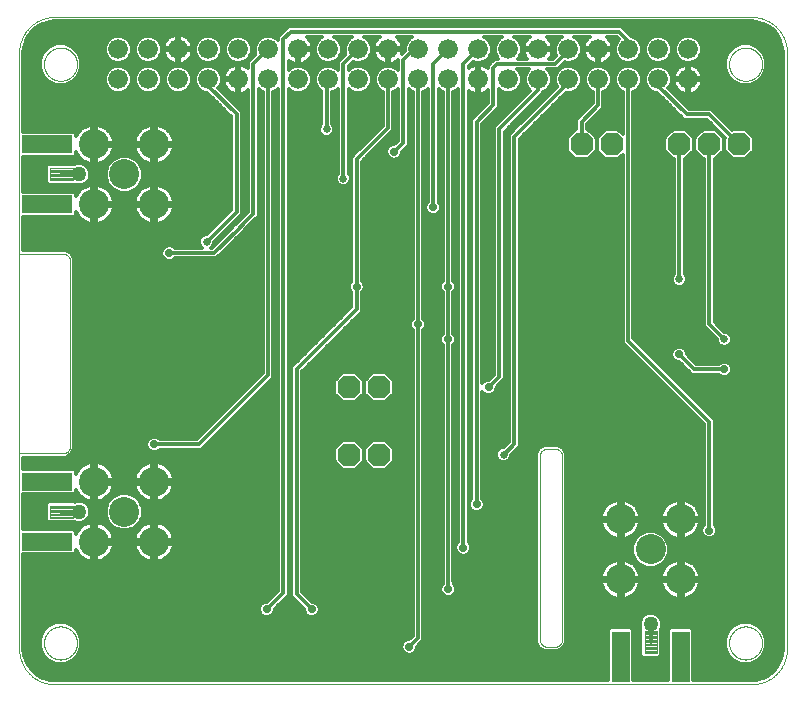
<source format=gbl>
G75*
%MOIN*%
%OFA0B0*%
%FSLAX25Y25*%
%IPPOS*%
%LPD*%
%AMOC8*
5,1,8,0,0,1.08239X$1,22.5*
%
%ADD10C,0.00000*%
%ADD11C,0.06600*%
%ADD12C,0.10000*%
%ADD13OC8,0.07600*%
%ADD14C,0.05000*%
%ADD15C,0.00450*%
%ADD16R,0.17000X0.06000*%
%ADD17R,0.06000X0.17000*%
%ADD18C,0.01200*%
%ADD19C,0.02600*%
%ADD20C,0.02800*%
%ADD21C,0.01600*%
D10*
X0067595Y0040744D02*
X0067595Y0239563D01*
X0067598Y0239848D01*
X0067609Y0240134D01*
X0067626Y0240419D01*
X0067650Y0240703D01*
X0067681Y0240987D01*
X0067719Y0241270D01*
X0067764Y0241551D01*
X0067815Y0241832D01*
X0067873Y0242112D01*
X0067938Y0242390D01*
X0068010Y0242666D01*
X0068088Y0242940D01*
X0068173Y0243213D01*
X0068265Y0243483D01*
X0068363Y0243751D01*
X0068467Y0244017D01*
X0068578Y0244280D01*
X0068695Y0244540D01*
X0068818Y0244798D01*
X0068948Y0245052D01*
X0069084Y0245303D01*
X0069225Y0245551D01*
X0069373Y0245795D01*
X0069526Y0246036D01*
X0069686Y0246272D01*
X0069851Y0246505D01*
X0070021Y0246734D01*
X0070197Y0246959D01*
X0070379Y0247179D01*
X0070565Y0247395D01*
X0070757Y0247606D01*
X0070954Y0247813D01*
X0071156Y0248015D01*
X0071363Y0248212D01*
X0071574Y0248404D01*
X0071790Y0248590D01*
X0072010Y0248772D01*
X0072235Y0248948D01*
X0072464Y0249118D01*
X0072697Y0249283D01*
X0072933Y0249443D01*
X0073174Y0249596D01*
X0073418Y0249744D01*
X0073666Y0249885D01*
X0073917Y0250021D01*
X0074171Y0250151D01*
X0074429Y0250274D01*
X0074689Y0250391D01*
X0074952Y0250502D01*
X0075218Y0250606D01*
X0075486Y0250704D01*
X0075756Y0250796D01*
X0076029Y0250881D01*
X0076303Y0250959D01*
X0076579Y0251031D01*
X0076857Y0251096D01*
X0077137Y0251154D01*
X0077418Y0251205D01*
X0077699Y0251250D01*
X0077982Y0251288D01*
X0078266Y0251319D01*
X0078550Y0251343D01*
X0078835Y0251360D01*
X0079121Y0251371D01*
X0079406Y0251374D01*
X0311690Y0251374D01*
X0311975Y0251371D01*
X0312261Y0251360D01*
X0312546Y0251343D01*
X0312830Y0251319D01*
X0313114Y0251288D01*
X0313397Y0251250D01*
X0313678Y0251205D01*
X0313959Y0251154D01*
X0314239Y0251096D01*
X0314517Y0251031D01*
X0314793Y0250959D01*
X0315067Y0250881D01*
X0315340Y0250796D01*
X0315610Y0250704D01*
X0315878Y0250606D01*
X0316144Y0250502D01*
X0316407Y0250391D01*
X0316667Y0250274D01*
X0316925Y0250151D01*
X0317179Y0250021D01*
X0317430Y0249885D01*
X0317678Y0249744D01*
X0317922Y0249596D01*
X0318163Y0249443D01*
X0318399Y0249283D01*
X0318632Y0249118D01*
X0318861Y0248948D01*
X0319086Y0248772D01*
X0319306Y0248590D01*
X0319522Y0248404D01*
X0319733Y0248212D01*
X0319940Y0248015D01*
X0320142Y0247813D01*
X0320339Y0247606D01*
X0320531Y0247395D01*
X0320717Y0247179D01*
X0320899Y0246959D01*
X0321075Y0246734D01*
X0321245Y0246505D01*
X0321410Y0246272D01*
X0321570Y0246036D01*
X0321723Y0245795D01*
X0321871Y0245551D01*
X0322012Y0245303D01*
X0322148Y0245052D01*
X0322278Y0244798D01*
X0322401Y0244540D01*
X0322518Y0244280D01*
X0322629Y0244017D01*
X0322733Y0243751D01*
X0322831Y0243483D01*
X0322923Y0243213D01*
X0323008Y0242940D01*
X0323086Y0242666D01*
X0323158Y0242390D01*
X0323223Y0242112D01*
X0323281Y0241832D01*
X0323332Y0241551D01*
X0323377Y0241270D01*
X0323415Y0240987D01*
X0323446Y0240703D01*
X0323470Y0240419D01*
X0323487Y0240134D01*
X0323498Y0239848D01*
X0323501Y0239563D01*
X0323501Y0040744D01*
X0323498Y0040459D01*
X0323487Y0040173D01*
X0323470Y0039888D01*
X0323446Y0039604D01*
X0323415Y0039320D01*
X0323377Y0039037D01*
X0323332Y0038756D01*
X0323281Y0038475D01*
X0323223Y0038195D01*
X0323158Y0037917D01*
X0323086Y0037641D01*
X0323008Y0037367D01*
X0322923Y0037094D01*
X0322831Y0036824D01*
X0322733Y0036556D01*
X0322629Y0036290D01*
X0322518Y0036027D01*
X0322401Y0035767D01*
X0322278Y0035509D01*
X0322148Y0035255D01*
X0322012Y0035004D01*
X0321871Y0034756D01*
X0321723Y0034512D01*
X0321570Y0034271D01*
X0321410Y0034035D01*
X0321245Y0033802D01*
X0321075Y0033573D01*
X0320899Y0033348D01*
X0320717Y0033128D01*
X0320531Y0032912D01*
X0320339Y0032701D01*
X0320142Y0032494D01*
X0319940Y0032292D01*
X0319733Y0032095D01*
X0319522Y0031903D01*
X0319306Y0031717D01*
X0319086Y0031535D01*
X0318861Y0031359D01*
X0318632Y0031189D01*
X0318399Y0031024D01*
X0318163Y0030864D01*
X0317922Y0030711D01*
X0317678Y0030563D01*
X0317430Y0030422D01*
X0317179Y0030286D01*
X0316925Y0030156D01*
X0316667Y0030033D01*
X0316407Y0029916D01*
X0316144Y0029805D01*
X0315878Y0029701D01*
X0315610Y0029603D01*
X0315340Y0029511D01*
X0315067Y0029426D01*
X0314793Y0029348D01*
X0314517Y0029276D01*
X0314239Y0029211D01*
X0313959Y0029153D01*
X0313678Y0029102D01*
X0313397Y0029057D01*
X0313114Y0029019D01*
X0312830Y0028988D01*
X0312546Y0028964D01*
X0312261Y0028947D01*
X0311975Y0028936D01*
X0311690Y0028933D01*
X0079406Y0028933D01*
X0079121Y0028936D01*
X0078835Y0028947D01*
X0078550Y0028964D01*
X0078266Y0028988D01*
X0077982Y0029019D01*
X0077699Y0029057D01*
X0077418Y0029102D01*
X0077137Y0029153D01*
X0076857Y0029211D01*
X0076579Y0029276D01*
X0076303Y0029348D01*
X0076029Y0029426D01*
X0075756Y0029511D01*
X0075486Y0029603D01*
X0075218Y0029701D01*
X0074952Y0029805D01*
X0074689Y0029916D01*
X0074429Y0030033D01*
X0074171Y0030156D01*
X0073917Y0030286D01*
X0073666Y0030422D01*
X0073418Y0030563D01*
X0073174Y0030711D01*
X0072933Y0030864D01*
X0072697Y0031024D01*
X0072464Y0031189D01*
X0072235Y0031359D01*
X0072010Y0031535D01*
X0071790Y0031717D01*
X0071574Y0031903D01*
X0071363Y0032095D01*
X0071156Y0032292D01*
X0070954Y0032494D01*
X0070757Y0032701D01*
X0070565Y0032912D01*
X0070379Y0033128D01*
X0070197Y0033348D01*
X0070021Y0033573D01*
X0069851Y0033802D01*
X0069686Y0034035D01*
X0069526Y0034271D01*
X0069373Y0034512D01*
X0069225Y0034756D01*
X0069084Y0035004D01*
X0068948Y0035255D01*
X0068818Y0035509D01*
X0068695Y0035767D01*
X0068578Y0036027D01*
X0068467Y0036290D01*
X0068363Y0036556D01*
X0068265Y0036824D01*
X0068173Y0037094D01*
X0068088Y0037367D01*
X0068010Y0037641D01*
X0067938Y0037917D01*
X0067873Y0038195D01*
X0067815Y0038475D01*
X0067764Y0038756D01*
X0067719Y0039037D01*
X0067681Y0039320D01*
X0067650Y0039604D01*
X0067626Y0039888D01*
X0067609Y0040173D01*
X0067598Y0040459D01*
X0067595Y0040744D01*
X0075863Y0042713D02*
X0075865Y0042861D01*
X0075871Y0043009D01*
X0075881Y0043157D01*
X0075895Y0043304D01*
X0075913Y0043451D01*
X0075934Y0043597D01*
X0075960Y0043743D01*
X0075990Y0043888D01*
X0076023Y0044032D01*
X0076061Y0044175D01*
X0076102Y0044317D01*
X0076147Y0044458D01*
X0076195Y0044598D01*
X0076248Y0044737D01*
X0076304Y0044874D01*
X0076364Y0045009D01*
X0076427Y0045143D01*
X0076494Y0045275D01*
X0076565Y0045405D01*
X0076639Y0045533D01*
X0076716Y0045659D01*
X0076797Y0045783D01*
X0076881Y0045905D01*
X0076968Y0046024D01*
X0077059Y0046141D01*
X0077153Y0046256D01*
X0077249Y0046368D01*
X0077349Y0046478D01*
X0077451Y0046584D01*
X0077557Y0046688D01*
X0077665Y0046789D01*
X0077776Y0046887D01*
X0077889Y0046983D01*
X0078005Y0047075D01*
X0078123Y0047164D01*
X0078244Y0047249D01*
X0078367Y0047332D01*
X0078492Y0047411D01*
X0078619Y0047487D01*
X0078748Y0047559D01*
X0078879Y0047628D01*
X0079012Y0047693D01*
X0079147Y0047754D01*
X0079283Y0047812D01*
X0079420Y0047867D01*
X0079559Y0047917D01*
X0079700Y0047964D01*
X0079841Y0048007D01*
X0079984Y0048047D01*
X0080128Y0048082D01*
X0080272Y0048114D01*
X0080418Y0048141D01*
X0080564Y0048165D01*
X0080711Y0048185D01*
X0080858Y0048201D01*
X0081005Y0048213D01*
X0081153Y0048221D01*
X0081301Y0048225D01*
X0081449Y0048225D01*
X0081597Y0048221D01*
X0081745Y0048213D01*
X0081892Y0048201D01*
X0082039Y0048185D01*
X0082186Y0048165D01*
X0082332Y0048141D01*
X0082478Y0048114D01*
X0082622Y0048082D01*
X0082766Y0048047D01*
X0082909Y0048007D01*
X0083050Y0047964D01*
X0083191Y0047917D01*
X0083330Y0047867D01*
X0083467Y0047812D01*
X0083603Y0047754D01*
X0083738Y0047693D01*
X0083871Y0047628D01*
X0084002Y0047559D01*
X0084131Y0047487D01*
X0084258Y0047411D01*
X0084383Y0047332D01*
X0084506Y0047249D01*
X0084627Y0047164D01*
X0084745Y0047075D01*
X0084861Y0046983D01*
X0084974Y0046887D01*
X0085085Y0046789D01*
X0085193Y0046688D01*
X0085299Y0046584D01*
X0085401Y0046478D01*
X0085501Y0046368D01*
X0085597Y0046256D01*
X0085691Y0046141D01*
X0085782Y0046024D01*
X0085869Y0045905D01*
X0085953Y0045783D01*
X0086034Y0045659D01*
X0086111Y0045533D01*
X0086185Y0045405D01*
X0086256Y0045275D01*
X0086323Y0045143D01*
X0086386Y0045009D01*
X0086446Y0044874D01*
X0086502Y0044737D01*
X0086555Y0044598D01*
X0086603Y0044458D01*
X0086648Y0044317D01*
X0086689Y0044175D01*
X0086727Y0044032D01*
X0086760Y0043888D01*
X0086790Y0043743D01*
X0086816Y0043597D01*
X0086837Y0043451D01*
X0086855Y0043304D01*
X0086869Y0043157D01*
X0086879Y0043009D01*
X0086885Y0042861D01*
X0086887Y0042713D01*
X0086885Y0042565D01*
X0086879Y0042417D01*
X0086869Y0042269D01*
X0086855Y0042122D01*
X0086837Y0041975D01*
X0086816Y0041829D01*
X0086790Y0041683D01*
X0086760Y0041538D01*
X0086727Y0041394D01*
X0086689Y0041251D01*
X0086648Y0041109D01*
X0086603Y0040968D01*
X0086555Y0040828D01*
X0086502Y0040689D01*
X0086446Y0040552D01*
X0086386Y0040417D01*
X0086323Y0040283D01*
X0086256Y0040151D01*
X0086185Y0040021D01*
X0086111Y0039893D01*
X0086034Y0039767D01*
X0085953Y0039643D01*
X0085869Y0039521D01*
X0085782Y0039402D01*
X0085691Y0039285D01*
X0085597Y0039170D01*
X0085501Y0039058D01*
X0085401Y0038948D01*
X0085299Y0038842D01*
X0085193Y0038738D01*
X0085085Y0038637D01*
X0084974Y0038539D01*
X0084861Y0038443D01*
X0084745Y0038351D01*
X0084627Y0038262D01*
X0084506Y0038177D01*
X0084383Y0038094D01*
X0084258Y0038015D01*
X0084131Y0037939D01*
X0084002Y0037867D01*
X0083871Y0037798D01*
X0083738Y0037733D01*
X0083603Y0037672D01*
X0083467Y0037614D01*
X0083330Y0037559D01*
X0083191Y0037509D01*
X0083050Y0037462D01*
X0082909Y0037419D01*
X0082766Y0037379D01*
X0082622Y0037344D01*
X0082478Y0037312D01*
X0082332Y0037285D01*
X0082186Y0037261D01*
X0082039Y0037241D01*
X0081892Y0037225D01*
X0081745Y0037213D01*
X0081597Y0037205D01*
X0081449Y0037201D01*
X0081301Y0037201D01*
X0081153Y0037205D01*
X0081005Y0037213D01*
X0080858Y0037225D01*
X0080711Y0037241D01*
X0080564Y0037261D01*
X0080418Y0037285D01*
X0080272Y0037312D01*
X0080128Y0037344D01*
X0079984Y0037379D01*
X0079841Y0037419D01*
X0079700Y0037462D01*
X0079559Y0037509D01*
X0079420Y0037559D01*
X0079283Y0037614D01*
X0079147Y0037672D01*
X0079012Y0037733D01*
X0078879Y0037798D01*
X0078748Y0037867D01*
X0078619Y0037939D01*
X0078492Y0038015D01*
X0078367Y0038094D01*
X0078244Y0038177D01*
X0078123Y0038262D01*
X0078005Y0038351D01*
X0077889Y0038443D01*
X0077776Y0038539D01*
X0077665Y0038637D01*
X0077557Y0038738D01*
X0077451Y0038842D01*
X0077349Y0038948D01*
X0077249Y0039058D01*
X0077153Y0039170D01*
X0077059Y0039285D01*
X0076968Y0039402D01*
X0076881Y0039521D01*
X0076797Y0039643D01*
X0076716Y0039767D01*
X0076639Y0039893D01*
X0076565Y0040021D01*
X0076494Y0040151D01*
X0076427Y0040283D01*
X0076364Y0040417D01*
X0076304Y0040552D01*
X0076248Y0040689D01*
X0076195Y0040828D01*
X0076147Y0040968D01*
X0076102Y0041109D01*
X0076061Y0041251D01*
X0076023Y0041394D01*
X0075990Y0041538D01*
X0075960Y0041683D01*
X0075934Y0041829D01*
X0075913Y0041975D01*
X0075895Y0042122D01*
X0075881Y0042269D01*
X0075871Y0042417D01*
X0075865Y0042565D01*
X0075863Y0042713D01*
X0082095Y0105933D02*
X0067595Y0105933D01*
X0067595Y0106433D01*
X0082095Y0105933D02*
X0082193Y0105935D01*
X0082291Y0105941D01*
X0082389Y0105950D01*
X0082486Y0105964D01*
X0082583Y0105981D01*
X0082679Y0106002D01*
X0082774Y0106027D01*
X0082868Y0106055D01*
X0082960Y0106088D01*
X0083052Y0106123D01*
X0083142Y0106163D01*
X0083230Y0106205D01*
X0083317Y0106252D01*
X0083401Y0106301D01*
X0083484Y0106354D01*
X0083564Y0106410D01*
X0083643Y0106470D01*
X0083719Y0106532D01*
X0083792Y0106597D01*
X0083863Y0106665D01*
X0083931Y0106736D01*
X0083996Y0106809D01*
X0084058Y0106885D01*
X0084118Y0106964D01*
X0084174Y0107044D01*
X0084227Y0107127D01*
X0084276Y0107211D01*
X0084323Y0107298D01*
X0084365Y0107386D01*
X0084405Y0107476D01*
X0084440Y0107568D01*
X0084473Y0107660D01*
X0084501Y0107754D01*
X0084526Y0107849D01*
X0084547Y0107945D01*
X0084564Y0108042D01*
X0084578Y0108139D01*
X0084587Y0108237D01*
X0084593Y0108335D01*
X0084595Y0108433D01*
X0084595Y0169933D01*
X0084593Y0170031D01*
X0084587Y0170129D01*
X0084578Y0170227D01*
X0084564Y0170324D01*
X0084547Y0170421D01*
X0084526Y0170517D01*
X0084501Y0170612D01*
X0084473Y0170706D01*
X0084440Y0170798D01*
X0084405Y0170890D01*
X0084365Y0170980D01*
X0084323Y0171068D01*
X0084276Y0171155D01*
X0084227Y0171239D01*
X0084174Y0171322D01*
X0084118Y0171402D01*
X0084058Y0171481D01*
X0083996Y0171557D01*
X0083931Y0171630D01*
X0083863Y0171701D01*
X0083792Y0171769D01*
X0083719Y0171834D01*
X0083643Y0171896D01*
X0083564Y0171956D01*
X0083484Y0172012D01*
X0083401Y0172065D01*
X0083317Y0172114D01*
X0083230Y0172161D01*
X0083142Y0172203D01*
X0083052Y0172243D01*
X0082960Y0172278D01*
X0082868Y0172311D01*
X0082774Y0172339D01*
X0082679Y0172364D01*
X0082583Y0172385D01*
X0082486Y0172402D01*
X0082389Y0172416D01*
X0082291Y0172425D01*
X0082193Y0172431D01*
X0082095Y0172433D01*
X0067595Y0172433D01*
X0075863Y0235626D02*
X0075865Y0235774D01*
X0075871Y0235922D01*
X0075881Y0236070D01*
X0075895Y0236217D01*
X0075913Y0236364D01*
X0075934Y0236510D01*
X0075960Y0236656D01*
X0075990Y0236801D01*
X0076023Y0236945D01*
X0076061Y0237088D01*
X0076102Y0237230D01*
X0076147Y0237371D01*
X0076195Y0237511D01*
X0076248Y0237650D01*
X0076304Y0237787D01*
X0076364Y0237922D01*
X0076427Y0238056D01*
X0076494Y0238188D01*
X0076565Y0238318D01*
X0076639Y0238446D01*
X0076716Y0238572D01*
X0076797Y0238696D01*
X0076881Y0238818D01*
X0076968Y0238937D01*
X0077059Y0239054D01*
X0077153Y0239169D01*
X0077249Y0239281D01*
X0077349Y0239391D01*
X0077451Y0239497D01*
X0077557Y0239601D01*
X0077665Y0239702D01*
X0077776Y0239800D01*
X0077889Y0239896D01*
X0078005Y0239988D01*
X0078123Y0240077D01*
X0078244Y0240162D01*
X0078367Y0240245D01*
X0078492Y0240324D01*
X0078619Y0240400D01*
X0078748Y0240472D01*
X0078879Y0240541D01*
X0079012Y0240606D01*
X0079147Y0240667D01*
X0079283Y0240725D01*
X0079420Y0240780D01*
X0079559Y0240830D01*
X0079700Y0240877D01*
X0079841Y0240920D01*
X0079984Y0240960D01*
X0080128Y0240995D01*
X0080272Y0241027D01*
X0080418Y0241054D01*
X0080564Y0241078D01*
X0080711Y0241098D01*
X0080858Y0241114D01*
X0081005Y0241126D01*
X0081153Y0241134D01*
X0081301Y0241138D01*
X0081449Y0241138D01*
X0081597Y0241134D01*
X0081745Y0241126D01*
X0081892Y0241114D01*
X0082039Y0241098D01*
X0082186Y0241078D01*
X0082332Y0241054D01*
X0082478Y0241027D01*
X0082622Y0240995D01*
X0082766Y0240960D01*
X0082909Y0240920D01*
X0083050Y0240877D01*
X0083191Y0240830D01*
X0083330Y0240780D01*
X0083467Y0240725D01*
X0083603Y0240667D01*
X0083738Y0240606D01*
X0083871Y0240541D01*
X0084002Y0240472D01*
X0084131Y0240400D01*
X0084258Y0240324D01*
X0084383Y0240245D01*
X0084506Y0240162D01*
X0084627Y0240077D01*
X0084745Y0239988D01*
X0084861Y0239896D01*
X0084974Y0239800D01*
X0085085Y0239702D01*
X0085193Y0239601D01*
X0085299Y0239497D01*
X0085401Y0239391D01*
X0085501Y0239281D01*
X0085597Y0239169D01*
X0085691Y0239054D01*
X0085782Y0238937D01*
X0085869Y0238818D01*
X0085953Y0238696D01*
X0086034Y0238572D01*
X0086111Y0238446D01*
X0086185Y0238318D01*
X0086256Y0238188D01*
X0086323Y0238056D01*
X0086386Y0237922D01*
X0086446Y0237787D01*
X0086502Y0237650D01*
X0086555Y0237511D01*
X0086603Y0237371D01*
X0086648Y0237230D01*
X0086689Y0237088D01*
X0086727Y0236945D01*
X0086760Y0236801D01*
X0086790Y0236656D01*
X0086816Y0236510D01*
X0086837Y0236364D01*
X0086855Y0236217D01*
X0086869Y0236070D01*
X0086879Y0235922D01*
X0086885Y0235774D01*
X0086887Y0235626D01*
X0086885Y0235478D01*
X0086879Y0235330D01*
X0086869Y0235182D01*
X0086855Y0235035D01*
X0086837Y0234888D01*
X0086816Y0234742D01*
X0086790Y0234596D01*
X0086760Y0234451D01*
X0086727Y0234307D01*
X0086689Y0234164D01*
X0086648Y0234022D01*
X0086603Y0233881D01*
X0086555Y0233741D01*
X0086502Y0233602D01*
X0086446Y0233465D01*
X0086386Y0233330D01*
X0086323Y0233196D01*
X0086256Y0233064D01*
X0086185Y0232934D01*
X0086111Y0232806D01*
X0086034Y0232680D01*
X0085953Y0232556D01*
X0085869Y0232434D01*
X0085782Y0232315D01*
X0085691Y0232198D01*
X0085597Y0232083D01*
X0085501Y0231971D01*
X0085401Y0231861D01*
X0085299Y0231755D01*
X0085193Y0231651D01*
X0085085Y0231550D01*
X0084974Y0231452D01*
X0084861Y0231356D01*
X0084745Y0231264D01*
X0084627Y0231175D01*
X0084506Y0231090D01*
X0084383Y0231007D01*
X0084258Y0230928D01*
X0084131Y0230852D01*
X0084002Y0230780D01*
X0083871Y0230711D01*
X0083738Y0230646D01*
X0083603Y0230585D01*
X0083467Y0230527D01*
X0083330Y0230472D01*
X0083191Y0230422D01*
X0083050Y0230375D01*
X0082909Y0230332D01*
X0082766Y0230292D01*
X0082622Y0230257D01*
X0082478Y0230225D01*
X0082332Y0230198D01*
X0082186Y0230174D01*
X0082039Y0230154D01*
X0081892Y0230138D01*
X0081745Y0230126D01*
X0081597Y0230118D01*
X0081449Y0230114D01*
X0081301Y0230114D01*
X0081153Y0230118D01*
X0081005Y0230126D01*
X0080858Y0230138D01*
X0080711Y0230154D01*
X0080564Y0230174D01*
X0080418Y0230198D01*
X0080272Y0230225D01*
X0080128Y0230257D01*
X0079984Y0230292D01*
X0079841Y0230332D01*
X0079700Y0230375D01*
X0079559Y0230422D01*
X0079420Y0230472D01*
X0079283Y0230527D01*
X0079147Y0230585D01*
X0079012Y0230646D01*
X0078879Y0230711D01*
X0078748Y0230780D01*
X0078619Y0230852D01*
X0078492Y0230928D01*
X0078367Y0231007D01*
X0078244Y0231090D01*
X0078123Y0231175D01*
X0078005Y0231264D01*
X0077889Y0231356D01*
X0077776Y0231452D01*
X0077665Y0231550D01*
X0077557Y0231651D01*
X0077451Y0231755D01*
X0077349Y0231861D01*
X0077249Y0231971D01*
X0077153Y0232083D01*
X0077059Y0232198D01*
X0076968Y0232315D01*
X0076881Y0232434D01*
X0076797Y0232556D01*
X0076716Y0232680D01*
X0076639Y0232806D01*
X0076565Y0232934D01*
X0076494Y0233064D01*
X0076427Y0233196D01*
X0076364Y0233330D01*
X0076304Y0233465D01*
X0076248Y0233602D01*
X0076195Y0233741D01*
X0076147Y0233881D01*
X0076102Y0234022D01*
X0076061Y0234164D01*
X0076023Y0234307D01*
X0075990Y0234451D01*
X0075960Y0234596D01*
X0075934Y0234742D01*
X0075913Y0234888D01*
X0075895Y0235035D01*
X0075881Y0235182D01*
X0075871Y0235330D01*
X0075865Y0235478D01*
X0075863Y0235626D01*
X0241095Y0104933D02*
X0241095Y0043933D01*
X0241097Y0043835D01*
X0241103Y0043737D01*
X0241112Y0043639D01*
X0241126Y0043542D01*
X0241143Y0043445D01*
X0241164Y0043349D01*
X0241189Y0043254D01*
X0241217Y0043160D01*
X0241250Y0043068D01*
X0241285Y0042976D01*
X0241325Y0042886D01*
X0241367Y0042798D01*
X0241414Y0042711D01*
X0241463Y0042627D01*
X0241516Y0042544D01*
X0241572Y0042464D01*
X0241632Y0042385D01*
X0241694Y0042309D01*
X0241759Y0042236D01*
X0241827Y0042165D01*
X0241898Y0042097D01*
X0241971Y0042032D01*
X0242047Y0041970D01*
X0242126Y0041910D01*
X0242206Y0041854D01*
X0242289Y0041801D01*
X0242373Y0041752D01*
X0242460Y0041705D01*
X0242548Y0041663D01*
X0242638Y0041623D01*
X0242730Y0041588D01*
X0242822Y0041555D01*
X0242916Y0041527D01*
X0243011Y0041502D01*
X0243107Y0041481D01*
X0243204Y0041464D01*
X0243301Y0041450D01*
X0243399Y0041441D01*
X0243497Y0041435D01*
X0243595Y0041433D01*
X0246095Y0041433D01*
X0246193Y0041435D01*
X0246291Y0041441D01*
X0246389Y0041450D01*
X0246486Y0041464D01*
X0246583Y0041481D01*
X0246679Y0041502D01*
X0246774Y0041527D01*
X0246868Y0041555D01*
X0246960Y0041588D01*
X0247052Y0041623D01*
X0247142Y0041663D01*
X0247230Y0041705D01*
X0247317Y0041752D01*
X0247401Y0041801D01*
X0247484Y0041854D01*
X0247564Y0041910D01*
X0247643Y0041970D01*
X0247719Y0042032D01*
X0247792Y0042097D01*
X0247863Y0042165D01*
X0247931Y0042236D01*
X0247996Y0042309D01*
X0248058Y0042385D01*
X0248118Y0042464D01*
X0248174Y0042544D01*
X0248227Y0042627D01*
X0248276Y0042711D01*
X0248323Y0042798D01*
X0248365Y0042886D01*
X0248405Y0042976D01*
X0248440Y0043068D01*
X0248473Y0043160D01*
X0248501Y0043254D01*
X0248526Y0043349D01*
X0248547Y0043445D01*
X0248564Y0043542D01*
X0248578Y0043639D01*
X0248587Y0043737D01*
X0248593Y0043835D01*
X0248595Y0043933D01*
X0248595Y0104933D01*
X0248593Y0105031D01*
X0248587Y0105129D01*
X0248578Y0105227D01*
X0248564Y0105324D01*
X0248547Y0105421D01*
X0248526Y0105517D01*
X0248501Y0105612D01*
X0248473Y0105706D01*
X0248440Y0105798D01*
X0248405Y0105890D01*
X0248365Y0105980D01*
X0248323Y0106068D01*
X0248276Y0106155D01*
X0248227Y0106239D01*
X0248174Y0106322D01*
X0248118Y0106402D01*
X0248058Y0106481D01*
X0247996Y0106557D01*
X0247931Y0106630D01*
X0247863Y0106701D01*
X0247792Y0106769D01*
X0247719Y0106834D01*
X0247643Y0106896D01*
X0247564Y0106956D01*
X0247484Y0107012D01*
X0247401Y0107065D01*
X0247317Y0107114D01*
X0247230Y0107161D01*
X0247142Y0107203D01*
X0247052Y0107243D01*
X0246960Y0107278D01*
X0246868Y0107311D01*
X0246774Y0107339D01*
X0246679Y0107364D01*
X0246583Y0107385D01*
X0246486Y0107402D01*
X0246389Y0107416D01*
X0246291Y0107425D01*
X0246193Y0107431D01*
X0246095Y0107433D01*
X0243595Y0107433D01*
X0243497Y0107431D01*
X0243399Y0107425D01*
X0243301Y0107416D01*
X0243204Y0107402D01*
X0243107Y0107385D01*
X0243011Y0107364D01*
X0242916Y0107339D01*
X0242822Y0107311D01*
X0242730Y0107278D01*
X0242638Y0107243D01*
X0242548Y0107203D01*
X0242460Y0107161D01*
X0242373Y0107114D01*
X0242289Y0107065D01*
X0242206Y0107012D01*
X0242126Y0106956D01*
X0242047Y0106896D01*
X0241971Y0106834D01*
X0241898Y0106769D01*
X0241827Y0106701D01*
X0241759Y0106630D01*
X0241694Y0106557D01*
X0241632Y0106481D01*
X0241572Y0106402D01*
X0241516Y0106322D01*
X0241463Y0106239D01*
X0241414Y0106155D01*
X0241367Y0106068D01*
X0241325Y0105980D01*
X0241285Y0105890D01*
X0241250Y0105798D01*
X0241217Y0105706D01*
X0241189Y0105612D01*
X0241164Y0105517D01*
X0241143Y0105421D01*
X0241126Y0105324D01*
X0241112Y0105227D01*
X0241103Y0105129D01*
X0241097Y0105031D01*
X0241095Y0104933D01*
X0304209Y0042713D02*
X0304211Y0042861D01*
X0304217Y0043009D01*
X0304227Y0043157D01*
X0304241Y0043304D01*
X0304259Y0043451D01*
X0304280Y0043597D01*
X0304306Y0043743D01*
X0304336Y0043888D01*
X0304369Y0044032D01*
X0304407Y0044175D01*
X0304448Y0044317D01*
X0304493Y0044458D01*
X0304541Y0044598D01*
X0304594Y0044737D01*
X0304650Y0044874D01*
X0304710Y0045009D01*
X0304773Y0045143D01*
X0304840Y0045275D01*
X0304911Y0045405D01*
X0304985Y0045533D01*
X0305062Y0045659D01*
X0305143Y0045783D01*
X0305227Y0045905D01*
X0305314Y0046024D01*
X0305405Y0046141D01*
X0305499Y0046256D01*
X0305595Y0046368D01*
X0305695Y0046478D01*
X0305797Y0046584D01*
X0305903Y0046688D01*
X0306011Y0046789D01*
X0306122Y0046887D01*
X0306235Y0046983D01*
X0306351Y0047075D01*
X0306469Y0047164D01*
X0306590Y0047249D01*
X0306713Y0047332D01*
X0306838Y0047411D01*
X0306965Y0047487D01*
X0307094Y0047559D01*
X0307225Y0047628D01*
X0307358Y0047693D01*
X0307493Y0047754D01*
X0307629Y0047812D01*
X0307766Y0047867D01*
X0307905Y0047917D01*
X0308046Y0047964D01*
X0308187Y0048007D01*
X0308330Y0048047D01*
X0308474Y0048082D01*
X0308618Y0048114D01*
X0308764Y0048141D01*
X0308910Y0048165D01*
X0309057Y0048185D01*
X0309204Y0048201D01*
X0309351Y0048213D01*
X0309499Y0048221D01*
X0309647Y0048225D01*
X0309795Y0048225D01*
X0309943Y0048221D01*
X0310091Y0048213D01*
X0310238Y0048201D01*
X0310385Y0048185D01*
X0310532Y0048165D01*
X0310678Y0048141D01*
X0310824Y0048114D01*
X0310968Y0048082D01*
X0311112Y0048047D01*
X0311255Y0048007D01*
X0311396Y0047964D01*
X0311537Y0047917D01*
X0311676Y0047867D01*
X0311813Y0047812D01*
X0311949Y0047754D01*
X0312084Y0047693D01*
X0312217Y0047628D01*
X0312348Y0047559D01*
X0312477Y0047487D01*
X0312604Y0047411D01*
X0312729Y0047332D01*
X0312852Y0047249D01*
X0312973Y0047164D01*
X0313091Y0047075D01*
X0313207Y0046983D01*
X0313320Y0046887D01*
X0313431Y0046789D01*
X0313539Y0046688D01*
X0313645Y0046584D01*
X0313747Y0046478D01*
X0313847Y0046368D01*
X0313943Y0046256D01*
X0314037Y0046141D01*
X0314128Y0046024D01*
X0314215Y0045905D01*
X0314299Y0045783D01*
X0314380Y0045659D01*
X0314457Y0045533D01*
X0314531Y0045405D01*
X0314602Y0045275D01*
X0314669Y0045143D01*
X0314732Y0045009D01*
X0314792Y0044874D01*
X0314848Y0044737D01*
X0314901Y0044598D01*
X0314949Y0044458D01*
X0314994Y0044317D01*
X0315035Y0044175D01*
X0315073Y0044032D01*
X0315106Y0043888D01*
X0315136Y0043743D01*
X0315162Y0043597D01*
X0315183Y0043451D01*
X0315201Y0043304D01*
X0315215Y0043157D01*
X0315225Y0043009D01*
X0315231Y0042861D01*
X0315233Y0042713D01*
X0315231Y0042565D01*
X0315225Y0042417D01*
X0315215Y0042269D01*
X0315201Y0042122D01*
X0315183Y0041975D01*
X0315162Y0041829D01*
X0315136Y0041683D01*
X0315106Y0041538D01*
X0315073Y0041394D01*
X0315035Y0041251D01*
X0314994Y0041109D01*
X0314949Y0040968D01*
X0314901Y0040828D01*
X0314848Y0040689D01*
X0314792Y0040552D01*
X0314732Y0040417D01*
X0314669Y0040283D01*
X0314602Y0040151D01*
X0314531Y0040021D01*
X0314457Y0039893D01*
X0314380Y0039767D01*
X0314299Y0039643D01*
X0314215Y0039521D01*
X0314128Y0039402D01*
X0314037Y0039285D01*
X0313943Y0039170D01*
X0313847Y0039058D01*
X0313747Y0038948D01*
X0313645Y0038842D01*
X0313539Y0038738D01*
X0313431Y0038637D01*
X0313320Y0038539D01*
X0313207Y0038443D01*
X0313091Y0038351D01*
X0312973Y0038262D01*
X0312852Y0038177D01*
X0312729Y0038094D01*
X0312604Y0038015D01*
X0312477Y0037939D01*
X0312348Y0037867D01*
X0312217Y0037798D01*
X0312084Y0037733D01*
X0311949Y0037672D01*
X0311813Y0037614D01*
X0311676Y0037559D01*
X0311537Y0037509D01*
X0311396Y0037462D01*
X0311255Y0037419D01*
X0311112Y0037379D01*
X0310968Y0037344D01*
X0310824Y0037312D01*
X0310678Y0037285D01*
X0310532Y0037261D01*
X0310385Y0037241D01*
X0310238Y0037225D01*
X0310091Y0037213D01*
X0309943Y0037205D01*
X0309795Y0037201D01*
X0309647Y0037201D01*
X0309499Y0037205D01*
X0309351Y0037213D01*
X0309204Y0037225D01*
X0309057Y0037241D01*
X0308910Y0037261D01*
X0308764Y0037285D01*
X0308618Y0037312D01*
X0308474Y0037344D01*
X0308330Y0037379D01*
X0308187Y0037419D01*
X0308046Y0037462D01*
X0307905Y0037509D01*
X0307766Y0037559D01*
X0307629Y0037614D01*
X0307493Y0037672D01*
X0307358Y0037733D01*
X0307225Y0037798D01*
X0307094Y0037867D01*
X0306965Y0037939D01*
X0306838Y0038015D01*
X0306713Y0038094D01*
X0306590Y0038177D01*
X0306469Y0038262D01*
X0306351Y0038351D01*
X0306235Y0038443D01*
X0306122Y0038539D01*
X0306011Y0038637D01*
X0305903Y0038738D01*
X0305797Y0038842D01*
X0305695Y0038948D01*
X0305595Y0039058D01*
X0305499Y0039170D01*
X0305405Y0039285D01*
X0305314Y0039402D01*
X0305227Y0039521D01*
X0305143Y0039643D01*
X0305062Y0039767D01*
X0304985Y0039893D01*
X0304911Y0040021D01*
X0304840Y0040151D01*
X0304773Y0040283D01*
X0304710Y0040417D01*
X0304650Y0040552D01*
X0304594Y0040689D01*
X0304541Y0040828D01*
X0304493Y0040968D01*
X0304448Y0041109D01*
X0304407Y0041251D01*
X0304369Y0041394D01*
X0304336Y0041538D01*
X0304306Y0041683D01*
X0304280Y0041829D01*
X0304259Y0041975D01*
X0304241Y0042122D01*
X0304227Y0042269D01*
X0304217Y0042417D01*
X0304211Y0042565D01*
X0304209Y0042713D01*
X0304209Y0235626D02*
X0304211Y0235774D01*
X0304217Y0235922D01*
X0304227Y0236070D01*
X0304241Y0236217D01*
X0304259Y0236364D01*
X0304280Y0236510D01*
X0304306Y0236656D01*
X0304336Y0236801D01*
X0304369Y0236945D01*
X0304407Y0237088D01*
X0304448Y0237230D01*
X0304493Y0237371D01*
X0304541Y0237511D01*
X0304594Y0237650D01*
X0304650Y0237787D01*
X0304710Y0237922D01*
X0304773Y0238056D01*
X0304840Y0238188D01*
X0304911Y0238318D01*
X0304985Y0238446D01*
X0305062Y0238572D01*
X0305143Y0238696D01*
X0305227Y0238818D01*
X0305314Y0238937D01*
X0305405Y0239054D01*
X0305499Y0239169D01*
X0305595Y0239281D01*
X0305695Y0239391D01*
X0305797Y0239497D01*
X0305903Y0239601D01*
X0306011Y0239702D01*
X0306122Y0239800D01*
X0306235Y0239896D01*
X0306351Y0239988D01*
X0306469Y0240077D01*
X0306590Y0240162D01*
X0306713Y0240245D01*
X0306838Y0240324D01*
X0306965Y0240400D01*
X0307094Y0240472D01*
X0307225Y0240541D01*
X0307358Y0240606D01*
X0307493Y0240667D01*
X0307629Y0240725D01*
X0307766Y0240780D01*
X0307905Y0240830D01*
X0308046Y0240877D01*
X0308187Y0240920D01*
X0308330Y0240960D01*
X0308474Y0240995D01*
X0308618Y0241027D01*
X0308764Y0241054D01*
X0308910Y0241078D01*
X0309057Y0241098D01*
X0309204Y0241114D01*
X0309351Y0241126D01*
X0309499Y0241134D01*
X0309647Y0241138D01*
X0309795Y0241138D01*
X0309943Y0241134D01*
X0310091Y0241126D01*
X0310238Y0241114D01*
X0310385Y0241098D01*
X0310532Y0241078D01*
X0310678Y0241054D01*
X0310824Y0241027D01*
X0310968Y0240995D01*
X0311112Y0240960D01*
X0311255Y0240920D01*
X0311396Y0240877D01*
X0311537Y0240830D01*
X0311676Y0240780D01*
X0311813Y0240725D01*
X0311949Y0240667D01*
X0312084Y0240606D01*
X0312217Y0240541D01*
X0312348Y0240472D01*
X0312477Y0240400D01*
X0312604Y0240324D01*
X0312729Y0240245D01*
X0312852Y0240162D01*
X0312973Y0240077D01*
X0313091Y0239988D01*
X0313207Y0239896D01*
X0313320Y0239800D01*
X0313431Y0239702D01*
X0313539Y0239601D01*
X0313645Y0239497D01*
X0313747Y0239391D01*
X0313847Y0239281D01*
X0313943Y0239169D01*
X0314037Y0239054D01*
X0314128Y0238937D01*
X0314215Y0238818D01*
X0314299Y0238696D01*
X0314380Y0238572D01*
X0314457Y0238446D01*
X0314531Y0238318D01*
X0314602Y0238188D01*
X0314669Y0238056D01*
X0314732Y0237922D01*
X0314792Y0237787D01*
X0314848Y0237650D01*
X0314901Y0237511D01*
X0314949Y0237371D01*
X0314994Y0237230D01*
X0315035Y0237088D01*
X0315073Y0236945D01*
X0315106Y0236801D01*
X0315136Y0236656D01*
X0315162Y0236510D01*
X0315183Y0236364D01*
X0315201Y0236217D01*
X0315215Y0236070D01*
X0315225Y0235922D01*
X0315231Y0235774D01*
X0315233Y0235626D01*
X0315231Y0235478D01*
X0315225Y0235330D01*
X0315215Y0235182D01*
X0315201Y0235035D01*
X0315183Y0234888D01*
X0315162Y0234742D01*
X0315136Y0234596D01*
X0315106Y0234451D01*
X0315073Y0234307D01*
X0315035Y0234164D01*
X0314994Y0234022D01*
X0314949Y0233881D01*
X0314901Y0233741D01*
X0314848Y0233602D01*
X0314792Y0233465D01*
X0314732Y0233330D01*
X0314669Y0233196D01*
X0314602Y0233064D01*
X0314531Y0232934D01*
X0314457Y0232806D01*
X0314380Y0232680D01*
X0314299Y0232556D01*
X0314215Y0232434D01*
X0314128Y0232315D01*
X0314037Y0232198D01*
X0313943Y0232083D01*
X0313847Y0231971D01*
X0313747Y0231861D01*
X0313645Y0231755D01*
X0313539Y0231651D01*
X0313431Y0231550D01*
X0313320Y0231452D01*
X0313207Y0231356D01*
X0313091Y0231264D01*
X0312973Y0231175D01*
X0312852Y0231090D01*
X0312729Y0231007D01*
X0312604Y0230928D01*
X0312477Y0230852D01*
X0312348Y0230780D01*
X0312217Y0230711D01*
X0312084Y0230646D01*
X0311949Y0230585D01*
X0311813Y0230527D01*
X0311676Y0230472D01*
X0311537Y0230422D01*
X0311396Y0230375D01*
X0311255Y0230332D01*
X0311112Y0230292D01*
X0310968Y0230257D01*
X0310824Y0230225D01*
X0310678Y0230198D01*
X0310532Y0230174D01*
X0310385Y0230154D01*
X0310238Y0230138D01*
X0310091Y0230126D01*
X0309943Y0230118D01*
X0309795Y0230114D01*
X0309647Y0230114D01*
X0309499Y0230118D01*
X0309351Y0230126D01*
X0309204Y0230138D01*
X0309057Y0230154D01*
X0308910Y0230174D01*
X0308764Y0230198D01*
X0308618Y0230225D01*
X0308474Y0230257D01*
X0308330Y0230292D01*
X0308187Y0230332D01*
X0308046Y0230375D01*
X0307905Y0230422D01*
X0307766Y0230472D01*
X0307629Y0230527D01*
X0307493Y0230585D01*
X0307358Y0230646D01*
X0307225Y0230711D01*
X0307094Y0230780D01*
X0306965Y0230852D01*
X0306838Y0230928D01*
X0306713Y0231007D01*
X0306590Y0231090D01*
X0306469Y0231175D01*
X0306351Y0231264D01*
X0306235Y0231356D01*
X0306122Y0231452D01*
X0306011Y0231550D01*
X0305903Y0231651D01*
X0305797Y0231755D01*
X0305695Y0231861D01*
X0305595Y0231971D01*
X0305499Y0232083D01*
X0305405Y0232198D01*
X0305314Y0232315D01*
X0305227Y0232434D01*
X0305143Y0232556D01*
X0305062Y0232680D01*
X0304985Y0232806D01*
X0304911Y0232934D01*
X0304840Y0233064D01*
X0304773Y0233196D01*
X0304710Y0233330D01*
X0304650Y0233465D01*
X0304594Y0233602D01*
X0304541Y0233741D01*
X0304493Y0233881D01*
X0304448Y0234022D01*
X0304407Y0234164D01*
X0304369Y0234307D01*
X0304336Y0234451D01*
X0304306Y0234596D01*
X0304280Y0234742D01*
X0304259Y0234888D01*
X0304241Y0235035D01*
X0304227Y0235182D01*
X0304217Y0235330D01*
X0304211Y0235478D01*
X0304209Y0235626D01*
D11*
X0290548Y0240626D03*
X0280548Y0240626D03*
X0270548Y0240626D03*
X0260548Y0240626D03*
X0250548Y0240626D03*
X0240548Y0240626D03*
X0230548Y0240626D03*
X0220548Y0240626D03*
X0210548Y0240626D03*
X0200548Y0240626D03*
X0190548Y0240626D03*
X0180548Y0240626D03*
X0170548Y0240626D03*
X0160548Y0240626D03*
X0150548Y0240626D03*
X0140548Y0240626D03*
X0130548Y0240626D03*
X0120548Y0240626D03*
X0110548Y0240626D03*
X0100548Y0240626D03*
X0100548Y0230626D03*
X0110548Y0230626D03*
X0120548Y0230626D03*
X0130548Y0230626D03*
X0140548Y0230626D03*
X0150548Y0230626D03*
X0160548Y0230626D03*
X0170548Y0230626D03*
X0180548Y0230626D03*
X0190548Y0230626D03*
X0200548Y0230626D03*
X0210548Y0230626D03*
X0220548Y0230626D03*
X0230548Y0230626D03*
X0240548Y0230626D03*
X0250548Y0230626D03*
X0260548Y0230626D03*
X0270548Y0230626D03*
X0280548Y0230626D03*
X0290548Y0230626D03*
D12*
X0112595Y0208933D03*
X0102595Y0198933D03*
X0092595Y0188933D03*
X0112595Y0188933D03*
X0092595Y0208933D03*
X0092595Y0096433D03*
X0102595Y0086433D03*
X0092595Y0076433D03*
X0112595Y0076433D03*
X0112595Y0096433D03*
X0268095Y0083933D03*
X0278095Y0073933D03*
X0268095Y0063933D03*
X0288095Y0063933D03*
X0288095Y0083933D03*
D13*
X0187595Y0105433D03*
X0177595Y0105433D03*
X0177595Y0127933D03*
X0187595Y0127933D03*
X0255095Y0208933D03*
X0265095Y0208933D03*
X0287595Y0208933D03*
X0297595Y0208933D03*
X0307595Y0208933D03*
D14*
X0278095Y0048933D03*
X0087595Y0086433D03*
X0087595Y0198933D03*
D15*
X0085499Y0200958D02*
X0077949Y0200958D01*
X0085499Y0200958D02*
X0085499Y0196908D01*
X0077949Y0196908D01*
X0077949Y0200958D01*
X0077949Y0197357D02*
X0085499Y0197357D01*
X0085499Y0197806D02*
X0077949Y0197806D01*
X0077949Y0198255D02*
X0085499Y0198255D01*
X0085499Y0198704D02*
X0077949Y0198704D01*
X0077949Y0199153D02*
X0085499Y0199153D01*
X0085499Y0199602D02*
X0077949Y0199602D01*
X0077949Y0200051D02*
X0085499Y0200051D01*
X0085499Y0200500D02*
X0077949Y0200500D01*
X0077949Y0200949D02*
X0085499Y0200949D01*
X0085499Y0088458D02*
X0077949Y0088458D01*
X0085499Y0088458D02*
X0085499Y0084408D01*
X0077949Y0084408D01*
X0077949Y0088458D01*
X0077949Y0084857D02*
X0085499Y0084857D01*
X0085499Y0085306D02*
X0077949Y0085306D01*
X0077949Y0085755D02*
X0085499Y0085755D01*
X0085499Y0086204D02*
X0077949Y0086204D01*
X0077949Y0086653D02*
X0085499Y0086653D01*
X0085499Y0087102D02*
X0077949Y0087102D01*
X0077949Y0087551D02*
X0085499Y0087551D01*
X0085499Y0088000D02*
X0077949Y0088000D01*
X0077949Y0088449D02*
X0085499Y0088449D01*
X0276070Y0046837D02*
X0276070Y0039287D01*
X0276070Y0046837D02*
X0280120Y0046837D01*
X0280120Y0039287D01*
X0276070Y0039287D01*
X0276070Y0039736D02*
X0280120Y0039736D01*
X0280120Y0040185D02*
X0276070Y0040185D01*
X0276070Y0040634D02*
X0280120Y0040634D01*
X0280120Y0041083D02*
X0276070Y0041083D01*
X0276070Y0041532D02*
X0280120Y0041532D01*
X0280120Y0041981D02*
X0276070Y0041981D01*
X0276070Y0042430D02*
X0280120Y0042430D01*
X0280120Y0042879D02*
X0276070Y0042879D01*
X0276070Y0043328D02*
X0280120Y0043328D01*
X0280120Y0043777D02*
X0276070Y0043777D01*
X0276070Y0044226D02*
X0280120Y0044226D01*
X0280120Y0044675D02*
X0276070Y0044675D01*
X0276070Y0045124D02*
X0280120Y0045124D01*
X0280120Y0045573D02*
X0276070Y0045573D01*
X0276070Y0046022D02*
X0280120Y0046022D01*
X0280120Y0046471D02*
X0276070Y0046471D01*
D16*
X0076845Y0076433D03*
X0076845Y0096433D03*
X0076845Y0188933D03*
X0076845Y0208933D03*
D17*
X0268095Y0038183D03*
X0288095Y0038183D03*
D18*
X0070130Y0036018D02*
X0069123Y0039115D01*
X0068995Y0040744D01*
X0068995Y0072233D01*
X0085842Y0072233D01*
X0086545Y0072936D01*
X0086545Y0073792D01*
X0086663Y0073508D01*
X0087096Y0072758D01*
X0087622Y0072072D01*
X0088234Y0071460D01*
X0088921Y0070934D01*
X0089670Y0070501D01*
X0090469Y0070170D01*
X0091305Y0069946D01*
X0091995Y0069855D01*
X0091995Y0075833D01*
X0093195Y0075833D01*
X0093195Y0069855D01*
X0093885Y0069946D01*
X0094721Y0070170D01*
X0095521Y0070501D01*
X0096270Y0070934D01*
X0096956Y0071460D01*
X0097568Y0072072D01*
X0098095Y0072758D01*
X0098527Y0073508D01*
X0098858Y0074307D01*
X0099082Y0075143D01*
X0099173Y0075833D01*
X0093195Y0075833D01*
X0093195Y0077033D01*
X0091995Y0077033D01*
X0091995Y0083011D01*
X0091305Y0082920D01*
X0090469Y0082696D01*
X0089670Y0082365D01*
X0088921Y0081933D01*
X0088234Y0081406D01*
X0087622Y0080794D01*
X0087096Y0080108D01*
X0086663Y0079358D01*
X0086545Y0079074D01*
X0086545Y0079930D01*
X0085842Y0080633D01*
X0068995Y0080633D01*
X0068995Y0092233D01*
X0085842Y0092233D01*
X0086545Y0092936D01*
X0086545Y0093792D01*
X0086663Y0093508D01*
X0087096Y0092758D01*
X0087622Y0092072D01*
X0088234Y0091460D01*
X0088921Y0090934D01*
X0089670Y0090501D01*
X0090469Y0090170D01*
X0091305Y0089946D01*
X0091995Y0089855D01*
X0091995Y0095833D01*
X0093195Y0095833D01*
X0093195Y0089855D01*
X0093885Y0089946D01*
X0094721Y0090170D01*
X0095521Y0090501D01*
X0096270Y0090934D01*
X0096956Y0091460D01*
X0097568Y0092072D01*
X0098095Y0092758D01*
X0098527Y0093508D01*
X0098858Y0094307D01*
X0099082Y0095143D01*
X0099173Y0095833D01*
X0093195Y0095833D01*
X0093195Y0097033D01*
X0091995Y0097033D01*
X0091995Y0103011D01*
X0091305Y0102920D01*
X0090469Y0102696D01*
X0089670Y0102365D01*
X0088921Y0101933D01*
X0088234Y0101406D01*
X0087622Y0100794D01*
X0087096Y0100108D01*
X0086663Y0099358D01*
X0086545Y0099074D01*
X0086545Y0099930D01*
X0085842Y0100633D01*
X0068995Y0100633D01*
X0068995Y0104533D01*
X0083140Y0104533D01*
X0084950Y0105578D01*
X0084950Y0105578D01*
X0085995Y0107388D01*
X0085995Y0170978D01*
X0084950Y0172788D01*
X0083140Y0173833D01*
X0068995Y0173833D01*
X0068995Y0184733D01*
X0085842Y0184733D01*
X0086545Y0185436D01*
X0086545Y0186292D01*
X0086663Y0186008D01*
X0087096Y0185258D01*
X0087622Y0184572D01*
X0088234Y0183960D01*
X0088921Y0183434D01*
X0089670Y0183001D01*
X0090469Y0182670D01*
X0091305Y0182446D01*
X0091995Y0182355D01*
X0091995Y0188333D01*
X0093195Y0188333D01*
X0093195Y0182355D01*
X0093885Y0182446D01*
X0094721Y0182670D01*
X0095521Y0183001D01*
X0096270Y0183434D01*
X0096956Y0183960D01*
X0097568Y0184572D01*
X0098095Y0185258D01*
X0098527Y0186008D01*
X0098858Y0186807D01*
X0099082Y0187643D01*
X0099173Y0188333D01*
X0093195Y0188333D01*
X0093195Y0189533D01*
X0091995Y0189533D01*
X0091995Y0195511D01*
X0091305Y0195420D01*
X0090469Y0195196D01*
X0089670Y0194865D01*
X0088921Y0194433D01*
X0088234Y0193906D01*
X0087622Y0193294D01*
X0087096Y0192608D01*
X0086663Y0191858D01*
X0086545Y0191574D01*
X0086545Y0192430D01*
X0085842Y0193133D01*
X0068995Y0193133D01*
X0068995Y0204733D01*
X0085842Y0204733D01*
X0086545Y0205436D01*
X0086545Y0206292D01*
X0086663Y0206008D01*
X0087096Y0205258D01*
X0087622Y0204572D01*
X0088234Y0203960D01*
X0088921Y0203434D01*
X0089670Y0203001D01*
X0090469Y0202670D01*
X0091305Y0202446D01*
X0091995Y0202355D01*
X0091995Y0208333D01*
X0093195Y0208333D01*
X0093195Y0202355D01*
X0093885Y0202446D01*
X0094721Y0202670D01*
X0095521Y0203001D01*
X0096270Y0203434D01*
X0096956Y0203960D01*
X0097568Y0204572D01*
X0098095Y0205258D01*
X0098527Y0206008D01*
X0098858Y0206807D01*
X0099082Y0207643D01*
X0099173Y0208333D01*
X0093195Y0208333D01*
X0093195Y0209533D01*
X0091995Y0209533D01*
X0091995Y0215511D01*
X0091305Y0215420D01*
X0090469Y0215196D01*
X0089670Y0214865D01*
X0088921Y0214433D01*
X0088234Y0213906D01*
X0087622Y0213294D01*
X0087096Y0212608D01*
X0086663Y0211858D01*
X0086545Y0211574D01*
X0086545Y0212430D01*
X0085842Y0213133D01*
X0068995Y0213133D01*
X0068995Y0239563D01*
X0069123Y0241192D01*
X0070130Y0244290D01*
X0072044Y0246925D01*
X0074680Y0248839D01*
X0077778Y0249846D01*
X0079406Y0249974D01*
X0311690Y0249974D01*
X0313318Y0249846D01*
X0316416Y0248839D01*
X0319051Y0246925D01*
X0320966Y0244289D01*
X0321972Y0241192D01*
X0322101Y0239563D01*
X0322101Y0040744D01*
X0321972Y0039115D01*
X0320966Y0036018D01*
X0319051Y0033382D01*
X0316416Y0031468D01*
X0313318Y0030461D01*
X0311690Y0030333D01*
X0292295Y0030333D01*
X0292295Y0047180D01*
X0291592Y0047883D01*
X0284598Y0047883D01*
X0283895Y0047180D01*
X0283895Y0030333D01*
X0272295Y0030333D01*
X0272295Y0047180D01*
X0271592Y0047883D01*
X0264598Y0047883D01*
X0263895Y0047180D01*
X0263895Y0030333D01*
X0079406Y0030333D01*
X0077778Y0030461D01*
X0074680Y0031468D01*
X0072044Y0033382D01*
X0070130Y0036018D01*
X0070095Y0036124D02*
X0079219Y0036124D01*
X0080000Y0035801D02*
X0082750Y0035801D01*
X0085290Y0036853D01*
X0087234Y0038797D01*
X0088286Y0041338D01*
X0088286Y0044087D01*
X0087234Y0046628D01*
X0085290Y0048572D01*
X0082750Y0049624D01*
X0080000Y0049624D01*
X0077459Y0048572D01*
X0075515Y0046628D01*
X0074463Y0044087D01*
X0074463Y0041338D01*
X0075515Y0038797D01*
X0077459Y0036853D01*
X0080000Y0035801D01*
X0076990Y0037323D02*
X0069706Y0037323D01*
X0069316Y0038521D02*
X0075791Y0038521D01*
X0075133Y0039720D02*
X0069076Y0039720D01*
X0068995Y0040918D02*
X0074637Y0040918D01*
X0074463Y0042117D02*
X0068995Y0042117D01*
X0068995Y0043315D02*
X0074463Y0043315D01*
X0074639Y0044514D02*
X0068995Y0044514D01*
X0068995Y0045712D02*
X0075136Y0045712D01*
X0075798Y0046911D02*
X0068995Y0046911D01*
X0068995Y0048109D02*
X0076997Y0048109D01*
X0079235Y0049308D02*
X0068995Y0049308D01*
X0068995Y0050506D02*
X0198748Y0050506D01*
X0198748Y0049308D02*
X0083514Y0049308D01*
X0085753Y0048109D02*
X0198748Y0048109D01*
X0198748Y0046911D02*
X0086951Y0046911D01*
X0087613Y0045712D02*
X0198748Y0045712D01*
X0198748Y0045131D02*
X0197650Y0044033D01*
X0197078Y0044033D01*
X0196122Y0043637D01*
X0195391Y0042906D01*
X0194995Y0041950D01*
X0194995Y0040916D01*
X0195391Y0039960D01*
X0196122Y0039229D01*
X0197078Y0038833D01*
X0198112Y0038833D01*
X0199068Y0039229D01*
X0199799Y0039960D01*
X0200195Y0040916D01*
X0200195Y0041487D01*
X0202348Y0043640D01*
X0202348Y0147056D01*
X0202752Y0147460D01*
X0203148Y0148416D01*
X0203148Y0149450D01*
X0202752Y0150406D01*
X0202348Y0150810D01*
X0202348Y0226501D01*
X0203097Y0226811D01*
X0203795Y0227509D01*
X0203795Y0189810D01*
X0203391Y0189406D01*
X0202995Y0188450D01*
X0202995Y0187416D01*
X0203391Y0186460D01*
X0204122Y0185729D01*
X0205078Y0185333D01*
X0206112Y0185333D01*
X0207068Y0185729D01*
X0207799Y0186460D01*
X0208195Y0187416D01*
X0208195Y0188450D01*
X0207799Y0189406D01*
X0207395Y0189810D01*
X0207395Y0227415D01*
X0207999Y0226811D01*
X0208748Y0226501D01*
X0208748Y0163310D01*
X0208344Y0162906D01*
X0207948Y0161950D01*
X0207948Y0160916D01*
X0208344Y0159960D01*
X0208748Y0159556D01*
X0208748Y0145810D01*
X0208344Y0145406D01*
X0207948Y0144450D01*
X0207948Y0143416D01*
X0208344Y0142460D01*
X0208748Y0142056D01*
X0208748Y0064208D01*
X0208736Y0064195D01*
X0208748Y0063465D01*
X0208748Y0062735D01*
X0208760Y0062722D01*
X0208764Y0062529D01*
X0208391Y0062156D01*
X0207995Y0061200D01*
X0207995Y0060166D01*
X0208391Y0059210D01*
X0209122Y0058479D01*
X0210078Y0058083D01*
X0211112Y0058083D01*
X0212068Y0058479D01*
X0212799Y0059210D01*
X0213195Y0060166D01*
X0213195Y0061200D01*
X0212799Y0062156D01*
X0212363Y0062592D01*
X0212348Y0063496D01*
X0212348Y0142056D01*
X0212752Y0142460D01*
X0213148Y0143416D01*
X0213148Y0144450D01*
X0212752Y0145406D01*
X0212348Y0145810D01*
X0212348Y0159556D01*
X0212752Y0159960D01*
X0213148Y0160916D01*
X0213148Y0161950D01*
X0212752Y0162906D01*
X0212348Y0163310D01*
X0212348Y0226501D01*
X0213097Y0226811D01*
X0213795Y0227509D01*
X0213795Y0076310D01*
X0213391Y0075906D01*
X0212995Y0074950D01*
X0212995Y0073916D01*
X0213391Y0072960D01*
X0214122Y0072229D01*
X0215078Y0071833D01*
X0216112Y0071833D01*
X0217068Y0072229D01*
X0217799Y0072960D01*
X0218195Y0073916D01*
X0218195Y0074950D01*
X0217799Y0075906D01*
X0217395Y0076310D01*
X0217395Y0226860D01*
X0217980Y0226435D01*
X0218667Y0226085D01*
X0219400Y0225847D01*
X0220162Y0225726D01*
X0220262Y0225726D01*
X0220262Y0230340D01*
X0220834Y0230340D01*
X0220834Y0225726D01*
X0220934Y0225726D01*
X0221695Y0225847D01*
X0222429Y0226085D01*
X0223116Y0226435D01*
X0223740Y0226888D01*
X0223795Y0226944D01*
X0223795Y0222679D01*
X0218295Y0217179D01*
X0218295Y0090810D01*
X0217891Y0090406D01*
X0217495Y0089450D01*
X0217495Y0088416D01*
X0217891Y0087460D01*
X0218622Y0086729D01*
X0219578Y0086333D01*
X0220612Y0086333D01*
X0221568Y0086729D01*
X0222299Y0087460D01*
X0222695Y0088416D01*
X0222695Y0089450D01*
X0222299Y0090406D01*
X0221895Y0090810D01*
X0221895Y0126456D01*
X0222622Y0125729D01*
X0223578Y0125333D01*
X0224612Y0125333D01*
X0225568Y0125729D01*
X0226299Y0126460D01*
X0226695Y0127416D01*
X0226695Y0127987D01*
X0228341Y0129633D01*
X0229395Y0130687D01*
X0229395Y0213187D01*
X0242348Y0226140D01*
X0242348Y0226501D01*
X0243097Y0226811D01*
X0244363Y0228077D01*
X0245048Y0229731D01*
X0245048Y0231521D01*
X0244363Y0233175D01*
X0243655Y0233883D01*
X0247091Y0233883D01*
X0248145Y0234937D01*
X0249427Y0236219D01*
X0249653Y0236126D01*
X0251443Y0236126D01*
X0253097Y0236811D01*
X0254363Y0238077D01*
X0255048Y0239731D01*
X0255048Y0241521D01*
X0254363Y0243175D01*
X0253097Y0244441D01*
X0252633Y0244633D01*
X0257727Y0244633D01*
X0257356Y0244363D01*
X0256810Y0243818D01*
X0256357Y0243194D01*
X0256007Y0242507D01*
X0255769Y0241773D01*
X0255648Y0241012D01*
X0255648Y0240912D01*
X0260262Y0240912D01*
X0260262Y0240340D01*
X0260834Y0240340D01*
X0260834Y0240912D01*
X0265448Y0240912D01*
X0265448Y0241012D01*
X0265327Y0241773D01*
X0265089Y0242507D01*
X0264739Y0243194D01*
X0264285Y0243818D01*
X0263740Y0244363D01*
X0263369Y0244633D01*
X0266850Y0244633D01*
X0267520Y0243962D01*
X0266733Y0243175D01*
X0266048Y0241521D01*
X0266048Y0239731D01*
X0266733Y0238077D01*
X0267999Y0236811D01*
X0269653Y0236126D01*
X0271443Y0236126D01*
X0273097Y0236811D01*
X0274363Y0238077D01*
X0275048Y0239731D01*
X0275048Y0241521D01*
X0274363Y0243175D01*
X0273097Y0244441D01*
X0271451Y0245123D01*
X0269395Y0247179D01*
X0268341Y0248233D01*
X0157350Y0248233D01*
X0156295Y0247179D01*
X0156295Y0247179D01*
X0154850Y0245733D01*
X0154850Y0245733D01*
X0153795Y0244679D01*
X0153795Y0243743D01*
X0153097Y0244441D01*
X0151443Y0245126D01*
X0149653Y0245126D01*
X0147999Y0244441D01*
X0146733Y0243175D01*
X0146048Y0241521D01*
X0146048Y0239731D01*
X0146355Y0238989D01*
X0144850Y0237483D01*
X0143795Y0236429D01*
X0143795Y0234308D01*
X0143740Y0234363D01*
X0143116Y0234817D01*
X0142429Y0235167D01*
X0141695Y0235405D01*
X0140934Y0235526D01*
X0140834Y0235526D01*
X0140834Y0230912D01*
X0140262Y0230912D01*
X0140262Y0235526D01*
X0140162Y0235526D01*
X0139400Y0235405D01*
X0138667Y0235167D01*
X0137980Y0234817D01*
X0137356Y0234363D01*
X0136810Y0233818D01*
X0136357Y0233194D01*
X0136007Y0232507D01*
X0135769Y0231773D01*
X0135648Y0231012D01*
X0135648Y0230912D01*
X0140262Y0230912D01*
X0140262Y0230340D01*
X0140834Y0230340D01*
X0140834Y0225726D01*
X0140934Y0225726D01*
X0141695Y0225847D01*
X0142429Y0226085D01*
X0143116Y0226435D01*
X0143740Y0226888D01*
X0143795Y0226944D01*
X0143795Y0186429D01*
X0140795Y0183429D01*
X0139975Y0182608D01*
X0131850Y0174483D01*
X0131681Y0174483D01*
X0132215Y0175017D01*
X0132595Y0175936D01*
X0132595Y0176387D01*
X0141895Y0185687D01*
X0141895Y0219679D01*
X0133930Y0227644D01*
X0134363Y0228077D01*
X0135048Y0229731D01*
X0135048Y0231521D01*
X0134363Y0233175D01*
X0133097Y0234441D01*
X0131443Y0235126D01*
X0129653Y0235126D01*
X0127999Y0234441D01*
X0126733Y0233175D01*
X0126048Y0231521D01*
X0126048Y0229731D01*
X0126733Y0228077D01*
X0127999Y0226811D01*
X0129653Y0226126D01*
X0130357Y0226126D01*
X0138295Y0218187D01*
X0138295Y0187179D01*
X0130050Y0178933D01*
X0129598Y0178933D01*
X0128679Y0178552D01*
X0127976Y0177849D01*
X0127595Y0176930D01*
X0127595Y0175936D01*
X0127976Y0175017D01*
X0128510Y0174483D01*
X0119472Y0174483D01*
X0119068Y0174887D01*
X0118112Y0175283D01*
X0117078Y0175283D01*
X0116122Y0174887D01*
X0115391Y0174156D01*
X0114995Y0173200D01*
X0114995Y0172166D01*
X0115391Y0171210D01*
X0116122Y0170479D01*
X0117078Y0170083D01*
X0118112Y0170083D01*
X0119068Y0170479D01*
X0119472Y0170883D01*
X0133341Y0170883D01*
X0134395Y0171937D01*
X0142520Y0180062D01*
X0143341Y0180883D01*
X0147395Y0184937D01*
X0147395Y0227415D01*
X0147999Y0226811D01*
X0148748Y0226501D01*
X0148748Y0132631D01*
X0126850Y0110733D01*
X0114472Y0110733D01*
X0114068Y0111137D01*
X0113112Y0111533D01*
X0112078Y0111533D01*
X0111122Y0111137D01*
X0110391Y0110406D01*
X0109995Y0109450D01*
X0109995Y0108416D01*
X0110391Y0107460D01*
X0111122Y0106729D01*
X0112078Y0106333D01*
X0113112Y0106333D01*
X0114068Y0106729D01*
X0114472Y0107133D01*
X0128341Y0107133D01*
X0151293Y0130086D01*
X0152348Y0131140D01*
X0152348Y0226501D01*
X0153097Y0226811D01*
X0153795Y0227509D01*
X0153795Y0060179D01*
X0150150Y0056533D01*
X0149578Y0056533D01*
X0148622Y0056137D01*
X0147891Y0055406D01*
X0147495Y0054450D01*
X0147495Y0053416D01*
X0147891Y0052460D01*
X0148622Y0051729D01*
X0149578Y0051333D01*
X0150612Y0051333D01*
X0151568Y0051729D01*
X0152299Y0052460D01*
X0152695Y0053416D01*
X0152695Y0053987D01*
X0157395Y0058687D01*
X0157395Y0227415D01*
X0157999Y0226811D01*
X0159653Y0226126D01*
X0161443Y0226126D01*
X0163097Y0226811D01*
X0164363Y0228077D01*
X0165048Y0229731D01*
X0165048Y0231521D01*
X0164363Y0233175D01*
X0163097Y0234441D01*
X0161443Y0235126D01*
X0159653Y0235126D01*
X0157999Y0234441D01*
X0157395Y0233837D01*
X0157395Y0236860D01*
X0157980Y0236435D01*
X0158667Y0236085D01*
X0159400Y0235847D01*
X0160162Y0235726D01*
X0160262Y0235726D01*
X0160262Y0240340D01*
X0160834Y0240340D01*
X0160834Y0240912D01*
X0165448Y0240912D01*
X0165448Y0241012D01*
X0165327Y0241773D01*
X0165089Y0242507D01*
X0164739Y0243194D01*
X0164285Y0243818D01*
X0163740Y0244363D01*
X0163369Y0244633D01*
X0168463Y0244633D01*
X0167999Y0244441D01*
X0166733Y0243175D01*
X0166048Y0241521D01*
X0166048Y0239731D01*
X0166733Y0238077D01*
X0167999Y0236811D01*
X0169653Y0236126D01*
X0171443Y0236126D01*
X0173097Y0236811D01*
X0174363Y0238077D01*
X0175048Y0239731D01*
X0175048Y0241521D01*
X0174363Y0243175D01*
X0173097Y0244441D01*
X0172633Y0244633D01*
X0178463Y0244633D01*
X0177999Y0244441D01*
X0176733Y0243175D01*
X0176048Y0241521D01*
X0176048Y0239731D01*
X0176358Y0238982D01*
X0174850Y0237473D01*
X0173795Y0236419D01*
X0173795Y0233743D01*
X0173097Y0234441D01*
X0171443Y0235126D01*
X0169653Y0235126D01*
X0167999Y0234441D01*
X0166733Y0233175D01*
X0166048Y0231521D01*
X0166048Y0229731D01*
X0166733Y0228077D01*
X0167999Y0226811D01*
X0168295Y0226688D01*
X0168295Y0215669D01*
X0167976Y0215349D01*
X0167595Y0214430D01*
X0167595Y0213436D01*
X0167976Y0212517D01*
X0168679Y0211814D01*
X0169598Y0211433D01*
X0170592Y0211433D01*
X0171511Y0211814D01*
X0172215Y0212517D01*
X0172595Y0213436D01*
X0172595Y0214430D01*
X0172215Y0215349D01*
X0171895Y0215669D01*
X0171895Y0226313D01*
X0173097Y0226811D01*
X0173795Y0227509D01*
X0173795Y0199169D01*
X0173476Y0198849D01*
X0173095Y0197930D01*
X0173095Y0196936D01*
X0173476Y0196017D01*
X0174179Y0195314D01*
X0175098Y0194933D01*
X0176092Y0194933D01*
X0177011Y0195314D01*
X0177715Y0196017D01*
X0178095Y0196936D01*
X0178095Y0197930D01*
X0177715Y0198849D01*
X0177395Y0199169D01*
X0177395Y0227415D01*
X0177999Y0226811D01*
X0179653Y0226126D01*
X0181443Y0226126D01*
X0183097Y0226811D01*
X0184363Y0228077D01*
X0185048Y0229731D01*
X0185048Y0231521D01*
X0184363Y0233175D01*
X0183097Y0234441D01*
X0181443Y0235126D01*
X0179653Y0235126D01*
X0177999Y0234441D01*
X0177395Y0233837D01*
X0177395Y0234928D01*
X0178904Y0236436D01*
X0179653Y0236126D01*
X0181443Y0236126D01*
X0183097Y0236811D01*
X0184363Y0238077D01*
X0185048Y0239731D01*
X0185048Y0241521D01*
X0184363Y0243175D01*
X0183097Y0244441D01*
X0182633Y0244633D01*
X0187727Y0244633D01*
X0187356Y0244363D01*
X0186810Y0243818D01*
X0186357Y0243194D01*
X0186007Y0242507D01*
X0185769Y0241773D01*
X0185648Y0241012D01*
X0185648Y0240912D01*
X0190262Y0240912D01*
X0190262Y0240340D01*
X0190834Y0240340D01*
X0190834Y0240912D01*
X0195448Y0240912D01*
X0195448Y0241012D01*
X0195327Y0241773D01*
X0195089Y0242507D01*
X0194739Y0243194D01*
X0194285Y0243818D01*
X0193740Y0244363D01*
X0193369Y0244633D01*
X0198463Y0244633D01*
X0197999Y0244441D01*
X0196733Y0243175D01*
X0196048Y0241521D01*
X0196048Y0239931D01*
X0195198Y0239082D01*
X0195327Y0239479D01*
X0195448Y0240240D01*
X0195448Y0240340D01*
X0190834Y0240340D01*
X0190834Y0235726D01*
X0190934Y0235726D01*
X0191695Y0235847D01*
X0192429Y0236085D01*
X0193116Y0236435D01*
X0193740Y0236888D01*
X0193795Y0236944D01*
X0193795Y0233743D01*
X0193097Y0234441D01*
X0191443Y0235126D01*
X0189653Y0235126D01*
X0187999Y0234441D01*
X0186733Y0233175D01*
X0186048Y0231521D01*
X0186048Y0229731D01*
X0186733Y0228077D01*
X0187999Y0226811D01*
X0188748Y0226501D01*
X0188748Y0215131D01*
X0179350Y0205733D01*
X0178295Y0204679D01*
X0178295Y0163310D01*
X0177891Y0162906D01*
X0177495Y0161950D01*
X0177495Y0160916D01*
X0177891Y0159960D01*
X0178295Y0159556D01*
X0178295Y0154679D01*
X0159350Y0135733D01*
X0158295Y0134679D01*
X0158295Y0058187D01*
X0162495Y0053987D01*
X0162495Y0053416D01*
X0162891Y0052460D01*
X0163622Y0051729D01*
X0164578Y0051333D01*
X0165612Y0051333D01*
X0166568Y0051729D01*
X0167299Y0052460D01*
X0167695Y0053416D01*
X0167695Y0054450D01*
X0167299Y0055406D01*
X0166568Y0056137D01*
X0165612Y0056533D01*
X0165041Y0056533D01*
X0161895Y0059679D01*
X0161895Y0133187D01*
X0181895Y0153187D01*
X0181895Y0159556D01*
X0182299Y0159960D01*
X0182695Y0160916D01*
X0182695Y0161950D01*
X0182299Y0162906D01*
X0181895Y0163310D01*
X0181895Y0203187D01*
X0191293Y0212586D01*
X0191293Y0212586D01*
X0192348Y0213640D01*
X0192348Y0226501D01*
X0193097Y0226811D01*
X0193795Y0227509D01*
X0193795Y0210179D01*
X0192650Y0209033D01*
X0192078Y0209033D01*
X0191122Y0208637D01*
X0190391Y0207906D01*
X0189995Y0206950D01*
X0189995Y0205916D01*
X0190391Y0204960D01*
X0191122Y0204229D01*
X0192078Y0203833D01*
X0193112Y0203833D01*
X0194068Y0204229D01*
X0194799Y0204960D01*
X0195195Y0205916D01*
X0195195Y0206487D01*
X0197395Y0208687D01*
X0197395Y0227415D01*
X0197999Y0226811D01*
X0198748Y0226501D01*
X0198748Y0150810D01*
X0198344Y0150406D01*
X0197948Y0149450D01*
X0197948Y0148416D01*
X0198344Y0147460D01*
X0198748Y0147056D01*
X0198748Y0045131D01*
X0198130Y0044514D02*
X0088110Y0044514D01*
X0088286Y0043315D02*
X0195800Y0043315D01*
X0195064Y0042117D02*
X0088286Y0042117D01*
X0088113Y0040918D02*
X0194995Y0040918D01*
X0195632Y0039720D02*
X0087616Y0039720D01*
X0086958Y0038521D02*
X0263895Y0038521D01*
X0263895Y0037323D02*
X0085759Y0037323D01*
X0083530Y0036124D02*
X0263895Y0036124D01*
X0263895Y0034926D02*
X0070923Y0034926D01*
X0071794Y0033727D02*
X0263895Y0033727D01*
X0263895Y0032529D02*
X0073220Y0032529D01*
X0075103Y0031330D02*
X0263895Y0031330D01*
X0263895Y0039720D02*
X0199559Y0039720D01*
X0200195Y0040918D02*
X0241017Y0040918D01*
X0240740Y0041078D02*
X0242550Y0040033D01*
X0244175Y0040033D01*
X0245515Y0040033D01*
X0247140Y0040033D01*
X0248950Y0041078D01*
X0248950Y0041078D01*
X0249995Y0042888D01*
X0249995Y0105978D01*
X0248950Y0107788D01*
X0247140Y0108833D01*
X0242550Y0108833D01*
X0240740Y0107788D01*
X0239695Y0105978D01*
X0239695Y0042888D01*
X0240740Y0041078D01*
X0240740Y0041078D01*
X0240740Y0041078D01*
X0240140Y0042117D02*
X0200824Y0042117D01*
X0202023Y0043315D02*
X0239695Y0043315D01*
X0239695Y0044514D02*
X0202348Y0044514D01*
X0202348Y0045712D02*
X0239695Y0045712D01*
X0239695Y0046911D02*
X0202348Y0046911D01*
X0202348Y0048109D02*
X0239695Y0048109D01*
X0239695Y0049308D02*
X0202348Y0049308D01*
X0202348Y0050506D02*
X0239695Y0050506D01*
X0239695Y0051705D02*
X0202348Y0051705D01*
X0202348Y0052903D02*
X0239695Y0052903D01*
X0239695Y0054102D02*
X0202348Y0054102D01*
X0202348Y0055300D02*
X0239695Y0055300D01*
X0239695Y0056499D02*
X0202348Y0056499D01*
X0202348Y0057697D02*
X0239695Y0057697D01*
X0239695Y0058896D02*
X0212485Y0058896D01*
X0213166Y0060094D02*
X0239695Y0060094D01*
X0239695Y0061293D02*
X0213157Y0061293D01*
X0212464Y0062491D02*
X0239695Y0062491D01*
X0239695Y0063690D02*
X0212348Y0063690D01*
X0212348Y0064888D02*
X0239695Y0064888D01*
X0239695Y0066087D02*
X0212348Y0066087D01*
X0212348Y0067285D02*
X0239695Y0067285D01*
X0239695Y0068484D02*
X0212348Y0068484D01*
X0212348Y0069682D02*
X0239695Y0069682D01*
X0239695Y0070881D02*
X0212348Y0070881D01*
X0212348Y0072079D02*
X0214483Y0072079D01*
X0213259Y0073278D02*
X0212348Y0073278D01*
X0212348Y0074477D02*
X0212995Y0074477D01*
X0213295Y0075675D02*
X0212348Y0075675D01*
X0212348Y0076874D02*
X0213795Y0076874D01*
X0213795Y0078072D02*
X0212348Y0078072D01*
X0212348Y0079271D02*
X0213795Y0079271D01*
X0213795Y0080469D02*
X0212348Y0080469D01*
X0212348Y0081668D02*
X0213795Y0081668D01*
X0213795Y0082866D02*
X0212348Y0082866D01*
X0212348Y0084065D02*
X0213795Y0084065D01*
X0213795Y0085263D02*
X0212348Y0085263D01*
X0212348Y0086462D02*
X0213795Y0086462D01*
X0213795Y0087660D02*
X0212348Y0087660D01*
X0212348Y0088859D02*
X0213795Y0088859D01*
X0213795Y0090057D02*
X0212348Y0090057D01*
X0212348Y0091256D02*
X0213795Y0091256D01*
X0213795Y0092454D02*
X0212348Y0092454D01*
X0212348Y0093653D02*
X0213795Y0093653D01*
X0213795Y0094851D02*
X0212348Y0094851D01*
X0212348Y0096050D02*
X0213795Y0096050D01*
X0213795Y0097248D02*
X0212348Y0097248D01*
X0212348Y0098447D02*
X0213795Y0098447D01*
X0213795Y0099645D02*
X0212348Y0099645D01*
X0212348Y0100844D02*
X0213795Y0100844D01*
X0213795Y0102042D02*
X0212348Y0102042D01*
X0212348Y0103241D02*
X0213795Y0103241D01*
X0213795Y0104439D02*
X0212348Y0104439D01*
X0212348Y0105638D02*
X0213795Y0105638D01*
X0213795Y0106836D02*
X0212348Y0106836D01*
X0212348Y0108035D02*
X0213795Y0108035D01*
X0213795Y0109233D02*
X0212348Y0109233D01*
X0212348Y0110432D02*
X0213795Y0110432D01*
X0213795Y0111630D02*
X0212348Y0111630D01*
X0212348Y0112829D02*
X0213795Y0112829D01*
X0213795Y0114027D02*
X0212348Y0114027D01*
X0212348Y0115226D02*
X0213795Y0115226D01*
X0213795Y0116424D02*
X0212348Y0116424D01*
X0212348Y0117623D02*
X0213795Y0117623D01*
X0213795Y0118821D02*
X0212348Y0118821D01*
X0212348Y0120020D02*
X0213795Y0120020D01*
X0213795Y0121218D02*
X0212348Y0121218D01*
X0212348Y0122417D02*
X0213795Y0122417D01*
X0213795Y0123615D02*
X0212348Y0123615D01*
X0212348Y0124814D02*
X0213795Y0124814D01*
X0213795Y0126012D02*
X0212348Y0126012D01*
X0212348Y0127211D02*
X0213795Y0127211D01*
X0213795Y0128410D02*
X0212348Y0128410D01*
X0212348Y0129608D02*
X0213795Y0129608D01*
X0213795Y0130807D02*
X0212348Y0130807D01*
X0212348Y0132005D02*
X0213795Y0132005D01*
X0213795Y0133204D02*
X0212348Y0133204D01*
X0212348Y0134402D02*
X0213795Y0134402D01*
X0213795Y0135601D02*
X0212348Y0135601D01*
X0212348Y0136799D02*
X0213795Y0136799D01*
X0213795Y0137998D02*
X0212348Y0137998D01*
X0212348Y0139196D02*
X0213795Y0139196D01*
X0213795Y0140395D02*
X0212348Y0140395D01*
X0212348Y0141593D02*
X0213795Y0141593D01*
X0213795Y0142792D02*
X0212889Y0142792D01*
X0213148Y0143990D02*
X0213795Y0143990D01*
X0213795Y0145189D02*
X0212842Y0145189D01*
X0212348Y0146387D02*
X0213795Y0146387D01*
X0213795Y0147586D02*
X0212348Y0147586D01*
X0212348Y0148784D02*
X0213795Y0148784D01*
X0213795Y0149983D02*
X0212348Y0149983D01*
X0212348Y0151181D02*
X0213795Y0151181D01*
X0213795Y0152380D02*
X0212348Y0152380D01*
X0212348Y0153578D02*
X0213795Y0153578D01*
X0213795Y0154777D02*
X0212348Y0154777D01*
X0212348Y0155975D02*
X0213795Y0155975D01*
X0213795Y0157174D02*
X0212348Y0157174D01*
X0212348Y0158372D02*
X0213795Y0158372D01*
X0213795Y0159571D02*
X0212363Y0159571D01*
X0213087Y0160769D02*
X0213795Y0160769D01*
X0213795Y0161968D02*
X0213141Y0161968D01*
X0212492Y0163166D02*
X0213795Y0163166D01*
X0213795Y0164365D02*
X0212348Y0164365D01*
X0212348Y0165563D02*
X0213795Y0165563D01*
X0213795Y0166762D02*
X0212348Y0166762D01*
X0212348Y0167960D02*
X0213795Y0167960D01*
X0213795Y0169159D02*
X0212348Y0169159D01*
X0212348Y0170357D02*
X0213795Y0170357D01*
X0213795Y0171556D02*
X0212348Y0171556D01*
X0212348Y0172754D02*
X0213795Y0172754D01*
X0213795Y0173953D02*
X0212348Y0173953D01*
X0212348Y0175151D02*
X0213795Y0175151D01*
X0213795Y0176350D02*
X0212348Y0176350D01*
X0212348Y0177548D02*
X0213795Y0177548D01*
X0213795Y0178747D02*
X0212348Y0178747D01*
X0212348Y0179945D02*
X0213795Y0179945D01*
X0213795Y0181144D02*
X0212348Y0181144D01*
X0212348Y0182343D02*
X0213795Y0182343D01*
X0213795Y0183541D02*
X0212348Y0183541D01*
X0212348Y0184740D02*
X0213795Y0184740D01*
X0213795Y0185938D02*
X0212348Y0185938D01*
X0212348Y0187137D02*
X0213795Y0187137D01*
X0213795Y0188335D02*
X0212348Y0188335D01*
X0212348Y0189534D02*
X0213795Y0189534D01*
X0213795Y0190732D02*
X0212348Y0190732D01*
X0212348Y0191931D02*
X0213795Y0191931D01*
X0213795Y0193129D02*
X0212348Y0193129D01*
X0212348Y0194328D02*
X0213795Y0194328D01*
X0213795Y0195526D02*
X0212348Y0195526D01*
X0212348Y0196725D02*
X0213795Y0196725D01*
X0213795Y0197923D02*
X0212348Y0197923D01*
X0212348Y0199122D02*
X0213795Y0199122D01*
X0213795Y0200320D02*
X0212348Y0200320D01*
X0212348Y0201519D02*
X0213795Y0201519D01*
X0213795Y0202717D02*
X0212348Y0202717D01*
X0212348Y0203916D02*
X0213795Y0203916D01*
X0213795Y0205114D02*
X0212348Y0205114D01*
X0212348Y0206313D02*
X0213795Y0206313D01*
X0213795Y0207511D02*
X0212348Y0207511D01*
X0212348Y0208710D02*
X0213795Y0208710D01*
X0213795Y0209908D02*
X0212348Y0209908D01*
X0212348Y0211107D02*
X0213795Y0211107D01*
X0213795Y0212305D02*
X0212348Y0212305D01*
X0212348Y0213504D02*
X0213795Y0213504D01*
X0213795Y0214702D02*
X0212348Y0214702D01*
X0212348Y0215901D02*
X0213795Y0215901D01*
X0213795Y0217099D02*
X0212348Y0217099D01*
X0212348Y0218298D02*
X0213795Y0218298D01*
X0213795Y0219496D02*
X0212348Y0219496D01*
X0212348Y0220695D02*
X0213795Y0220695D01*
X0213795Y0221893D02*
X0212348Y0221893D01*
X0212348Y0223092D02*
X0213795Y0223092D01*
X0213795Y0224290D02*
X0212348Y0224290D01*
X0212348Y0225489D02*
X0213795Y0225489D01*
X0213795Y0226687D02*
X0212798Y0226687D01*
X0208748Y0225489D02*
X0207395Y0225489D01*
X0207395Y0226687D02*
X0208297Y0226687D01*
X0208748Y0224290D02*
X0207395Y0224290D01*
X0207395Y0223092D02*
X0208748Y0223092D01*
X0208748Y0221893D02*
X0207395Y0221893D01*
X0207395Y0220695D02*
X0208748Y0220695D01*
X0208748Y0219496D02*
X0207395Y0219496D01*
X0207395Y0218298D02*
X0208748Y0218298D01*
X0208748Y0217099D02*
X0207395Y0217099D01*
X0207395Y0215901D02*
X0208748Y0215901D01*
X0208748Y0214702D02*
X0207395Y0214702D01*
X0207395Y0213504D02*
X0208748Y0213504D01*
X0208748Y0212305D02*
X0207395Y0212305D01*
X0207395Y0211107D02*
X0208748Y0211107D01*
X0208748Y0209908D02*
X0207395Y0209908D01*
X0207395Y0208710D02*
X0208748Y0208710D01*
X0208748Y0207511D02*
X0207395Y0207511D01*
X0207395Y0206313D02*
X0208748Y0206313D01*
X0208748Y0205114D02*
X0207395Y0205114D01*
X0207395Y0203916D02*
X0208748Y0203916D01*
X0208748Y0202717D02*
X0207395Y0202717D01*
X0207395Y0201519D02*
X0208748Y0201519D01*
X0208748Y0200320D02*
X0207395Y0200320D01*
X0207395Y0199122D02*
X0208748Y0199122D01*
X0208748Y0197923D02*
X0207395Y0197923D01*
X0207395Y0196725D02*
X0208748Y0196725D01*
X0208748Y0195526D02*
X0207395Y0195526D01*
X0207395Y0194328D02*
X0208748Y0194328D01*
X0208748Y0193129D02*
X0207395Y0193129D01*
X0207395Y0191931D02*
X0208748Y0191931D01*
X0208748Y0190732D02*
X0207395Y0190732D01*
X0207672Y0189534D02*
X0208748Y0189534D01*
X0208748Y0188335D02*
X0208195Y0188335D01*
X0208079Y0187137D02*
X0208748Y0187137D01*
X0208748Y0185938D02*
X0207277Y0185938D01*
X0208748Y0184740D02*
X0202348Y0184740D01*
X0202348Y0185938D02*
X0203913Y0185938D01*
X0203111Y0187137D02*
X0202348Y0187137D01*
X0202348Y0188335D02*
X0202995Y0188335D01*
X0203519Y0189534D02*
X0202348Y0189534D01*
X0202348Y0190732D02*
X0203795Y0190732D01*
X0203795Y0191931D02*
X0202348Y0191931D01*
X0202348Y0193129D02*
X0203795Y0193129D01*
X0203795Y0194328D02*
X0202348Y0194328D01*
X0202348Y0195526D02*
X0203795Y0195526D01*
X0203795Y0196725D02*
X0202348Y0196725D01*
X0202348Y0197923D02*
X0203795Y0197923D01*
X0203795Y0199122D02*
X0202348Y0199122D01*
X0202348Y0200320D02*
X0203795Y0200320D01*
X0203795Y0201519D02*
X0202348Y0201519D01*
X0202348Y0202717D02*
X0203795Y0202717D01*
X0203795Y0203916D02*
X0202348Y0203916D01*
X0202348Y0205114D02*
X0203795Y0205114D01*
X0203795Y0206313D02*
X0202348Y0206313D01*
X0202348Y0207511D02*
X0203795Y0207511D01*
X0203795Y0208710D02*
X0202348Y0208710D01*
X0202348Y0209908D02*
X0203795Y0209908D01*
X0203795Y0211107D02*
X0202348Y0211107D01*
X0202348Y0212305D02*
X0203795Y0212305D01*
X0203795Y0213504D02*
X0202348Y0213504D01*
X0202348Y0214702D02*
X0203795Y0214702D01*
X0203795Y0215901D02*
X0202348Y0215901D01*
X0202348Y0217099D02*
X0203795Y0217099D01*
X0203795Y0218298D02*
X0202348Y0218298D01*
X0202348Y0219496D02*
X0203795Y0219496D01*
X0203795Y0220695D02*
X0202348Y0220695D01*
X0202348Y0221893D02*
X0203795Y0221893D01*
X0203795Y0223092D02*
X0202348Y0223092D01*
X0202348Y0224290D02*
X0203795Y0224290D01*
X0203795Y0225489D02*
X0202348Y0225489D01*
X0202798Y0226687D02*
X0203795Y0226687D01*
X0200548Y0230626D02*
X0200548Y0148933D01*
X0200548Y0044386D01*
X0197595Y0041433D01*
X0198748Y0051705D02*
X0166510Y0051705D01*
X0167483Y0052903D02*
X0198748Y0052903D01*
X0198748Y0054102D02*
X0167695Y0054102D01*
X0167343Y0055300D02*
X0198748Y0055300D01*
X0198748Y0056499D02*
X0165695Y0056499D01*
X0163876Y0057697D02*
X0198748Y0057697D01*
X0198748Y0058896D02*
X0162678Y0058896D01*
X0161895Y0060094D02*
X0198748Y0060094D01*
X0198748Y0061293D02*
X0161895Y0061293D01*
X0161895Y0062491D02*
X0198748Y0062491D01*
X0198748Y0063690D02*
X0161895Y0063690D01*
X0161895Y0064888D02*
X0198748Y0064888D01*
X0198748Y0066087D02*
X0161895Y0066087D01*
X0161895Y0067285D02*
X0198748Y0067285D01*
X0198748Y0068484D02*
X0161895Y0068484D01*
X0161895Y0069682D02*
X0198748Y0069682D01*
X0198748Y0070881D02*
X0161895Y0070881D01*
X0161895Y0072079D02*
X0198748Y0072079D01*
X0198748Y0073278D02*
X0161895Y0073278D01*
X0161895Y0074477D02*
X0198748Y0074477D01*
X0198748Y0075675D02*
X0161895Y0075675D01*
X0161895Y0076874D02*
X0198748Y0076874D01*
X0198748Y0078072D02*
X0161895Y0078072D01*
X0161895Y0079271D02*
X0198748Y0079271D01*
X0198748Y0080469D02*
X0161895Y0080469D01*
X0161895Y0081668D02*
X0198748Y0081668D01*
X0198748Y0082866D02*
X0161895Y0082866D01*
X0161895Y0084065D02*
X0198748Y0084065D01*
X0198748Y0085263D02*
X0161895Y0085263D01*
X0161895Y0086462D02*
X0198748Y0086462D01*
X0198748Y0087660D02*
X0161895Y0087660D01*
X0161895Y0088859D02*
X0198748Y0088859D01*
X0198748Y0090057D02*
X0161895Y0090057D01*
X0161895Y0091256D02*
X0198748Y0091256D01*
X0198748Y0092454D02*
X0161895Y0092454D01*
X0161895Y0093653D02*
X0198748Y0093653D01*
X0198748Y0094851D02*
X0161895Y0094851D01*
X0161895Y0096050D02*
X0198748Y0096050D01*
X0198748Y0097248D02*
X0161895Y0097248D01*
X0161895Y0098447D02*
X0198748Y0098447D01*
X0198748Y0099645D02*
X0161895Y0099645D01*
X0161895Y0100844D02*
X0175113Y0100844D01*
X0175524Y0100433D02*
X0179666Y0100433D01*
X0182595Y0103362D01*
X0182595Y0107504D01*
X0179666Y0110433D01*
X0175524Y0110433D01*
X0172595Y0107504D01*
X0172595Y0103362D01*
X0175524Y0100433D01*
X0173915Y0102042D02*
X0161895Y0102042D01*
X0161895Y0103241D02*
X0172716Y0103241D01*
X0172595Y0104439D02*
X0161895Y0104439D01*
X0161895Y0105638D02*
X0172595Y0105638D01*
X0172595Y0106836D02*
X0161895Y0106836D01*
X0161895Y0108035D02*
X0173126Y0108035D01*
X0174324Y0109233D02*
X0161895Y0109233D01*
X0161895Y0110432D02*
X0175523Y0110432D01*
X0179667Y0110432D02*
X0185523Y0110432D01*
X0185524Y0110433D02*
X0182595Y0107504D01*
X0182595Y0103362D01*
X0185524Y0100433D01*
X0189666Y0100433D01*
X0192595Y0103362D01*
X0192595Y0107504D01*
X0189666Y0110433D01*
X0185524Y0110433D01*
X0184324Y0109233D02*
X0180866Y0109233D01*
X0182064Y0108035D02*
X0183126Y0108035D01*
X0182595Y0106836D02*
X0182595Y0106836D01*
X0182595Y0105638D02*
X0182595Y0105638D01*
X0182595Y0104439D02*
X0182595Y0104439D01*
X0182474Y0103241D02*
X0182716Y0103241D01*
X0183915Y0102042D02*
X0181275Y0102042D01*
X0180077Y0100844D02*
X0185113Y0100844D01*
X0190077Y0100844D02*
X0198748Y0100844D01*
X0198748Y0102042D02*
X0191275Y0102042D01*
X0192474Y0103241D02*
X0198748Y0103241D01*
X0198748Y0104439D02*
X0192595Y0104439D01*
X0192595Y0105638D02*
X0198748Y0105638D01*
X0198748Y0106836D02*
X0192595Y0106836D01*
X0192064Y0108035D02*
X0198748Y0108035D01*
X0198748Y0109233D02*
X0190866Y0109233D01*
X0189667Y0110432D02*
X0198748Y0110432D01*
X0198748Y0111630D02*
X0161895Y0111630D01*
X0161895Y0112829D02*
X0198748Y0112829D01*
X0198748Y0114027D02*
X0161895Y0114027D01*
X0161895Y0115226D02*
X0198748Y0115226D01*
X0198748Y0116424D02*
X0161895Y0116424D01*
X0161895Y0117623D02*
X0198748Y0117623D01*
X0198748Y0118821D02*
X0161895Y0118821D01*
X0161895Y0120020D02*
X0198748Y0120020D01*
X0198748Y0121218D02*
X0161895Y0121218D01*
X0161895Y0122417D02*
X0198748Y0122417D01*
X0198748Y0123615D02*
X0190349Y0123615D01*
X0189666Y0122933D02*
X0192595Y0125862D01*
X0192595Y0130004D01*
X0189666Y0132933D01*
X0185524Y0132933D01*
X0182595Y0130004D01*
X0179666Y0132933D01*
X0175524Y0132933D01*
X0172595Y0130004D01*
X0172595Y0125862D01*
X0175524Y0122933D01*
X0179666Y0122933D01*
X0182595Y0125862D01*
X0182595Y0130004D01*
X0182595Y0125862D01*
X0185524Y0122933D01*
X0189666Y0122933D01*
X0191547Y0124814D02*
X0198748Y0124814D01*
X0198748Y0126012D02*
X0192595Y0126012D01*
X0192595Y0127211D02*
X0198748Y0127211D01*
X0198748Y0128410D02*
X0192595Y0128410D01*
X0192595Y0129608D02*
X0198748Y0129608D01*
X0198748Y0130807D02*
X0191793Y0130807D01*
X0190594Y0132005D02*
X0198748Y0132005D01*
X0198748Y0133204D02*
X0161911Y0133204D01*
X0161895Y0132005D02*
X0174596Y0132005D01*
X0173398Y0130807D02*
X0161895Y0130807D01*
X0161895Y0129608D02*
X0172595Y0129608D01*
X0172595Y0128410D02*
X0161895Y0128410D01*
X0161895Y0127211D02*
X0172595Y0127211D01*
X0172595Y0126012D02*
X0161895Y0126012D01*
X0161895Y0124814D02*
X0173643Y0124814D01*
X0174842Y0123615D02*
X0161895Y0123615D01*
X0158295Y0123615D02*
X0157395Y0123615D01*
X0157395Y0122417D02*
X0158295Y0122417D01*
X0158295Y0121218D02*
X0157395Y0121218D01*
X0157395Y0120020D02*
X0158295Y0120020D01*
X0158295Y0118821D02*
X0157395Y0118821D01*
X0157395Y0117623D02*
X0158295Y0117623D01*
X0158295Y0116424D02*
X0157395Y0116424D01*
X0157395Y0115226D02*
X0158295Y0115226D01*
X0158295Y0114027D02*
X0157395Y0114027D01*
X0157395Y0112829D02*
X0158295Y0112829D01*
X0158295Y0111630D02*
X0157395Y0111630D01*
X0157395Y0110432D02*
X0158295Y0110432D01*
X0158295Y0109233D02*
X0157395Y0109233D01*
X0157395Y0108035D02*
X0158295Y0108035D01*
X0158295Y0106836D02*
X0157395Y0106836D01*
X0157395Y0105638D02*
X0158295Y0105638D01*
X0158295Y0104439D02*
X0157395Y0104439D01*
X0157395Y0103241D02*
X0158295Y0103241D01*
X0158295Y0102042D02*
X0157395Y0102042D01*
X0157395Y0100844D02*
X0158295Y0100844D01*
X0158295Y0099645D02*
X0157395Y0099645D01*
X0157395Y0098447D02*
X0158295Y0098447D01*
X0158295Y0097248D02*
X0157395Y0097248D01*
X0157395Y0096050D02*
X0158295Y0096050D01*
X0158295Y0094851D02*
X0157395Y0094851D01*
X0157395Y0093653D02*
X0158295Y0093653D01*
X0158295Y0092454D02*
X0157395Y0092454D01*
X0157395Y0091256D02*
X0158295Y0091256D01*
X0158295Y0090057D02*
X0157395Y0090057D01*
X0157395Y0088859D02*
X0158295Y0088859D01*
X0158295Y0087660D02*
X0157395Y0087660D01*
X0157395Y0086462D02*
X0158295Y0086462D01*
X0158295Y0085263D02*
X0157395Y0085263D01*
X0157395Y0084065D02*
X0158295Y0084065D01*
X0158295Y0082866D02*
X0157395Y0082866D01*
X0157395Y0081668D02*
X0158295Y0081668D01*
X0158295Y0080469D02*
X0157395Y0080469D01*
X0157395Y0079271D02*
X0158295Y0079271D01*
X0158295Y0078072D02*
X0157395Y0078072D01*
X0157395Y0076874D02*
X0158295Y0076874D01*
X0158295Y0075675D02*
X0157395Y0075675D01*
X0157395Y0074477D02*
X0158295Y0074477D01*
X0158295Y0073278D02*
X0157395Y0073278D01*
X0157395Y0072079D02*
X0158295Y0072079D01*
X0158295Y0070881D02*
X0157395Y0070881D01*
X0157395Y0069682D02*
X0158295Y0069682D01*
X0158295Y0068484D02*
X0157395Y0068484D01*
X0157395Y0067285D02*
X0158295Y0067285D01*
X0158295Y0066087D02*
X0157395Y0066087D01*
X0157395Y0064888D02*
X0158295Y0064888D01*
X0158295Y0063690D02*
X0157395Y0063690D01*
X0157395Y0062491D02*
X0158295Y0062491D01*
X0158295Y0061293D02*
X0157395Y0061293D01*
X0157395Y0060094D02*
X0158295Y0060094D01*
X0158295Y0058896D02*
X0157395Y0058896D01*
X0156405Y0057697D02*
X0158785Y0057697D01*
X0159984Y0056499D02*
X0155206Y0056499D01*
X0154008Y0055300D02*
X0161182Y0055300D01*
X0162381Y0054102D02*
X0152809Y0054102D01*
X0152483Y0052903D02*
X0162707Y0052903D01*
X0163681Y0051705D02*
X0151510Y0051705D01*
X0150095Y0053933D02*
X0155595Y0059433D01*
X0155595Y0243933D01*
X0158095Y0246433D01*
X0267595Y0246433D01*
X0270548Y0243480D01*
X0270548Y0240626D01*
X0273760Y0237474D02*
X0277336Y0237474D01*
X0276733Y0238077D02*
X0277999Y0236811D01*
X0279653Y0236126D01*
X0281443Y0236126D01*
X0283097Y0236811D01*
X0284363Y0238077D01*
X0285048Y0239731D01*
X0285048Y0241521D01*
X0284363Y0243175D01*
X0283097Y0244441D01*
X0281443Y0245126D01*
X0279653Y0245126D01*
X0277999Y0244441D01*
X0276733Y0243175D01*
X0276048Y0241521D01*
X0276048Y0239731D01*
X0276733Y0238077D01*
X0276486Y0238673D02*
X0274610Y0238673D01*
X0275048Y0239871D02*
X0276048Y0239871D01*
X0276048Y0241070D02*
X0275048Y0241070D01*
X0274738Y0242268D02*
X0276357Y0242268D01*
X0277025Y0243467D02*
X0274071Y0243467D01*
X0272556Y0244665D02*
X0278540Y0244665D01*
X0282556Y0244665D02*
X0288540Y0244665D01*
X0287999Y0244441D02*
X0286733Y0243175D01*
X0286048Y0241521D01*
X0286048Y0239731D01*
X0286733Y0238077D01*
X0287999Y0236811D01*
X0289653Y0236126D01*
X0291443Y0236126D01*
X0293097Y0236811D01*
X0294363Y0238077D01*
X0295048Y0239731D01*
X0295048Y0241521D01*
X0294363Y0243175D01*
X0293097Y0244441D01*
X0291443Y0245126D01*
X0289653Y0245126D01*
X0287999Y0244441D01*
X0287025Y0243467D02*
X0284071Y0243467D01*
X0284738Y0242268D02*
X0286357Y0242268D01*
X0286048Y0241070D02*
X0285048Y0241070D01*
X0285048Y0239871D02*
X0286048Y0239871D01*
X0286486Y0238673D02*
X0284610Y0238673D01*
X0283760Y0237474D02*
X0287336Y0237474D01*
X0289292Y0236276D02*
X0281804Y0236276D01*
X0281443Y0235126D02*
X0279653Y0235126D01*
X0277999Y0234441D01*
X0276733Y0233175D01*
X0276048Y0231521D01*
X0276048Y0229731D01*
X0276733Y0228077D01*
X0277999Y0226811D01*
X0279653Y0226126D01*
X0280357Y0226126D01*
X0288295Y0218187D01*
X0289350Y0217133D01*
X0296850Y0217133D01*
X0302787Y0211196D01*
X0302595Y0211004D01*
X0299666Y0213933D01*
X0295524Y0213933D01*
X0292595Y0211004D01*
X0292595Y0206862D01*
X0289666Y0203933D01*
X0289395Y0203933D01*
X0289395Y0165669D01*
X0289715Y0165349D01*
X0290095Y0164430D01*
X0290095Y0163436D01*
X0289715Y0162517D01*
X0289011Y0161814D01*
X0288092Y0161433D01*
X0287098Y0161433D01*
X0286179Y0161814D01*
X0285476Y0162517D01*
X0285095Y0163436D01*
X0285095Y0164430D01*
X0285476Y0165349D01*
X0285795Y0165669D01*
X0285795Y0203933D01*
X0285524Y0203933D01*
X0282595Y0206862D01*
X0282595Y0211004D01*
X0285524Y0213933D01*
X0289666Y0213933D01*
X0292595Y0211004D01*
X0292595Y0206862D01*
X0295524Y0203933D01*
X0295795Y0203933D01*
X0295795Y0148187D01*
X0300095Y0143887D01*
X0300095Y0143436D01*
X0300476Y0142517D01*
X0301179Y0141814D01*
X0302098Y0141433D01*
X0303092Y0141433D01*
X0304011Y0141814D01*
X0304715Y0142517D01*
X0305095Y0143436D01*
X0305095Y0144430D01*
X0304715Y0145349D01*
X0304011Y0146052D01*
X0303092Y0146433D01*
X0302641Y0146433D01*
X0299395Y0149679D01*
X0299395Y0203933D01*
X0299666Y0203933D01*
X0302595Y0206862D01*
X0302595Y0211004D01*
X0302595Y0206862D01*
X0305524Y0203933D01*
X0309666Y0203933D01*
X0312595Y0206862D01*
X0312595Y0211004D01*
X0309666Y0213933D01*
X0305524Y0213933D01*
X0305332Y0213741D01*
X0298341Y0220733D01*
X0290841Y0220733D01*
X0283930Y0227644D01*
X0284363Y0228077D01*
X0285048Y0229731D01*
X0285048Y0231521D01*
X0284363Y0233175D01*
X0283097Y0234441D01*
X0281443Y0235126D01*
X0281561Y0235077D02*
X0288490Y0235077D01*
X0288667Y0235167D02*
X0287980Y0234817D01*
X0287356Y0234363D01*
X0286810Y0233818D01*
X0286357Y0233194D01*
X0286007Y0232507D01*
X0285769Y0231773D01*
X0285648Y0231012D01*
X0285648Y0230912D01*
X0290262Y0230912D01*
X0290262Y0235526D01*
X0290162Y0235526D01*
X0289400Y0235405D01*
X0288667Y0235167D01*
X0290262Y0235077D02*
X0290834Y0235077D01*
X0290834Y0235526D02*
X0290934Y0235526D01*
X0291695Y0235405D01*
X0292429Y0235167D01*
X0293116Y0234817D01*
X0293740Y0234363D01*
X0294285Y0233818D01*
X0294739Y0233194D01*
X0295089Y0232507D01*
X0295327Y0231773D01*
X0295448Y0231012D01*
X0295448Y0230912D01*
X0290834Y0230912D01*
X0290834Y0230340D01*
X0295448Y0230340D01*
X0295448Y0230240D01*
X0295327Y0229479D01*
X0295089Y0228745D01*
X0294739Y0228058D01*
X0294285Y0227434D01*
X0293740Y0226888D01*
X0293116Y0226435D01*
X0292429Y0226085D01*
X0291695Y0225847D01*
X0290934Y0225726D01*
X0290834Y0225726D01*
X0290834Y0230340D01*
X0290262Y0230340D01*
X0290262Y0225726D01*
X0290162Y0225726D01*
X0289400Y0225847D01*
X0288667Y0226085D01*
X0287980Y0226435D01*
X0287356Y0226888D01*
X0286810Y0227434D01*
X0286357Y0228058D01*
X0286007Y0228745D01*
X0285769Y0229479D01*
X0285648Y0230240D01*
X0285648Y0230340D01*
X0290262Y0230340D01*
X0290262Y0230912D01*
X0290834Y0230912D01*
X0290834Y0235526D01*
X0291804Y0236276D02*
X0302809Y0236276D01*
X0302809Y0237001D02*
X0302809Y0234251D01*
X0303862Y0231711D01*
X0305806Y0229766D01*
X0308346Y0228714D01*
X0311096Y0228714D01*
X0313636Y0229766D01*
X0315581Y0231711D01*
X0316633Y0234251D01*
X0316633Y0237001D01*
X0315581Y0239541D01*
X0313636Y0241486D01*
X0311096Y0242538D01*
X0308346Y0242538D01*
X0305806Y0241486D01*
X0303862Y0239541D01*
X0302809Y0237001D01*
X0303005Y0237474D02*
X0293760Y0237474D01*
X0294610Y0238673D02*
X0303502Y0238673D01*
X0304191Y0239871D02*
X0295048Y0239871D01*
X0295048Y0241070D02*
X0305390Y0241070D01*
X0307695Y0242268D02*
X0294738Y0242268D01*
X0294071Y0243467D02*
X0321233Y0243467D01*
X0321623Y0242268D02*
X0311747Y0242268D01*
X0314052Y0241070D02*
X0321982Y0241070D01*
X0322076Y0239871D02*
X0315251Y0239871D01*
X0315940Y0238673D02*
X0322101Y0238673D01*
X0322101Y0237474D02*
X0316437Y0237474D01*
X0316633Y0236276D02*
X0322101Y0236276D01*
X0322101Y0235077D02*
X0316633Y0235077D01*
X0316479Y0233879D02*
X0322101Y0233879D01*
X0322101Y0232680D02*
X0315982Y0232680D01*
X0315351Y0231481D02*
X0322101Y0231481D01*
X0322101Y0230283D02*
X0314153Y0230283D01*
X0311990Y0229084D02*
X0322101Y0229084D01*
X0322101Y0227886D02*
X0294614Y0227886D01*
X0295199Y0229084D02*
X0307452Y0229084D01*
X0305289Y0230283D02*
X0295448Y0230283D01*
X0295373Y0231481D02*
X0304091Y0231481D01*
X0303460Y0232680D02*
X0295001Y0232680D01*
X0294225Y0233879D02*
X0302964Y0233879D01*
X0302809Y0235077D02*
X0292605Y0235077D01*
X0290834Y0233879D02*
X0290262Y0233879D01*
X0290262Y0232680D02*
X0290834Y0232680D01*
X0290834Y0231481D02*
X0290262Y0231481D01*
X0290262Y0230283D02*
X0290834Y0230283D01*
X0290834Y0229084D02*
X0290262Y0229084D01*
X0290262Y0227886D02*
X0290834Y0227886D01*
X0290834Y0226687D02*
X0290262Y0226687D01*
X0287632Y0226687D02*
X0284886Y0226687D01*
X0284172Y0227886D02*
X0286482Y0227886D01*
X0285897Y0229084D02*
X0284780Y0229084D01*
X0285048Y0230283D02*
X0285648Y0230283D01*
X0285722Y0231481D02*
X0285048Y0231481D01*
X0284568Y0232680D02*
X0286095Y0232680D01*
X0286871Y0233879D02*
X0283659Y0233879D01*
X0279535Y0235077D02*
X0271561Y0235077D01*
X0271443Y0235126D02*
X0269653Y0235126D01*
X0267999Y0234441D01*
X0266733Y0233175D01*
X0266048Y0231521D01*
X0266048Y0229731D01*
X0266733Y0228077D01*
X0267999Y0226811D01*
X0268748Y0226501D01*
X0268748Y0212351D01*
X0267166Y0213933D01*
X0263024Y0213933D01*
X0260095Y0211004D01*
X0260095Y0206862D01*
X0260095Y0211004D01*
X0257166Y0213933D01*
X0256895Y0213933D01*
X0256895Y0215687D01*
X0262348Y0221140D01*
X0262348Y0226501D01*
X0263097Y0226811D01*
X0264363Y0228077D01*
X0265048Y0229731D01*
X0265048Y0231521D01*
X0264363Y0233175D01*
X0263097Y0234441D01*
X0261443Y0235126D01*
X0259653Y0235126D01*
X0257999Y0234441D01*
X0256733Y0233175D01*
X0256048Y0231521D01*
X0256048Y0229731D01*
X0256733Y0228077D01*
X0257999Y0226811D01*
X0258748Y0226501D01*
X0258748Y0222631D01*
X0253295Y0217179D01*
X0253295Y0213933D01*
X0253024Y0213933D01*
X0250095Y0211004D01*
X0250095Y0206862D01*
X0253024Y0203933D01*
X0257166Y0203933D01*
X0260095Y0206862D01*
X0263024Y0203933D01*
X0267166Y0203933D01*
X0268748Y0205515D01*
X0268748Y0142735D01*
X0295795Y0115687D01*
X0295795Y0082060D01*
X0295391Y0081656D01*
X0294995Y0080700D01*
X0294995Y0079666D01*
X0295391Y0078710D01*
X0296122Y0077979D01*
X0297078Y0077583D01*
X0298112Y0077583D01*
X0299068Y0077979D01*
X0299799Y0078710D01*
X0300195Y0079666D01*
X0300195Y0080700D01*
X0299799Y0081656D01*
X0299395Y0082060D01*
X0299395Y0117179D01*
X0298341Y0118233D01*
X0272348Y0144226D01*
X0272348Y0226501D01*
X0273097Y0226811D01*
X0274363Y0228077D01*
X0275048Y0229731D01*
X0275048Y0231521D01*
X0274363Y0233175D01*
X0273097Y0234441D01*
X0271443Y0235126D01*
X0271804Y0236276D02*
X0279292Y0236276D01*
X0277436Y0233879D02*
X0273659Y0233879D01*
X0274568Y0232680D02*
X0276528Y0232680D01*
X0276048Y0231481D02*
X0275048Y0231481D01*
X0275048Y0230283D02*
X0276048Y0230283D01*
X0276316Y0229084D02*
X0274780Y0229084D01*
X0274172Y0227886D02*
X0276924Y0227886D01*
X0278297Y0226687D02*
X0272798Y0226687D01*
X0272348Y0225489D02*
X0280994Y0225489D01*
X0282192Y0224290D02*
X0272348Y0224290D01*
X0272348Y0223092D02*
X0283391Y0223092D01*
X0284589Y0221893D02*
X0272348Y0221893D01*
X0272348Y0220695D02*
X0285788Y0220695D01*
X0286986Y0219496D02*
X0272348Y0219496D01*
X0272348Y0218298D02*
X0288185Y0218298D01*
X0290095Y0218933D02*
X0297595Y0218933D01*
X0307595Y0208933D01*
X0312595Y0208710D02*
X0322101Y0208710D01*
X0322101Y0209908D02*
X0312595Y0209908D01*
X0312492Y0211107D02*
X0322101Y0211107D01*
X0322101Y0212305D02*
X0311294Y0212305D01*
X0310095Y0213504D02*
X0322101Y0213504D01*
X0322101Y0214702D02*
X0304371Y0214702D01*
X0303173Y0215901D02*
X0322101Y0215901D01*
X0322101Y0217099D02*
X0301974Y0217099D01*
X0300776Y0218298D02*
X0322101Y0218298D01*
X0322101Y0219496D02*
X0299577Y0219496D01*
X0298379Y0220695D02*
X0322101Y0220695D01*
X0322101Y0221893D02*
X0289680Y0221893D01*
X0288482Y0223092D02*
X0322101Y0223092D01*
X0322101Y0224290D02*
X0287283Y0224290D01*
X0286085Y0225489D02*
X0322101Y0225489D01*
X0322101Y0226687D02*
X0293463Y0226687D01*
X0290095Y0218933D02*
X0280548Y0228480D01*
X0280548Y0230626D01*
X0270548Y0230626D02*
X0270548Y0143480D01*
X0297595Y0116433D01*
X0297595Y0080183D01*
X0295159Y0079271D02*
X0292766Y0079271D01*
X0293068Y0079572D02*
X0293595Y0080258D01*
X0294027Y0081008D01*
X0294358Y0081807D01*
X0294582Y0082643D01*
X0294673Y0083333D01*
X0288695Y0083333D01*
X0288695Y0077355D01*
X0289385Y0077446D01*
X0290221Y0077670D01*
X0291021Y0078001D01*
X0291770Y0078434D01*
X0292456Y0078960D01*
X0293068Y0079572D01*
X0293716Y0080469D02*
X0294995Y0080469D01*
X0295403Y0081668D02*
X0294301Y0081668D01*
X0294612Y0082866D02*
X0295795Y0082866D01*
X0295795Y0084065D02*
X0288695Y0084065D01*
X0288695Y0084533D02*
X0294673Y0084533D01*
X0294582Y0085223D01*
X0294358Y0086059D01*
X0294027Y0086858D01*
X0293595Y0087608D01*
X0293068Y0088294D01*
X0292456Y0088906D01*
X0291770Y0089433D01*
X0291021Y0089865D01*
X0290221Y0090196D01*
X0289385Y0090420D01*
X0288695Y0090511D01*
X0288695Y0084533D01*
X0287495Y0084533D01*
X0287495Y0083333D01*
X0281517Y0083333D01*
X0281608Y0082643D01*
X0281832Y0081807D01*
X0282163Y0081008D01*
X0282596Y0080258D01*
X0283122Y0079572D01*
X0283734Y0078960D01*
X0284421Y0078434D01*
X0285170Y0078001D01*
X0285969Y0077670D01*
X0286805Y0077446D01*
X0287495Y0077355D01*
X0287495Y0083333D01*
X0288695Y0083333D01*
X0288695Y0084533D01*
X0288695Y0085263D02*
X0287495Y0085263D01*
X0287495Y0084533D02*
X0287495Y0090511D01*
X0286805Y0090420D01*
X0285969Y0090196D01*
X0285170Y0089865D01*
X0284421Y0089433D01*
X0283734Y0088906D01*
X0283122Y0088294D01*
X0282596Y0087608D01*
X0282163Y0086858D01*
X0281832Y0086059D01*
X0281608Y0085223D01*
X0281517Y0084533D01*
X0287495Y0084533D01*
X0287495Y0084065D02*
X0268695Y0084065D01*
X0268695Y0084533D02*
X0274673Y0084533D01*
X0274582Y0085223D01*
X0274358Y0086059D01*
X0274027Y0086858D01*
X0273595Y0087608D01*
X0273068Y0088294D01*
X0272456Y0088906D01*
X0271770Y0089433D01*
X0271021Y0089865D01*
X0270221Y0090196D01*
X0269385Y0090420D01*
X0268695Y0090511D01*
X0268695Y0084533D01*
X0267495Y0084533D01*
X0267495Y0083333D01*
X0261517Y0083333D01*
X0261608Y0082643D01*
X0261832Y0081807D01*
X0262163Y0081008D01*
X0262596Y0080258D01*
X0263122Y0079572D01*
X0263734Y0078960D01*
X0264421Y0078434D01*
X0265170Y0078001D01*
X0265969Y0077670D01*
X0266805Y0077446D01*
X0267495Y0077355D01*
X0267495Y0083333D01*
X0268695Y0083333D01*
X0268695Y0077355D01*
X0269385Y0077446D01*
X0270221Y0077670D01*
X0271021Y0078001D01*
X0271770Y0078434D01*
X0272456Y0078960D01*
X0273068Y0079572D01*
X0273595Y0080258D01*
X0274027Y0081008D01*
X0274358Y0081807D01*
X0274582Y0082643D01*
X0274673Y0083333D01*
X0268695Y0083333D01*
X0268695Y0084533D01*
X0268695Y0085263D02*
X0267495Y0085263D01*
X0267495Y0084533D02*
X0267495Y0090511D01*
X0266805Y0090420D01*
X0265969Y0090196D01*
X0265170Y0089865D01*
X0264421Y0089433D01*
X0263734Y0088906D01*
X0263122Y0088294D01*
X0262596Y0087608D01*
X0262163Y0086858D01*
X0261832Y0086059D01*
X0261608Y0085223D01*
X0261517Y0084533D01*
X0267495Y0084533D01*
X0267495Y0084065D02*
X0249995Y0084065D01*
X0249995Y0085263D02*
X0261619Y0085263D01*
X0261999Y0086462D02*
X0249995Y0086462D01*
X0249995Y0087660D02*
X0262636Y0087660D01*
X0263687Y0088859D02*
X0249995Y0088859D01*
X0249995Y0090057D02*
X0265633Y0090057D01*
X0267495Y0090057D02*
X0268695Y0090057D01*
X0268695Y0088859D02*
X0267495Y0088859D01*
X0267495Y0087660D02*
X0268695Y0087660D01*
X0268695Y0086462D02*
X0267495Y0086462D01*
X0270557Y0090057D02*
X0285633Y0090057D01*
X0287495Y0090057D02*
X0288695Y0090057D01*
X0288695Y0088859D02*
X0287495Y0088859D01*
X0287495Y0087660D02*
X0288695Y0087660D01*
X0288695Y0086462D02*
X0287495Y0086462D01*
X0290557Y0090057D02*
X0295795Y0090057D01*
X0295795Y0088859D02*
X0292503Y0088859D01*
X0293554Y0087660D02*
X0295795Y0087660D01*
X0295795Y0086462D02*
X0294192Y0086462D01*
X0294572Y0085263D02*
X0295795Y0085263D01*
X0299395Y0085263D02*
X0322101Y0085263D01*
X0322101Y0084065D02*
X0299395Y0084065D01*
X0299395Y0082866D02*
X0322101Y0082866D01*
X0322101Y0081668D02*
X0299788Y0081668D01*
X0300195Y0080469D02*
X0322101Y0080469D01*
X0322101Y0079271D02*
X0300031Y0079271D01*
X0299161Y0078072D02*
X0322101Y0078072D01*
X0322101Y0076874D02*
X0283588Y0076874D01*
X0283351Y0077445D02*
X0281607Y0079189D01*
X0279328Y0080133D01*
X0276862Y0080133D01*
X0274583Y0079189D01*
X0272839Y0077445D01*
X0271895Y0075166D01*
X0271895Y0072700D01*
X0272839Y0070421D01*
X0274583Y0068677D01*
X0276862Y0067733D01*
X0279328Y0067733D01*
X0281607Y0068677D01*
X0283351Y0070421D01*
X0284295Y0072700D01*
X0284295Y0075166D01*
X0283351Y0077445D01*
X0282724Y0078072D02*
X0285047Y0078072D01*
X0283424Y0079271D02*
X0281411Y0079271D01*
X0282474Y0080469D02*
X0273716Y0080469D01*
X0274301Y0081668D02*
X0281890Y0081668D01*
X0281579Y0082866D02*
X0274612Y0082866D01*
X0274572Y0085263D02*
X0281619Y0085263D01*
X0281999Y0086462D02*
X0274192Y0086462D01*
X0273554Y0087660D02*
X0282636Y0087660D01*
X0283687Y0088859D02*
X0272503Y0088859D01*
X0268695Y0082866D02*
X0267495Y0082866D01*
X0267495Y0081668D02*
X0268695Y0081668D01*
X0268695Y0080469D02*
X0267495Y0080469D01*
X0267495Y0079271D02*
X0268695Y0079271D01*
X0268695Y0078072D02*
X0267495Y0078072D01*
X0265047Y0078072D02*
X0249995Y0078072D01*
X0249995Y0076874D02*
X0272602Y0076874D01*
X0272106Y0075675D02*
X0249995Y0075675D01*
X0249995Y0074477D02*
X0271895Y0074477D01*
X0271895Y0073278D02*
X0249995Y0073278D01*
X0249995Y0072079D02*
X0272152Y0072079D01*
X0272649Y0070881D02*
X0249995Y0070881D01*
X0249995Y0069682D02*
X0264853Y0069682D01*
X0265170Y0069865D02*
X0264421Y0069433D01*
X0263734Y0068906D01*
X0263122Y0068294D01*
X0262596Y0067608D01*
X0262163Y0066858D01*
X0261832Y0066059D01*
X0261608Y0065223D01*
X0261517Y0064533D01*
X0267495Y0064533D01*
X0267495Y0063333D01*
X0261517Y0063333D01*
X0261608Y0062643D01*
X0261832Y0061807D01*
X0262163Y0061008D01*
X0262596Y0060258D01*
X0263122Y0059572D01*
X0263734Y0058960D01*
X0264421Y0058434D01*
X0265170Y0058001D01*
X0265969Y0057670D01*
X0266805Y0057446D01*
X0267495Y0057355D01*
X0267495Y0063333D01*
X0268695Y0063333D01*
X0268695Y0057355D01*
X0269385Y0057446D01*
X0270221Y0057670D01*
X0271021Y0058001D01*
X0271770Y0058434D01*
X0272456Y0058960D01*
X0273068Y0059572D01*
X0273595Y0060258D01*
X0274027Y0061008D01*
X0274358Y0061807D01*
X0274582Y0062643D01*
X0274673Y0063333D01*
X0268695Y0063333D01*
X0268695Y0064533D01*
X0267495Y0064533D01*
X0267495Y0070511D01*
X0266805Y0070420D01*
X0265969Y0070196D01*
X0265170Y0069865D01*
X0263312Y0068484D02*
X0249995Y0068484D01*
X0249995Y0067285D02*
X0262410Y0067285D01*
X0261844Y0066087D02*
X0249995Y0066087D01*
X0249995Y0064888D02*
X0261564Y0064888D01*
X0261649Y0062491D02*
X0249995Y0062491D01*
X0249995Y0061293D02*
X0262045Y0061293D01*
X0262722Y0060094D02*
X0249995Y0060094D01*
X0249995Y0058896D02*
X0263818Y0058896D01*
X0265903Y0057697D02*
X0249995Y0057697D01*
X0249995Y0056499D02*
X0322101Y0056499D01*
X0322101Y0057697D02*
X0290287Y0057697D01*
X0290221Y0057670D02*
X0291021Y0058001D01*
X0291770Y0058434D01*
X0292456Y0058960D01*
X0293068Y0059572D01*
X0293595Y0060258D01*
X0294027Y0061008D01*
X0294358Y0061807D01*
X0294582Y0062643D01*
X0294673Y0063333D01*
X0288695Y0063333D01*
X0288695Y0057355D01*
X0289385Y0057446D01*
X0290221Y0057670D01*
X0288695Y0057697D02*
X0287495Y0057697D01*
X0287495Y0057355D02*
X0287495Y0063333D01*
X0281517Y0063333D01*
X0281608Y0062643D01*
X0281832Y0061807D01*
X0282163Y0061008D01*
X0282596Y0060258D01*
X0283122Y0059572D01*
X0283734Y0058960D01*
X0284421Y0058434D01*
X0285170Y0058001D01*
X0285969Y0057670D01*
X0286805Y0057446D01*
X0287495Y0057355D01*
X0287495Y0058896D02*
X0288695Y0058896D01*
X0288695Y0060094D02*
X0287495Y0060094D01*
X0287495Y0061293D02*
X0288695Y0061293D01*
X0288695Y0062491D02*
X0287495Y0062491D01*
X0287495Y0063333D02*
X0288695Y0063333D01*
X0288695Y0064533D01*
X0287495Y0064533D01*
X0287495Y0063333D01*
X0287495Y0063690D02*
X0268695Y0063690D01*
X0268695Y0064533D02*
X0274673Y0064533D01*
X0274582Y0065223D01*
X0274358Y0066059D01*
X0274027Y0066858D01*
X0273595Y0067608D01*
X0273068Y0068294D01*
X0272456Y0068906D01*
X0271770Y0069433D01*
X0271021Y0069865D01*
X0270221Y0070196D01*
X0269385Y0070420D01*
X0268695Y0070511D01*
X0268695Y0064533D01*
X0268695Y0064888D02*
X0267495Y0064888D01*
X0267495Y0063690D02*
X0249995Y0063690D01*
X0249995Y0055300D02*
X0322101Y0055300D01*
X0322101Y0054102D02*
X0249995Y0054102D01*
X0249995Y0052903D02*
X0322101Y0052903D01*
X0322101Y0051705D02*
X0280556Y0051705D01*
X0280191Y0052070D02*
X0278831Y0052633D01*
X0277359Y0052633D01*
X0275999Y0052070D01*
X0274958Y0051029D01*
X0274395Y0049669D01*
X0274395Y0048197D01*
X0274694Y0047476D01*
X0274645Y0047427D01*
X0274645Y0038697D01*
X0275480Y0037862D01*
X0280710Y0037862D01*
X0281545Y0038697D01*
X0281545Y0047427D01*
X0281496Y0047476D01*
X0281795Y0048197D01*
X0281795Y0049669D01*
X0281232Y0051029D01*
X0280191Y0052070D01*
X0281448Y0050506D02*
X0322101Y0050506D01*
X0322101Y0049308D02*
X0311860Y0049308D01*
X0311096Y0049624D02*
X0313636Y0048572D01*
X0315581Y0046628D01*
X0316633Y0044087D01*
X0316633Y0041338D01*
X0315581Y0038797D01*
X0313636Y0036853D01*
X0311096Y0035801D01*
X0308346Y0035801D01*
X0305806Y0036853D01*
X0303862Y0038797D01*
X0302809Y0041338D01*
X0302809Y0044087D01*
X0303862Y0046628D01*
X0305806Y0048572D01*
X0308346Y0049624D01*
X0311096Y0049624D01*
X0314099Y0048109D02*
X0322101Y0048109D01*
X0322101Y0046911D02*
X0315298Y0046911D01*
X0315960Y0045712D02*
X0322101Y0045712D01*
X0322101Y0044514D02*
X0316456Y0044514D01*
X0316633Y0043315D02*
X0322101Y0043315D01*
X0322101Y0042117D02*
X0316633Y0042117D01*
X0316459Y0040918D02*
X0322101Y0040918D01*
X0322020Y0039720D02*
X0315963Y0039720D01*
X0315304Y0038521D02*
X0321779Y0038521D01*
X0321390Y0037323D02*
X0314106Y0037323D01*
X0311877Y0036124D02*
X0321001Y0036124D01*
X0320173Y0034926D02*
X0292295Y0034926D01*
X0292295Y0036124D02*
X0307566Y0036124D01*
X0305336Y0037323D02*
X0292295Y0037323D01*
X0292295Y0038521D02*
X0304138Y0038521D01*
X0303480Y0039720D02*
X0292295Y0039720D01*
X0292295Y0040918D02*
X0302983Y0040918D01*
X0302809Y0042117D02*
X0292295Y0042117D01*
X0292295Y0043315D02*
X0302809Y0043315D01*
X0302986Y0044514D02*
X0292295Y0044514D01*
X0292295Y0045712D02*
X0303482Y0045712D01*
X0304145Y0046911D02*
X0292295Y0046911D01*
X0283895Y0046911D02*
X0281545Y0046911D01*
X0281545Y0045712D02*
X0283895Y0045712D01*
X0283895Y0044514D02*
X0281545Y0044514D01*
X0281545Y0043315D02*
X0283895Y0043315D01*
X0283895Y0042117D02*
X0281545Y0042117D01*
X0281545Y0040918D02*
X0283895Y0040918D01*
X0283895Y0039720D02*
X0281545Y0039720D01*
X0281370Y0038521D02*
X0283895Y0038521D01*
X0283895Y0037323D02*
X0272295Y0037323D01*
X0272295Y0038521D02*
X0274821Y0038521D01*
X0274645Y0039720D02*
X0272295Y0039720D01*
X0272295Y0040918D02*
X0274645Y0040918D01*
X0274645Y0042117D02*
X0272295Y0042117D01*
X0272295Y0043315D02*
X0274645Y0043315D01*
X0274645Y0044514D02*
X0272295Y0044514D01*
X0272295Y0045712D02*
X0274645Y0045712D01*
X0274645Y0046911D02*
X0272295Y0046911D01*
X0274432Y0048109D02*
X0249995Y0048109D01*
X0249995Y0046911D02*
X0263895Y0046911D01*
X0263895Y0045712D02*
X0249995Y0045712D01*
X0249995Y0044514D02*
X0263895Y0044514D01*
X0263895Y0043315D02*
X0249995Y0043315D01*
X0249550Y0042117D02*
X0263895Y0042117D01*
X0263895Y0040918D02*
X0248673Y0040918D01*
X0249995Y0049308D02*
X0274395Y0049308D01*
X0274742Y0050506D02*
X0249995Y0050506D01*
X0249995Y0051705D02*
X0275634Y0051705D01*
X0278095Y0048933D02*
X0278095Y0043062D01*
X0281759Y0048109D02*
X0305343Y0048109D01*
X0307582Y0049308D02*
X0281795Y0049308D01*
X0285903Y0057697D02*
X0270287Y0057697D01*
X0268695Y0057697D02*
X0267495Y0057697D01*
X0267495Y0058896D02*
X0268695Y0058896D01*
X0268695Y0060094D02*
X0267495Y0060094D01*
X0267495Y0061293D02*
X0268695Y0061293D01*
X0268695Y0062491D02*
X0267495Y0062491D01*
X0272372Y0058896D02*
X0283818Y0058896D01*
X0282722Y0060094D02*
X0273469Y0060094D01*
X0274145Y0061293D02*
X0282045Y0061293D01*
X0281649Y0062491D02*
X0274542Y0062491D01*
X0274626Y0064888D02*
X0281564Y0064888D01*
X0281608Y0065223D02*
X0281517Y0064533D01*
X0287495Y0064533D01*
X0287495Y0070511D01*
X0286805Y0070420D01*
X0285969Y0070196D01*
X0285170Y0069865D01*
X0284421Y0069433D01*
X0283734Y0068906D01*
X0283122Y0068294D01*
X0282596Y0067608D01*
X0282163Y0066858D01*
X0281832Y0066059D01*
X0281608Y0065223D01*
X0281844Y0066087D02*
X0274347Y0066087D01*
X0273781Y0067285D02*
X0282410Y0067285D01*
X0283312Y0068484D02*
X0281141Y0068484D01*
X0282613Y0069682D02*
X0284853Y0069682D01*
X0283542Y0070881D02*
X0322101Y0070881D01*
X0322101Y0072079D02*
X0284038Y0072079D01*
X0284295Y0073278D02*
X0322101Y0073278D01*
X0322101Y0074477D02*
X0284295Y0074477D01*
X0284084Y0075675D02*
X0322101Y0075675D01*
X0322101Y0069682D02*
X0291337Y0069682D01*
X0291021Y0069865D02*
X0290221Y0070196D01*
X0289385Y0070420D01*
X0288695Y0070511D01*
X0288695Y0064533D01*
X0294673Y0064533D01*
X0294582Y0065223D01*
X0294358Y0066059D01*
X0294027Y0066858D01*
X0293595Y0067608D01*
X0293068Y0068294D01*
X0292456Y0068906D01*
X0291770Y0069433D01*
X0291021Y0069865D01*
X0292878Y0068484D02*
X0322101Y0068484D01*
X0322101Y0067285D02*
X0293781Y0067285D01*
X0294347Y0066087D02*
X0322101Y0066087D01*
X0322101Y0064888D02*
X0294626Y0064888D01*
X0294542Y0062491D02*
X0322101Y0062491D01*
X0322101Y0061293D02*
X0294145Y0061293D01*
X0293469Y0060094D02*
X0322101Y0060094D01*
X0322101Y0058896D02*
X0292372Y0058896D01*
X0288695Y0063690D02*
X0322101Y0063690D01*
X0296029Y0078072D02*
X0291144Y0078072D01*
X0288695Y0078072D02*
X0287495Y0078072D01*
X0287495Y0079271D02*
X0288695Y0079271D01*
X0288695Y0080469D02*
X0287495Y0080469D01*
X0287495Y0081668D02*
X0288695Y0081668D01*
X0288695Y0082866D02*
X0287495Y0082866D01*
X0299395Y0086462D02*
X0322101Y0086462D01*
X0322101Y0087660D02*
X0299395Y0087660D01*
X0299395Y0088859D02*
X0322101Y0088859D01*
X0322101Y0090057D02*
X0299395Y0090057D01*
X0299395Y0091256D02*
X0322101Y0091256D01*
X0322101Y0092454D02*
X0299395Y0092454D01*
X0299395Y0093653D02*
X0322101Y0093653D01*
X0322101Y0094851D02*
X0299395Y0094851D01*
X0299395Y0096050D02*
X0322101Y0096050D01*
X0322101Y0097248D02*
X0299395Y0097248D01*
X0299395Y0098447D02*
X0322101Y0098447D01*
X0322101Y0099645D02*
X0299395Y0099645D01*
X0299395Y0100844D02*
X0322101Y0100844D01*
X0322101Y0102042D02*
X0299395Y0102042D01*
X0299395Y0103241D02*
X0322101Y0103241D01*
X0322101Y0104439D02*
X0299395Y0104439D01*
X0299395Y0105638D02*
X0322101Y0105638D01*
X0322101Y0106836D02*
X0299395Y0106836D01*
X0299395Y0108035D02*
X0322101Y0108035D01*
X0322101Y0109233D02*
X0299395Y0109233D01*
X0299395Y0110432D02*
X0322101Y0110432D01*
X0322101Y0111630D02*
X0299395Y0111630D01*
X0299395Y0112829D02*
X0322101Y0112829D01*
X0322101Y0114027D02*
X0299395Y0114027D01*
X0299395Y0115226D02*
X0322101Y0115226D01*
X0322101Y0116424D02*
X0299395Y0116424D01*
X0298951Y0117623D02*
X0322101Y0117623D01*
X0322101Y0118821D02*
X0297752Y0118821D01*
X0296554Y0120020D02*
X0322101Y0120020D01*
X0322101Y0121218D02*
X0295355Y0121218D01*
X0294157Y0122417D02*
X0322101Y0122417D01*
X0322101Y0123615D02*
X0292958Y0123615D01*
X0291760Y0124814D02*
X0322101Y0124814D01*
X0322101Y0126012D02*
X0290561Y0126012D01*
X0289363Y0127211D02*
X0322101Y0127211D01*
X0322101Y0128410D02*
X0288164Y0128410D01*
X0286966Y0129608D02*
X0322101Y0129608D01*
X0322101Y0130807D02*
X0285767Y0130807D01*
X0284569Y0132005D02*
X0300846Y0132005D01*
X0300718Y0132133D02*
X0301122Y0131729D01*
X0302078Y0131333D01*
X0303112Y0131333D01*
X0304068Y0131729D01*
X0304799Y0132460D01*
X0305195Y0133416D01*
X0305195Y0134450D01*
X0304799Y0135406D01*
X0304068Y0136137D01*
X0303112Y0136533D01*
X0302078Y0136533D01*
X0301122Y0136137D01*
X0300718Y0135733D01*
X0293341Y0135733D01*
X0290195Y0138879D01*
X0290195Y0139450D01*
X0289799Y0140406D01*
X0289068Y0141137D01*
X0288112Y0141533D01*
X0287078Y0141533D01*
X0286122Y0141137D01*
X0285391Y0140406D01*
X0284995Y0139450D01*
X0284995Y0138416D01*
X0285391Y0137460D01*
X0286122Y0136729D01*
X0287078Y0136333D01*
X0287650Y0136333D01*
X0291850Y0132133D01*
X0300718Y0132133D01*
X0302595Y0133933D02*
X0292595Y0133933D01*
X0287595Y0138933D01*
X0285168Y0137998D02*
X0278576Y0137998D01*
X0277378Y0139196D02*
X0284995Y0139196D01*
X0285386Y0140395D02*
X0276179Y0140395D01*
X0274981Y0141593D02*
X0301711Y0141593D01*
X0303479Y0141593D02*
X0322101Y0141593D01*
X0322101Y0140395D02*
X0289804Y0140395D01*
X0290195Y0139196D02*
X0322101Y0139196D01*
X0322101Y0137998D02*
X0291076Y0137998D01*
X0292275Y0136799D02*
X0322101Y0136799D01*
X0322101Y0135601D02*
X0304605Y0135601D01*
X0305195Y0134402D02*
X0322101Y0134402D01*
X0322101Y0133204D02*
X0305107Y0133204D01*
X0304344Y0132005D02*
X0322101Y0132005D01*
X0322101Y0142792D02*
X0304828Y0142792D01*
X0305095Y0143990D02*
X0322101Y0143990D01*
X0322101Y0145189D02*
X0304781Y0145189D01*
X0303203Y0146387D02*
X0322101Y0146387D01*
X0322101Y0147586D02*
X0301488Y0147586D01*
X0300290Y0148784D02*
X0322101Y0148784D01*
X0322101Y0149983D02*
X0299395Y0149983D01*
X0299395Y0151181D02*
X0322101Y0151181D01*
X0322101Y0152380D02*
X0299395Y0152380D01*
X0299395Y0153578D02*
X0322101Y0153578D01*
X0322101Y0154777D02*
X0299395Y0154777D01*
X0299395Y0155975D02*
X0322101Y0155975D01*
X0322101Y0157174D02*
X0299395Y0157174D01*
X0299395Y0158372D02*
X0322101Y0158372D01*
X0322101Y0159571D02*
X0299395Y0159571D01*
X0299395Y0160769D02*
X0322101Y0160769D01*
X0322101Y0161968D02*
X0299395Y0161968D01*
X0299395Y0163166D02*
X0322101Y0163166D01*
X0322101Y0164365D02*
X0299395Y0164365D01*
X0299395Y0165563D02*
X0322101Y0165563D01*
X0322101Y0166762D02*
X0299395Y0166762D01*
X0299395Y0167960D02*
X0322101Y0167960D01*
X0322101Y0169159D02*
X0299395Y0169159D01*
X0299395Y0170357D02*
X0322101Y0170357D01*
X0322101Y0171556D02*
X0299395Y0171556D01*
X0299395Y0172754D02*
X0322101Y0172754D01*
X0322101Y0173953D02*
X0299395Y0173953D01*
X0299395Y0175151D02*
X0322101Y0175151D01*
X0322101Y0176350D02*
X0299395Y0176350D01*
X0299395Y0177548D02*
X0322101Y0177548D01*
X0322101Y0178747D02*
X0299395Y0178747D01*
X0299395Y0179945D02*
X0322101Y0179945D01*
X0322101Y0181144D02*
X0299395Y0181144D01*
X0299395Y0182343D02*
X0322101Y0182343D01*
X0322101Y0183541D02*
X0299395Y0183541D01*
X0299395Y0184740D02*
X0322101Y0184740D01*
X0322101Y0185938D02*
X0299395Y0185938D01*
X0299395Y0187137D02*
X0322101Y0187137D01*
X0322101Y0188335D02*
X0299395Y0188335D01*
X0299395Y0189534D02*
X0322101Y0189534D01*
X0322101Y0190732D02*
X0299395Y0190732D01*
X0299395Y0191931D02*
X0322101Y0191931D01*
X0322101Y0193129D02*
X0299395Y0193129D01*
X0299395Y0194328D02*
X0322101Y0194328D01*
X0322101Y0195526D02*
X0299395Y0195526D01*
X0299395Y0196725D02*
X0322101Y0196725D01*
X0322101Y0197923D02*
X0299395Y0197923D01*
X0299395Y0199122D02*
X0322101Y0199122D01*
X0322101Y0200320D02*
X0299395Y0200320D01*
X0299395Y0201519D02*
X0322101Y0201519D01*
X0322101Y0202717D02*
X0299395Y0202717D01*
X0299395Y0203916D02*
X0322101Y0203916D01*
X0322101Y0205114D02*
X0310847Y0205114D01*
X0312046Y0206313D02*
X0322101Y0206313D01*
X0322101Y0207511D02*
X0312595Y0207511D01*
X0304343Y0205114D02*
X0300847Y0205114D01*
X0302046Y0206313D02*
X0303144Y0206313D01*
X0302595Y0207511D02*
X0302595Y0207511D01*
X0302595Y0208710D02*
X0302595Y0208710D01*
X0302595Y0209908D02*
X0302595Y0209908D01*
X0302492Y0211107D02*
X0302698Y0211107D01*
X0301677Y0212305D02*
X0301294Y0212305D01*
X0300479Y0213504D02*
X0300095Y0213504D01*
X0299280Y0214702D02*
X0272348Y0214702D01*
X0272348Y0213504D02*
X0285095Y0213504D01*
X0283896Y0212305D02*
X0272348Y0212305D01*
X0272348Y0211107D02*
X0282698Y0211107D01*
X0282595Y0209908D02*
X0272348Y0209908D01*
X0272348Y0208710D02*
X0282595Y0208710D01*
X0282595Y0207511D02*
X0272348Y0207511D01*
X0272348Y0206313D02*
X0283144Y0206313D01*
X0284343Y0205114D02*
X0272348Y0205114D01*
X0272348Y0203916D02*
X0285795Y0203916D01*
X0285795Y0202717D02*
X0272348Y0202717D01*
X0272348Y0201519D02*
X0285795Y0201519D01*
X0285795Y0200320D02*
X0272348Y0200320D01*
X0272348Y0199122D02*
X0285795Y0199122D01*
X0285795Y0197923D02*
X0272348Y0197923D01*
X0272348Y0196725D02*
X0285795Y0196725D01*
X0285795Y0195526D02*
X0272348Y0195526D01*
X0272348Y0194328D02*
X0285795Y0194328D01*
X0285795Y0193129D02*
X0272348Y0193129D01*
X0272348Y0191931D02*
X0285795Y0191931D01*
X0285795Y0190732D02*
X0272348Y0190732D01*
X0272348Y0189534D02*
X0285795Y0189534D01*
X0285795Y0188335D02*
X0272348Y0188335D01*
X0272348Y0187137D02*
X0285795Y0187137D01*
X0285795Y0185938D02*
X0272348Y0185938D01*
X0272348Y0184740D02*
X0285795Y0184740D01*
X0285795Y0183541D02*
X0272348Y0183541D01*
X0272348Y0182343D02*
X0285795Y0182343D01*
X0285795Y0181144D02*
X0272348Y0181144D01*
X0272348Y0179945D02*
X0285795Y0179945D01*
X0285795Y0178747D02*
X0272348Y0178747D01*
X0272348Y0177548D02*
X0285795Y0177548D01*
X0285795Y0176350D02*
X0272348Y0176350D01*
X0272348Y0175151D02*
X0285795Y0175151D01*
X0285795Y0173953D02*
X0272348Y0173953D01*
X0272348Y0172754D02*
X0285795Y0172754D01*
X0285795Y0171556D02*
X0272348Y0171556D01*
X0272348Y0170357D02*
X0285795Y0170357D01*
X0285795Y0169159D02*
X0272348Y0169159D01*
X0272348Y0167960D02*
X0285795Y0167960D01*
X0285795Y0166762D02*
X0272348Y0166762D01*
X0272348Y0165563D02*
X0285690Y0165563D01*
X0285095Y0164365D02*
X0272348Y0164365D01*
X0272348Y0163166D02*
X0285207Y0163166D01*
X0286025Y0161968D02*
X0272348Y0161968D01*
X0272348Y0160769D02*
X0295795Y0160769D01*
X0295795Y0159571D02*
X0272348Y0159571D01*
X0272348Y0158372D02*
X0295795Y0158372D01*
X0295795Y0157174D02*
X0272348Y0157174D01*
X0272348Y0155975D02*
X0295795Y0155975D01*
X0295795Y0154777D02*
X0272348Y0154777D01*
X0272348Y0153578D02*
X0295795Y0153578D01*
X0295795Y0152380D02*
X0272348Y0152380D01*
X0272348Y0151181D02*
X0295795Y0151181D01*
X0295795Y0149983D02*
X0272348Y0149983D01*
X0272348Y0148784D02*
X0295795Y0148784D01*
X0296397Y0147586D02*
X0272348Y0147586D01*
X0272348Y0146387D02*
X0297595Y0146387D01*
X0298794Y0145189D02*
X0272348Y0145189D01*
X0272584Y0143990D02*
X0299992Y0143990D01*
X0300362Y0142792D02*
X0273782Y0142792D01*
X0271088Y0140395D02*
X0234395Y0140395D01*
X0234395Y0141593D02*
X0269889Y0141593D01*
X0268748Y0142792D02*
X0234395Y0142792D01*
X0234395Y0143990D02*
X0268748Y0143990D01*
X0268748Y0145189D02*
X0234395Y0145189D01*
X0234395Y0146387D02*
X0268748Y0146387D01*
X0268748Y0147586D02*
X0234395Y0147586D01*
X0234395Y0148784D02*
X0268748Y0148784D01*
X0268748Y0149983D02*
X0234395Y0149983D01*
X0234395Y0151181D02*
X0268748Y0151181D01*
X0268748Y0152380D02*
X0234395Y0152380D01*
X0234395Y0153578D02*
X0268748Y0153578D01*
X0268748Y0154777D02*
X0234395Y0154777D01*
X0234395Y0155975D02*
X0268748Y0155975D01*
X0268748Y0157174D02*
X0234395Y0157174D01*
X0234395Y0158372D02*
X0268748Y0158372D01*
X0268748Y0159571D02*
X0234395Y0159571D01*
X0234395Y0160769D02*
X0268748Y0160769D01*
X0268748Y0161968D02*
X0234395Y0161968D01*
X0234395Y0163166D02*
X0268748Y0163166D01*
X0268748Y0164365D02*
X0234395Y0164365D01*
X0234395Y0165563D02*
X0268748Y0165563D01*
X0268748Y0166762D02*
X0234395Y0166762D01*
X0234395Y0167960D02*
X0268748Y0167960D01*
X0268748Y0169159D02*
X0234395Y0169159D01*
X0234395Y0170357D02*
X0268748Y0170357D01*
X0268748Y0171556D02*
X0234395Y0171556D01*
X0234395Y0172754D02*
X0268748Y0172754D01*
X0268748Y0173953D02*
X0234395Y0173953D01*
X0234395Y0175151D02*
X0268748Y0175151D01*
X0268748Y0176350D02*
X0234395Y0176350D01*
X0234395Y0177548D02*
X0268748Y0177548D01*
X0268748Y0178747D02*
X0234395Y0178747D01*
X0234395Y0179945D02*
X0268748Y0179945D01*
X0268748Y0181144D02*
X0234395Y0181144D01*
X0234395Y0182343D02*
X0268748Y0182343D01*
X0268748Y0183541D02*
X0234395Y0183541D01*
X0234395Y0184740D02*
X0268748Y0184740D01*
X0268748Y0185938D02*
X0234395Y0185938D01*
X0234395Y0187137D02*
X0268748Y0187137D01*
X0268748Y0188335D02*
X0234395Y0188335D01*
X0234395Y0189534D02*
X0268748Y0189534D01*
X0268748Y0190732D02*
X0234395Y0190732D01*
X0234395Y0191931D02*
X0268748Y0191931D01*
X0268748Y0193129D02*
X0234395Y0193129D01*
X0234395Y0194328D02*
X0268748Y0194328D01*
X0268748Y0195526D02*
X0234395Y0195526D01*
X0234395Y0196725D02*
X0268748Y0196725D01*
X0268748Y0197923D02*
X0234395Y0197923D01*
X0234395Y0199122D02*
X0268748Y0199122D01*
X0268748Y0200320D02*
X0234395Y0200320D01*
X0234395Y0201519D02*
X0268748Y0201519D01*
X0268748Y0202717D02*
X0234395Y0202717D01*
X0234395Y0203916D02*
X0268748Y0203916D01*
X0268748Y0205114D02*
X0268347Y0205114D01*
X0261843Y0205114D02*
X0258347Y0205114D01*
X0259546Y0206313D02*
X0260644Y0206313D01*
X0260095Y0207511D02*
X0260095Y0207511D01*
X0260095Y0208710D02*
X0260095Y0208710D01*
X0260095Y0209908D02*
X0260095Y0209908D01*
X0259992Y0211107D02*
X0260198Y0211107D01*
X0261396Y0212305D02*
X0258794Y0212305D01*
X0257595Y0213504D02*
X0262595Y0213504D01*
X0267595Y0213504D02*
X0268748Y0213504D01*
X0268748Y0214702D02*
X0256895Y0214702D01*
X0257108Y0215901D02*
X0268748Y0215901D01*
X0268748Y0217099D02*
X0258307Y0217099D01*
X0259506Y0218298D02*
X0268748Y0218298D01*
X0268748Y0219496D02*
X0260704Y0219496D01*
X0261903Y0220695D02*
X0268748Y0220695D01*
X0268748Y0221893D02*
X0262348Y0221893D01*
X0262348Y0223092D02*
X0268748Y0223092D01*
X0268748Y0224290D02*
X0262348Y0224290D01*
X0262348Y0225489D02*
X0268748Y0225489D01*
X0268297Y0226687D02*
X0262798Y0226687D01*
X0264172Y0227886D02*
X0266924Y0227886D01*
X0266316Y0229084D02*
X0264780Y0229084D01*
X0265048Y0230283D02*
X0266048Y0230283D01*
X0266048Y0231481D02*
X0265048Y0231481D01*
X0264568Y0232680D02*
X0266528Y0232680D01*
X0267436Y0233879D02*
X0263659Y0233879D01*
X0261561Y0235077D02*
X0269535Y0235077D01*
X0269292Y0236276D02*
X0262803Y0236276D01*
X0263116Y0236435D02*
X0263740Y0236888D01*
X0264285Y0237434D01*
X0264739Y0238058D01*
X0265089Y0238745D01*
X0265327Y0239479D01*
X0265448Y0240240D01*
X0265448Y0240340D01*
X0260834Y0240340D01*
X0260834Y0235726D01*
X0260934Y0235726D01*
X0261695Y0235847D01*
X0262429Y0236085D01*
X0263116Y0236435D01*
X0264315Y0237474D02*
X0267336Y0237474D01*
X0266486Y0238673D02*
X0265052Y0238673D01*
X0265389Y0239871D02*
X0266048Y0239871D01*
X0266048Y0241070D02*
X0265439Y0241070D01*
X0265166Y0242268D02*
X0266357Y0242268D01*
X0267025Y0243467D02*
X0264541Y0243467D01*
X0260834Y0239871D02*
X0260262Y0239871D01*
X0260262Y0240340D02*
X0260262Y0235726D01*
X0260162Y0235726D01*
X0259400Y0235847D01*
X0258667Y0236085D01*
X0257980Y0236435D01*
X0257356Y0236888D01*
X0256810Y0237434D01*
X0256357Y0238058D01*
X0256007Y0238745D01*
X0255769Y0239479D01*
X0255648Y0240240D01*
X0255648Y0240340D01*
X0260262Y0240340D01*
X0260262Y0238673D02*
X0260834Y0238673D01*
X0260834Y0237474D02*
X0260262Y0237474D01*
X0260262Y0236276D02*
X0260834Y0236276D01*
X0259535Y0235077D02*
X0251561Y0235077D01*
X0251443Y0235126D02*
X0249653Y0235126D01*
X0247999Y0234441D01*
X0246733Y0233175D01*
X0246048Y0231521D01*
X0246048Y0229731D01*
X0246721Y0228105D01*
X0231850Y0213233D01*
X0230795Y0212179D01*
X0230795Y0109679D01*
X0229050Y0107933D01*
X0228598Y0107933D01*
X0227679Y0107552D01*
X0226976Y0106849D01*
X0226595Y0105930D01*
X0226595Y0104936D01*
X0226976Y0104017D01*
X0227679Y0103314D01*
X0228598Y0102933D01*
X0229592Y0102933D01*
X0230511Y0103314D01*
X0231215Y0104017D01*
X0231595Y0104936D01*
X0231595Y0105387D01*
X0234395Y0108187D01*
X0234395Y0210687D01*
X0249834Y0226126D01*
X0251443Y0226126D01*
X0253097Y0226811D01*
X0254363Y0228077D01*
X0255048Y0229731D01*
X0255048Y0231521D01*
X0254363Y0233175D01*
X0253097Y0234441D01*
X0251443Y0235126D01*
X0251804Y0236276D02*
X0258293Y0236276D01*
X0256781Y0237474D02*
X0253760Y0237474D01*
X0254610Y0238673D02*
X0256044Y0238673D01*
X0255706Y0239871D02*
X0255048Y0239871D01*
X0255048Y0241070D02*
X0255657Y0241070D01*
X0255929Y0242268D02*
X0254738Y0242268D01*
X0254071Y0243467D02*
X0256555Y0243467D01*
X0250548Y0240626D02*
X0250548Y0239886D01*
X0246345Y0235683D01*
X0226845Y0235683D01*
X0225595Y0234433D01*
X0225595Y0221933D01*
X0220095Y0216433D01*
X0220095Y0088933D01*
X0217495Y0088859D02*
X0217395Y0088859D01*
X0217395Y0090057D02*
X0217747Y0090057D01*
X0217395Y0091256D02*
X0218295Y0091256D01*
X0218295Y0092454D02*
X0217395Y0092454D01*
X0217395Y0093653D02*
X0218295Y0093653D01*
X0218295Y0094851D02*
X0217395Y0094851D01*
X0217395Y0096050D02*
X0218295Y0096050D01*
X0218295Y0097248D02*
X0217395Y0097248D01*
X0217395Y0098447D02*
X0218295Y0098447D01*
X0218295Y0099645D02*
X0217395Y0099645D01*
X0217395Y0100844D02*
X0218295Y0100844D01*
X0218295Y0102042D02*
X0217395Y0102042D01*
X0217395Y0103241D02*
X0218295Y0103241D01*
X0218295Y0104439D02*
X0217395Y0104439D01*
X0217395Y0105638D02*
X0218295Y0105638D01*
X0218295Y0106836D02*
X0217395Y0106836D01*
X0217395Y0108035D02*
X0218295Y0108035D01*
X0218295Y0109233D02*
X0217395Y0109233D01*
X0217395Y0110432D02*
X0218295Y0110432D01*
X0218295Y0111630D02*
X0217395Y0111630D01*
X0217395Y0112829D02*
X0218295Y0112829D01*
X0218295Y0114027D02*
X0217395Y0114027D01*
X0217395Y0115226D02*
X0218295Y0115226D01*
X0218295Y0116424D02*
X0217395Y0116424D01*
X0217395Y0117623D02*
X0218295Y0117623D01*
X0218295Y0118821D02*
X0217395Y0118821D01*
X0217395Y0120020D02*
X0218295Y0120020D01*
X0218295Y0121218D02*
X0217395Y0121218D01*
X0217395Y0122417D02*
X0218295Y0122417D01*
X0218295Y0123615D02*
X0217395Y0123615D01*
X0217395Y0124814D02*
X0218295Y0124814D01*
X0218295Y0126012D02*
X0217395Y0126012D01*
X0217395Y0127211D02*
X0218295Y0127211D01*
X0218295Y0128410D02*
X0217395Y0128410D01*
X0217395Y0129608D02*
X0218295Y0129608D01*
X0218295Y0130807D02*
X0217395Y0130807D01*
X0217395Y0132005D02*
X0218295Y0132005D01*
X0218295Y0133204D02*
X0217395Y0133204D01*
X0217395Y0134402D02*
X0218295Y0134402D01*
X0218295Y0135601D02*
X0217395Y0135601D01*
X0217395Y0136799D02*
X0218295Y0136799D01*
X0218295Y0137998D02*
X0217395Y0137998D01*
X0217395Y0139196D02*
X0218295Y0139196D01*
X0218295Y0140395D02*
X0217395Y0140395D01*
X0217395Y0141593D02*
X0218295Y0141593D01*
X0218295Y0142792D02*
X0217395Y0142792D01*
X0217395Y0143990D02*
X0218295Y0143990D01*
X0218295Y0145189D02*
X0217395Y0145189D01*
X0217395Y0146387D02*
X0218295Y0146387D01*
X0218295Y0147586D02*
X0217395Y0147586D01*
X0217395Y0148784D02*
X0218295Y0148784D01*
X0218295Y0149983D02*
X0217395Y0149983D01*
X0217395Y0151181D02*
X0218295Y0151181D01*
X0218295Y0152380D02*
X0217395Y0152380D01*
X0217395Y0153578D02*
X0218295Y0153578D01*
X0218295Y0154777D02*
X0217395Y0154777D01*
X0217395Y0155975D02*
X0218295Y0155975D01*
X0218295Y0157174D02*
X0217395Y0157174D01*
X0217395Y0158372D02*
X0218295Y0158372D01*
X0218295Y0159571D02*
X0217395Y0159571D01*
X0217395Y0160769D02*
X0218295Y0160769D01*
X0218295Y0161968D02*
X0217395Y0161968D01*
X0217395Y0163166D02*
X0218295Y0163166D01*
X0218295Y0164365D02*
X0217395Y0164365D01*
X0217395Y0165563D02*
X0218295Y0165563D01*
X0218295Y0166762D02*
X0217395Y0166762D01*
X0217395Y0167960D02*
X0218295Y0167960D01*
X0218295Y0169159D02*
X0217395Y0169159D01*
X0217395Y0170357D02*
X0218295Y0170357D01*
X0218295Y0171556D02*
X0217395Y0171556D01*
X0217395Y0172754D02*
X0218295Y0172754D01*
X0218295Y0173953D02*
X0217395Y0173953D01*
X0217395Y0175151D02*
X0218295Y0175151D01*
X0218295Y0176350D02*
X0217395Y0176350D01*
X0217395Y0177548D02*
X0218295Y0177548D01*
X0218295Y0178747D02*
X0217395Y0178747D01*
X0217395Y0179945D02*
X0218295Y0179945D01*
X0218295Y0181144D02*
X0217395Y0181144D01*
X0217395Y0182343D02*
X0218295Y0182343D01*
X0218295Y0183541D02*
X0217395Y0183541D01*
X0217395Y0184740D02*
X0218295Y0184740D01*
X0218295Y0185938D02*
X0217395Y0185938D01*
X0217395Y0187137D02*
X0218295Y0187137D01*
X0218295Y0188335D02*
X0217395Y0188335D01*
X0217395Y0189534D02*
X0218295Y0189534D01*
X0218295Y0190732D02*
X0217395Y0190732D01*
X0217395Y0191931D02*
X0218295Y0191931D01*
X0218295Y0193129D02*
X0217395Y0193129D01*
X0217395Y0194328D02*
X0218295Y0194328D01*
X0218295Y0195526D02*
X0217395Y0195526D01*
X0217395Y0196725D02*
X0218295Y0196725D01*
X0218295Y0197923D02*
X0217395Y0197923D01*
X0217395Y0199122D02*
X0218295Y0199122D01*
X0218295Y0200320D02*
X0217395Y0200320D01*
X0217395Y0201519D02*
X0218295Y0201519D01*
X0218295Y0202717D02*
X0217395Y0202717D01*
X0217395Y0203916D02*
X0218295Y0203916D01*
X0218295Y0205114D02*
X0217395Y0205114D01*
X0217395Y0206313D02*
X0218295Y0206313D01*
X0218295Y0207511D02*
X0217395Y0207511D01*
X0217395Y0208710D02*
X0218295Y0208710D01*
X0218295Y0209908D02*
X0217395Y0209908D01*
X0217395Y0211107D02*
X0218295Y0211107D01*
X0218295Y0212305D02*
X0217395Y0212305D01*
X0217395Y0213504D02*
X0218295Y0213504D01*
X0218295Y0214702D02*
X0217395Y0214702D01*
X0217395Y0215901D02*
X0218295Y0215901D01*
X0218295Y0217099D02*
X0217395Y0217099D01*
X0217395Y0218298D02*
X0219414Y0218298D01*
X0220613Y0219496D02*
X0217395Y0219496D01*
X0217395Y0220695D02*
X0221811Y0220695D01*
X0223010Y0221893D02*
X0217395Y0221893D01*
X0217395Y0223092D02*
X0223795Y0223092D01*
X0223795Y0224290D02*
X0217395Y0224290D01*
X0217395Y0225489D02*
X0223795Y0225489D01*
X0223795Y0226687D02*
X0223463Y0226687D01*
X0220834Y0226687D02*
X0220262Y0226687D01*
X0220262Y0227886D02*
X0220834Y0227886D01*
X0220834Y0229084D02*
X0220262Y0229084D01*
X0220262Y0230283D02*
X0220834Y0230283D01*
X0220834Y0230912D02*
X0220262Y0230912D01*
X0220262Y0235526D01*
X0220162Y0235526D01*
X0219400Y0235405D01*
X0218667Y0235167D01*
X0217980Y0234817D01*
X0217395Y0234392D01*
X0217395Y0234928D01*
X0218904Y0236436D01*
X0219653Y0236126D01*
X0221443Y0236126D01*
X0223097Y0236811D01*
X0224363Y0238077D01*
X0225048Y0239731D01*
X0225048Y0241521D01*
X0224363Y0243175D01*
X0223097Y0244441D01*
X0222633Y0244633D01*
X0228463Y0244633D01*
X0227999Y0244441D01*
X0226733Y0243175D01*
X0226048Y0241521D01*
X0226048Y0239731D01*
X0226733Y0238077D01*
X0227327Y0237483D01*
X0226100Y0237483D01*
X0224850Y0236233D01*
X0223795Y0235179D01*
X0223795Y0234308D01*
X0223740Y0234363D01*
X0223116Y0234817D01*
X0222429Y0235167D01*
X0221695Y0235405D01*
X0220934Y0235526D01*
X0220834Y0235526D01*
X0220834Y0230912D01*
X0220834Y0231481D02*
X0220262Y0231481D01*
X0220262Y0232680D02*
X0220834Y0232680D01*
X0220834Y0233879D02*
X0220262Y0233879D01*
X0220262Y0235077D02*
X0220834Y0235077D01*
X0221804Y0236276D02*
X0224892Y0236276D01*
X0223795Y0235077D02*
X0222605Y0235077D01*
X0223760Y0237474D02*
X0226091Y0237474D01*
X0226486Y0238673D02*
X0224610Y0238673D01*
X0225048Y0239871D02*
X0226048Y0239871D01*
X0226048Y0241070D02*
X0225048Y0241070D01*
X0224738Y0242268D02*
X0226357Y0242268D01*
X0227025Y0243467D02*
X0224071Y0243467D01*
X0220548Y0240626D02*
X0215595Y0235673D01*
X0215595Y0074433D01*
X0218195Y0074477D02*
X0239695Y0074477D01*
X0239695Y0075675D02*
X0217895Y0075675D01*
X0217395Y0076874D02*
X0239695Y0076874D01*
X0239695Y0078072D02*
X0217395Y0078072D01*
X0217395Y0079271D02*
X0239695Y0079271D01*
X0239695Y0080469D02*
X0217395Y0080469D01*
X0217395Y0081668D02*
X0239695Y0081668D01*
X0239695Y0082866D02*
X0217395Y0082866D01*
X0217395Y0084065D02*
X0239695Y0084065D01*
X0239695Y0085263D02*
X0217395Y0085263D01*
X0217395Y0086462D02*
X0219268Y0086462D01*
X0220923Y0086462D02*
X0239695Y0086462D01*
X0239695Y0087660D02*
X0222382Y0087660D01*
X0222695Y0088859D02*
X0239695Y0088859D01*
X0239695Y0090057D02*
X0222444Y0090057D01*
X0221895Y0091256D02*
X0239695Y0091256D01*
X0239695Y0092454D02*
X0221895Y0092454D01*
X0221895Y0093653D02*
X0239695Y0093653D01*
X0239695Y0094851D02*
X0221895Y0094851D01*
X0221895Y0096050D02*
X0239695Y0096050D01*
X0239695Y0097248D02*
X0221895Y0097248D01*
X0221895Y0098447D02*
X0239695Y0098447D01*
X0239695Y0099645D02*
X0221895Y0099645D01*
X0221895Y0100844D02*
X0239695Y0100844D01*
X0239695Y0102042D02*
X0221895Y0102042D01*
X0221895Y0103241D02*
X0227855Y0103241D01*
X0226801Y0104439D02*
X0221895Y0104439D01*
X0221895Y0105638D02*
X0226595Y0105638D01*
X0226970Y0106836D02*
X0221895Y0106836D01*
X0221895Y0108035D02*
X0229151Y0108035D01*
X0230350Y0109233D02*
X0221895Y0109233D01*
X0221895Y0110432D02*
X0230795Y0110432D01*
X0230795Y0111630D02*
X0221895Y0111630D01*
X0221895Y0112829D02*
X0230795Y0112829D01*
X0230795Y0114027D02*
X0221895Y0114027D01*
X0221895Y0115226D02*
X0230795Y0115226D01*
X0230795Y0116424D02*
X0221895Y0116424D01*
X0221895Y0117623D02*
X0230795Y0117623D01*
X0230795Y0118821D02*
X0221895Y0118821D01*
X0221895Y0120020D02*
X0230795Y0120020D01*
X0230795Y0121218D02*
X0221895Y0121218D01*
X0221895Y0122417D02*
X0230795Y0122417D01*
X0230795Y0123615D02*
X0221895Y0123615D01*
X0221895Y0124814D02*
X0230795Y0124814D01*
X0230795Y0126012D02*
X0225852Y0126012D01*
X0226610Y0127211D02*
X0230795Y0127211D01*
X0230795Y0128410D02*
X0227117Y0128410D01*
X0228316Y0129608D02*
X0230795Y0129608D01*
X0230795Y0130807D02*
X0229395Y0130807D01*
X0229395Y0132005D02*
X0230795Y0132005D01*
X0230795Y0133204D02*
X0229395Y0133204D01*
X0229395Y0134402D02*
X0230795Y0134402D01*
X0230795Y0135601D02*
X0229395Y0135601D01*
X0229395Y0136799D02*
X0230795Y0136799D01*
X0230795Y0137998D02*
X0229395Y0137998D01*
X0229395Y0139196D02*
X0230795Y0139196D01*
X0230795Y0140395D02*
X0229395Y0140395D01*
X0229395Y0141593D02*
X0230795Y0141593D01*
X0230795Y0142792D02*
X0229395Y0142792D01*
X0229395Y0143990D02*
X0230795Y0143990D01*
X0230795Y0145189D02*
X0229395Y0145189D01*
X0229395Y0146387D02*
X0230795Y0146387D01*
X0230795Y0147586D02*
X0229395Y0147586D01*
X0229395Y0148784D02*
X0230795Y0148784D01*
X0230795Y0149983D02*
X0229395Y0149983D01*
X0229395Y0151181D02*
X0230795Y0151181D01*
X0230795Y0152380D02*
X0229395Y0152380D01*
X0229395Y0153578D02*
X0230795Y0153578D01*
X0230795Y0154777D02*
X0229395Y0154777D01*
X0229395Y0155975D02*
X0230795Y0155975D01*
X0230795Y0157174D02*
X0229395Y0157174D01*
X0229395Y0158372D02*
X0230795Y0158372D01*
X0230795Y0159571D02*
X0229395Y0159571D01*
X0229395Y0160769D02*
X0230795Y0160769D01*
X0230795Y0161968D02*
X0229395Y0161968D01*
X0229395Y0163166D02*
X0230795Y0163166D01*
X0230795Y0164365D02*
X0229395Y0164365D01*
X0229395Y0165563D02*
X0230795Y0165563D01*
X0230795Y0166762D02*
X0229395Y0166762D01*
X0229395Y0167960D02*
X0230795Y0167960D01*
X0230795Y0169159D02*
X0229395Y0169159D01*
X0229395Y0170357D02*
X0230795Y0170357D01*
X0230795Y0171556D02*
X0229395Y0171556D01*
X0229395Y0172754D02*
X0230795Y0172754D01*
X0230795Y0173953D02*
X0229395Y0173953D01*
X0229395Y0175151D02*
X0230795Y0175151D01*
X0230795Y0176350D02*
X0229395Y0176350D01*
X0229395Y0177548D02*
X0230795Y0177548D01*
X0230795Y0178747D02*
X0229395Y0178747D01*
X0229395Y0179945D02*
X0230795Y0179945D01*
X0230795Y0181144D02*
X0229395Y0181144D01*
X0229395Y0182343D02*
X0230795Y0182343D01*
X0230795Y0183541D02*
X0229395Y0183541D01*
X0229395Y0184740D02*
X0230795Y0184740D01*
X0230795Y0185938D02*
X0229395Y0185938D01*
X0229395Y0187137D02*
X0230795Y0187137D01*
X0230795Y0188335D02*
X0229395Y0188335D01*
X0229395Y0189534D02*
X0230795Y0189534D01*
X0230795Y0190732D02*
X0229395Y0190732D01*
X0229395Y0191931D02*
X0230795Y0191931D01*
X0230795Y0193129D02*
X0229395Y0193129D01*
X0229395Y0194328D02*
X0230795Y0194328D01*
X0230795Y0195526D02*
X0229395Y0195526D01*
X0229395Y0196725D02*
X0230795Y0196725D01*
X0230795Y0197923D02*
X0229395Y0197923D01*
X0229395Y0199122D02*
X0230795Y0199122D01*
X0230795Y0200320D02*
X0229395Y0200320D01*
X0229395Y0201519D02*
X0230795Y0201519D01*
X0230795Y0202717D02*
X0229395Y0202717D01*
X0229395Y0203916D02*
X0230795Y0203916D01*
X0230795Y0205114D02*
X0229395Y0205114D01*
X0229395Y0206313D02*
X0230795Y0206313D01*
X0230795Y0207511D02*
X0229395Y0207511D01*
X0229395Y0208710D02*
X0230795Y0208710D01*
X0230795Y0209908D02*
X0229395Y0209908D01*
X0229395Y0211107D02*
X0230795Y0211107D01*
X0230922Y0212305D02*
X0229395Y0212305D01*
X0229711Y0213504D02*
X0232120Y0213504D01*
X0233319Y0214702D02*
X0230910Y0214702D01*
X0232108Y0215901D02*
X0234517Y0215901D01*
X0235716Y0217099D02*
X0233307Y0217099D01*
X0234506Y0218298D02*
X0236914Y0218298D01*
X0238113Y0219496D02*
X0235704Y0219496D01*
X0236903Y0220695D02*
X0239311Y0220695D01*
X0240510Y0221893D02*
X0238101Y0221893D01*
X0239300Y0223092D02*
X0241708Y0223092D01*
X0242907Y0224290D02*
X0240498Y0224290D01*
X0241697Y0225489D02*
X0244105Y0225489D01*
X0245304Y0226687D02*
X0242798Y0226687D01*
X0244172Y0227886D02*
X0246502Y0227886D01*
X0246316Y0229084D02*
X0244780Y0229084D01*
X0245048Y0230283D02*
X0246048Y0230283D01*
X0246048Y0231481D02*
X0245048Y0231481D01*
X0244568Y0232680D02*
X0246528Y0232680D01*
X0247436Y0233879D02*
X0243659Y0233879D01*
X0240548Y0230626D02*
X0240548Y0226886D01*
X0227595Y0213933D01*
X0227595Y0131433D01*
X0224095Y0127933D01*
X0224150Y0130533D02*
X0223578Y0130533D01*
X0222622Y0130137D01*
X0221895Y0129410D01*
X0221895Y0215687D01*
X0227395Y0221187D01*
X0227395Y0222679D01*
X0227395Y0227415D01*
X0227999Y0226811D01*
X0229653Y0226126D01*
X0231443Y0226126D01*
X0233097Y0226811D01*
X0234363Y0228077D01*
X0235048Y0229731D01*
X0235048Y0231521D01*
X0234363Y0233175D01*
X0233655Y0233883D01*
X0237441Y0233883D01*
X0236733Y0233175D01*
X0236048Y0231521D01*
X0236048Y0229731D01*
X0236733Y0228077D01*
X0237963Y0226847D01*
X0226850Y0215733D01*
X0225795Y0214679D01*
X0225795Y0132179D01*
X0224150Y0130533D01*
X0224423Y0130807D02*
X0221895Y0130807D01*
X0221895Y0132005D02*
X0225622Y0132005D01*
X0225795Y0133204D02*
X0221895Y0133204D01*
X0221895Y0134402D02*
X0225795Y0134402D01*
X0225795Y0135601D02*
X0221895Y0135601D01*
X0221895Y0136799D02*
X0225795Y0136799D01*
X0225795Y0137998D02*
X0221895Y0137998D01*
X0221895Y0139196D02*
X0225795Y0139196D01*
X0225795Y0140395D02*
X0221895Y0140395D01*
X0221895Y0141593D02*
X0225795Y0141593D01*
X0225795Y0142792D02*
X0221895Y0142792D01*
X0221895Y0143990D02*
X0225795Y0143990D01*
X0225795Y0145189D02*
X0221895Y0145189D01*
X0221895Y0146387D02*
X0225795Y0146387D01*
X0225795Y0147586D02*
X0221895Y0147586D01*
X0221895Y0148784D02*
X0225795Y0148784D01*
X0225795Y0149983D02*
X0221895Y0149983D01*
X0221895Y0151181D02*
X0225795Y0151181D01*
X0225795Y0152380D02*
X0221895Y0152380D01*
X0221895Y0153578D02*
X0225795Y0153578D01*
X0225795Y0154777D02*
X0221895Y0154777D01*
X0221895Y0155975D02*
X0225795Y0155975D01*
X0225795Y0157174D02*
X0221895Y0157174D01*
X0221895Y0158372D02*
X0225795Y0158372D01*
X0225795Y0159571D02*
X0221895Y0159571D01*
X0221895Y0160769D02*
X0225795Y0160769D01*
X0225795Y0161968D02*
X0221895Y0161968D01*
X0221895Y0163166D02*
X0225795Y0163166D01*
X0225795Y0164365D02*
X0221895Y0164365D01*
X0221895Y0165563D02*
X0225795Y0165563D01*
X0225795Y0166762D02*
X0221895Y0166762D01*
X0221895Y0167960D02*
X0225795Y0167960D01*
X0225795Y0169159D02*
X0221895Y0169159D01*
X0221895Y0170357D02*
X0225795Y0170357D01*
X0225795Y0171556D02*
X0221895Y0171556D01*
X0221895Y0172754D02*
X0225795Y0172754D01*
X0225795Y0173953D02*
X0221895Y0173953D01*
X0221895Y0175151D02*
X0225795Y0175151D01*
X0225795Y0176350D02*
X0221895Y0176350D01*
X0221895Y0177548D02*
X0225795Y0177548D01*
X0225795Y0178747D02*
X0221895Y0178747D01*
X0221895Y0179945D02*
X0225795Y0179945D01*
X0225795Y0181144D02*
X0221895Y0181144D01*
X0221895Y0182343D02*
X0225795Y0182343D01*
X0225795Y0183541D02*
X0221895Y0183541D01*
X0221895Y0184740D02*
X0225795Y0184740D01*
X0225795Y0185938D02*
X0221895Y0185938D01*
X0221895Y0187137D02*
X0225795Y0187137D01*
X0225795Y0188335D02*
X0221895Y0188335D01*
X0221895Y0189534D02*
X0225795Y0189534D01*
X0225795Y0190732D02*
X0221895Y0190732D01*
X0221895Y0191931D02*
X0225795Y0191931D01*
X0225795Y0193129D02*
X0221895Y0193129D01*
X0221895Y0194328D02*
X0225795Y0194328D01*
X0225795Y0195526D02*
X0221895Y0195526D01*
X0221895Y0196725D02*
X0225795Y0196725D01*
X0225795Y0197923D02*
X0221895Y0197923D01*
X0221895Y0199122D02*
X0225795Y0199122D01*
X0225795Y0200320D02*
X0221895Y0200320D01*
X0221895Y0201519D02*
X0225795Y0201519D01*
X0225795Y0202717D02*
X0221895Y0202717D01*
X0221895Y0203916D02*
X0225795Y0203916D01*
X0225795Y0205114D02*
X0221895Y0205114D01*
X0221895Y0206313D02*
X0225795Y0206313D01*
X0225795Y0207511D02*
X0221895Y0207511D01*
X0221895Y0208710D02*
X0225795Y0208710D01*
X0225795Y0209908D02*
X0221895Y0209908D01*
X0221895Y0211107D02*
X0225795Y0211107D01*
X0225795Y0212305D02*
X0221895Y0212305D01*
X0221895Y0213504D02*
X0225795Y0213504D01*
X0225819Y0214702D02*
X0221895Y0214702D01*
X0222108Y0215901D02*
X0227017Y0215901D01*
X0228216Y0217099D02*
X0223307Y0217099D01*
X0224506Y0218298D02*
X0229414Y0218298D01*
X0230613Y0219496D02*
X0225704Y0219496D01*
X0226903Y0220695D02*
X0231811Y0220695D01*
X0233010Y0221893D02*
X0227395Y0221893D01*
X0227395Y0223092D02*
X0234208Y0223092D01*
X0235407Y0224290D02*
X0227395Y0224290D01*
X0227395Y0225489D02*
X0236605Y0225489D01*
X0237804Y0226687D02*
X0232798Y0226687D01*
X0234172Y0227886D02*
X0236924Y0227886D01*
X0236316Y0229084D02*
X0234780Y0229084D01*
X0235048Y0230283D02*
X0236048Y0230283D01*
X0236048Y0231481D02*
X0235048Y0231481D01*
X0234568Y0232680D02*
X0236528Y0232680D01*
X0237436Y0233879D02*
X0233659Y0233879D01*
X0233769Y0237483D02*
X0234363Y0238077D01*
X0235048Y0239731D01*
X0235048Y0241521D01*
X0234363Y0243175D01*
X0233097Y0244441D01*
X0232633Y0244633D01*
X0237727Y0244633D01*
X0237356Y0244363D01*
X0236810Y0243818D01*
X0236357Y0243194D01*
X0236007Y0242507D01*
X0235769Y0241773D01*
X0235648Y0241012D01*
X0235648Y0240912D01*
X0240262Y0240912D01*
X0240262Y0240340D01*
X0235648Y0240340D01*
X0235648Y0240240D01*
X0235769Y0239479D01*
X0236007Y0238745D01*
X0236357Y0238058D01*
X0236775Y0237483D01*
X0233769Y0237483D01*
X0234610Y0238673D02*
X0236044Y0238673D01*
X0235706Y0239871D02*
X0235048Y0239871D01*
X0235048Y0241070D02*
X0235657Y0241070D01*
X0235929Y0242268D02*
X0234738Y0242268D01*
X0234071Y0243467D02*
X0236555Y0243467D01*
X0240834Y0240912D02*
X0245448Y0240912D01*
X0245448Y0241012D01*
X0245327Y0241773D01*
X0245089Y0242507D01*
X0244739Y0243194D01*
X0244285Y0243818D01*
X0243740Y0244363D01*
X0243369Y0244633D01*
X0248463Y0244633D01*
X0247999Y0244441D01*
X0246733Y0243175D01*
X0246048Y0241521D01*
X0246048Y0239731D01*
X0246575Y0238458D01*
X0245600Y0237483D01*
X0244321Y0237483D01*
X0244739Y0238058D01*
X0245089Y0238745D01*
X0245327Y0239479D01*
X0245448Y0240240D01*
X0245448Y0240340D01*
X0240834Y0240340D01*
X0240834Y0240912D01*
X0244541Y0243467D02*
X0247025Y0243467D01*
X0246357Y0242268D02*
X0245166Y0242268D01*
X0245439Y0241070D02*
X0246048Y0241070D01*
X0246048Y0239871D02*
X0245389Y0239871D01*
X0245052Y0238673D02*
X0246486Y0238673D01*
X0248285Y0235077D02*
X0249535Y0235077D01*
X0253659Y0233879D02*
X0257436Y0233879D01*
X0256528Y0232680D02*
X0254568Y0232680D01*
X0255048Y0231481D02*
X0256048Y0231481D01*
X0256048Y0230283D02*
X0255048Y0230283D01*
X0254780Y0229084D02*
X0256316Y0229084D01*
X0256924Y0227886D02*
X0254172Y0227886D01*
X0252798Y0226687D02*
X0258297Y0226687D01*
X0258748Y0225489D02*
X0249197Y0225489D01*
X0247998Y0224290D02*
X0258748Y0224290D01*
X0258748Y0223092D02*
X0246800Y0223092D01*
X0245601Y0221893D02*
X0258010Y0221893D01*
X0256811Y0220695D02*
X0244403Y0220695D01*
X0243204Y0219496D02*
X0255613Y0219496D01*
X0254414Y0218298D02*
X0242006Y0218298D01*
X0240807Y0217099D02*
X0253295Y0217099D01*
X0253295Y0215901D02*
X0239608Y0215901D01*
X0238410Y0214702D02*
X0253295Y0214702D01*
X0252595Y0213504D02*
X0237211Y0213504D01*
X0236013Y0212305D02*
X0251396Y0212305D01*
X0250198Y0211107D02*
X0234814Y0211107D01*
X0234395Y0209908D02*
X0250095Y0209908D01*
X0250095Y0208710D02*
X0234395Y0208710D01*
X0234395Y0207511D02*
X0250095Y0207511D01*
X0250644Y0206313D02*
X0234395Y0206313D01*
X0234395Y0205114D02*
X0251843Y0205114D01*
X0255095Y0208933D02*
X0255095Y0216433D01*
X0260548Y0221886D01*
X0260548Y0230626D01*
X0250548Y0230626D02*
X0250548Y0229386D01*
X0232595Y0211433D01*
X0232595Y0108933D01*
X0229095Y0105433D01*
X0231389Y0104439D02*
X0239695Y0104439D01*
X0239695Y0103241D02*
X0230335Y0103241D01*
X0231845Y0105638D02*
X0239695Y0105638D01*
X0240191Y0106836D02*
X0233044Y0106836D01*
X0234242Y0108035D02*
X0241168Y0108035D01*
X0240740Y0107788D02*
X0240740Y0107788D01*
X0240740Y0107788D01*
X0234395Y0109233D02*
X0295795Y0109233D01*
X0295795Y0108035D02*
X0248523Y0108035D01*
X0248950Y0107788D02*
X0248950Y0107788D01*
X0248950Y0107788D01*
X0249500Y0106836D02*
X0295795Y0106836D01*
X0295795Y0105638D02*
X0249995Y0105638D01*
X0249995Y0104439D02*
X0295795Y0104439D01*
X0295795Y0103241D02*
X0249995Y0103241D01*
X0249995Y0102042D02*
X0295795Y0102042D01*
X0295795Y0100844D02*
X0249995Y0100844D01*
X0249995Y0099645D02*
X0295795Y0099645D01*
X0295795Y0098447D02*
X0249995Y0098447D01*
X0249995Y0097248D02*
X0295795Y0097248D01*
X0295795Y0096050D02*
X0249995Y0096050D01*
X0249995Y0094851D02*
X0295795Y0094851D01*
X0295795Y0093653D02*
X0249995Y0093653D01*
X0249995Y0092454D02*
X0295795Y0092454D01*
X0295795Y0091256D02*
X0249995Y0091256D01*
X0249995Y0082866D02*
X0261579Y0082866D01*
X0261890Y0081668D02*
X0249995Y0081668D01*
X0249995Y0080469D02*
X0262474Y0080469D01*
X0263424Y0079271D02*
X0249995Y0079271D01*
X0239695Y0073278D02*
X0217931Y0073278D01*
X0216707Y0072079D02*
X0239695Y0072079D01*
X0217808Y0087660D02*
X0217395Y0087660D01*
X0208748Y0087660D02*
X0202348Y0087660D01*
X0202348Y0086462D02*
X0208748Y0086462D01*
X0208748Y0085263D02*
X0202348Y0085263D01*
X0202348Y0084065D02*
X0208748Y0084065D01*
X0208748Y0082866D02*
X0202348Y0082866D01*
X0202348Y0081668D02*
X0208748Y0081668D01*
X0208748Y0080469D02*
X0202348Y0080469D01*
X0202348Y0079271D02*
X0208748Y0079271D01*
X0208748Y0078072D02*
X0202348Y0078072D01*
X0202348Y0076874D02*
X0208748Y0076874D01*
X0208748Y0075675D02*
X0202348Y0075675D01*
X0202348Y0074477D02*
X0208748Y0074477D01*
X0208748Y0073278D02*
X0202348Y0073278D01*
X0202348Y0072079D02*
X0208748Y0072079D01*
X0208748Y0070881D02*
X0202348Y0070881D01*
X0202348Y0069682D02*
X0208748Y0069682D01*
X0208748Y0068484D02*
X0202348Y0068484D01*
X0202348Y0067285D02*
X0208748Y0067285D01*
X0208748Y0066087D02*
X0202348Y0066087D01*
X0202348Y0064888D02*
X0208748Y0064888D01*
X0208744Y0063690D02*
X0202348Y0063690D01*
X0202348Y0062491D02*
X0208727Y0062491D01*
X0208034Y0061293D02*
X0202348Y0061293D01*
X0202348Y0060094D02*
X0208025Y0060094D01*
X0208705Y0058896D02*
X0202348Y0058896D01*
X0210595Y0060683D02*
X0210548Y0063480D01*
X0210548Y0143933D01*
X0210548Y0161433D01*
X0210548Y0230626D01*
X0205595Y0235673D02*
X0210548Y0240626D01*
X0205595Y0235673D02*
X0205595Y0187933D01*
X0208748Y0183541D02*
X0202348Y0183541D01*
X0202348Y0182343D02*
X0208748Y0182343D01*
X0208748Y0181144D02*
X0202348Y0181144D01*
X0202348Y0179945D02*
X0208748Y0179945D01*
X0208748Y0178747D02*
X0202348Y0178747D01*
X0202348Y0177548D02*
X0208748Y0177548D01*
X0208748Y0176350D02*
X0202348Y0176350D01*
X0202348Y0175151D02*
X0208748Y0175151D01*
X0208748Y0173953D02*
X0202348Y0173953D01*
X0202348Y0172754D02*
X0208748Y0172754D01*
X0208748Y0171556D02*
X0202348Y0171556D01*
X0202348Y0170357D02*
X0208748Y0170357D01*
X0208748Y0169159D02*
X0202348Y0169159D01*
X0202348Y0167960D02*
X0208748Y0167960D01*
X0208748Y0166762D02*
X0202348Y0166762D01*
X0202348Y0165563D02*
X0208748Y0165563D01*
X0208748Y0164365D02*
X0202348Y0164365D01*
X0202348Y0163166D02*
X0208604Y0163166D01*
X0207955Y0161968D02*
X0202348Y0161968D01*
X0202348Y0160769D02*
X0208009Y0160769D01*
X0208733Y0159571D02*
X0202348Y0159571D01*
X0202348Y0158372D02*
X0208748Y0158372D01*
X0208748Y0157174D02*
X0202348Y0157174D01*
X0202348Y0155975D02*
X0208748Y0155975D01*
X0208748Y0154777D02*
X0202348Y0154777D01*
X0202348Y0153578D02*
X0208748Y0153578D01*
X0208748Y0152380D02*
X0202348Y0152380D01*
X0202348Y0151181D02*
X0208748Y0151181D01*
X0208748Y0149983D02*
X0202927Y0149983D01*
X0203148Y0148784D02*
X0208748Y0148784D01*
X0208748Y0147586D02*
X0202804Y0147586D01*
X0202348Y0146387D02*
X0208748Y0146387D01*
X0208254Y0145189D02*
X0202348Y0145189D01*
X0202348Y0143990D02*
X0207948Y0143990D01*
X0208206Y0142792D02*
X0202348Y0142792D01*
X0202348Y0141593D02*
X0208748Y0141593D01*
X0208748Y0140395D02*
X0202348Y0140395D01*
X0202348Y0139196D02*
X0208748Y0139196D01*
X0208748Y0137998D02*
X0202348Y0137998D01*
X0202348Y0136799D02*
X0208748Y0136799D01*
X0208748Y0135601D02*
X0202348Y0135601D01*
X0202348Y0134402D02*
X0208748Y0134402D01*
X0208748Y0133204D02*
X0202348Y0133204D01*
X0202348Y0132005D02*
X0208748Y0132005D01*
X0208748Y0130807D02*
X0202348Y0130807D01*
X0202348Y0129608D02*
X0208748Y0129608D01*
X0208748Y0128410D02*
X0202348Y0128410D01*
X0202348Y0127211D02*
X0208748Y0127211D01*
X0208748Y0126012D02*
X0202348Y0126012D01*
X0202348Y0124814D02*
X0208748Y0124814D01*
X0208748Y0123615D02*
X0202348Y0123615D01*
X0202348Y0122417D02*
X0208748Y0122417D01*
X0208748Y0121218D02*
X0202348Y0121218D01*
X0202348Y0120020D02*
X0208748Y0120020D01*
X0208748Y0118821D02*
X0202348Y0118821D01*
X0202348Y0117623D02*
X0208748Y0117623D01*
X0208748Y0116424D02*
X0202348Y0116424D01*
X0202348Y0115226D02*
X0208748Y0115226D01*
X0208748Y0114027D02*
X0202348Y0114027D01*
X0202348Y0112829D02*
X0208748Y0112829D01*
X0208748Y0111630D02*
X0202348Y0111630D01*
X0202348Y0110432D02*
X0208748Y0110432D01*
X0208748Y0109233D02*
X0202348Y0109233D01*
X0202348Y0108035D02*
X0208748Y0108035D01*
X0208748Y0106836D02*
X0202348Y0106836D01*
X0202348Y0105638D02*
X0208748Y0105638D01*
X0208748Y0104439D02*
X0202348Y0104439D01*
X0202348Y0103241D02*
X0208748Y0103241D01*
X0208748Y0102042D02*
X0202348Y0102042D01*
X0202348Y0100844D02*
X0208748Y0100844D01*
X0208748Y0099645D02*
X0202348Y0099645D01*
X0202348Y0098447D02*
X0208748Y0098447D01*
X0208748Y0097248D02*
X0202348Y0097248D01*
X0202348Y0096050D02*
X0208748Y0096050D01*
X0208748Y0094851D02*
X0202348Y0094851D01*
X0202348Y0093653D02*
X0208748Y0093653D01*
X0208748Y0092454D02*
X0202348Y0092454D01*
X0202348Y0091256D02*
X0208748Y0091256D01*
X0208748Y0090057D02*
X0202348Y0090057D01*
X0202348Y0088859D02*
X0208748Y0088859D01*
X0234395Y0110432D02*
X0295795Y0110432D01*
X0295795Y0111630D02*
X0234395Y0111630D01*
X0234395Y0112829D02*
X0295795Y0112829D01*
X0295795Y0114027D02*
X0234395Y0114027D01*
X0234395Y0115226D02*
X0295795Y0115226D01*
X0295058Y0116424D02*
X0234395Y0116424D01*
X0234395Y0117623D02*
X0293860Y0117623D01*
X0292661Y0118821D02*
X0234395Y0118821D01*
X0234395Y0120020D02*
X0291463Y0120020D01*
X0290264Y0121218D02*
X0234395Y0121218D01*
X0234395Y0122417D02*
X0289066Y0122417D01*
X0287867Y0123615D02*
X0234395Y0123615D01*
X0234395Y0124814D02*
X0286669Y0124814D01*
X0285470Y0126012D02*
X0234395Y0126012D01*
X0234395Y0127211D02*
X0284272Y0127211D01*
X0283073Y0128410D02*
X0234395Y0128410D01*
X0234395Y0129608D02*
X0281875Y0129608D01*
X0280676Y0130807D02*
X0234395Y0130807D01*
X0234395Y0132005D02*
X0279478Y0132005D01*
X0278279Y0133204D02*
X0234395Y0133204D01*
X0234395Y0134402D02*
X0277081Y0134402D01*
X0275882Y0135601D02*
X0234395Y0135601D01*
X0234395Y0136799D02*
X0274684Y0136799D01*
X0273485Y0137998D02*
X0234395Y0137998D01*
X0234395Y0139196D02*
X0272287Y0139196D01*
X0279775Y0136799D02*
X0286052Y0136799D01*
X0288382Y0135601D02*
X0280973Y0135601D01*
X0282172Y0134402D02*
X0289581Y0134402D01*
X0290779Y0133204D02*
X0283370Y0133204D01*
X0297595Y0148933D02*
X0302595Y0143933D01*
X0297595Y0148933D02*
X0297595Y0208933D01*
X0295095Y0213504D02*
X0290095Y0213504D01*
X0291294Y0212305D02*
X0293896Y0212305D01*
X0292698Y0211107D02*
X0292492Y0211107D01*
X0292595Y0209908D02*
X0292595Y0209908D01*
X0292595Y0208710D02*
X0292595Y0208710D01*
X0292595Y0207511D02*
X0292595Y0207511D01*
X0292046Y0206313D02*
X0293144Y0206313D01*
X0294343Y0205114D02*
X0290847Y0205114D01*
X0289395Y0203916D02*
X0295795Y0203916D01*
X0295795Y0202717D02*
X0289395Y0202717D01*
X0289395Y0201519D02*
X0295795Y0201519D01*
X0295795Y0200320D02*
X0289395Y0200320D01*
X0289395Y0199122D02*
X0295795Y0199122D01*
X0295795Y0197923D02*
X0289395Y0197923D01*
X0289395Y0196725D02*
X0295795Y0196725D01*
X0295795Y0195526D02*
X0289395Y0195526D01*
X0289395Y0194328D02*
X0295795Y0194328D01*
X0295795Y0193129D02*
X0289395Y0193129D01*
X0289395Y0191931D02*
X0295795Y0191931D01*
X0295795Y0190732D02*
X0289395Y0190732D01*
X0289395Y0189534D02*
X0295795Y0189534D01*
X0295795Y0188335D02*
X0289395Y0188335D01*
X0289395Y0187137D02*
X0295795Y0187137D01*
X0295795Y0185938D02*
X0289395Y0185938D01*
X0289395Y0184740D02*
X0295795Y0184740D01*
X0295795Y0183541D02*
X0289395Y0183541D01*
X0289395Y0182343D02*
X0295795Y0182343D01*
X0295795Y0181144D02*
X0289395Y0181144D01*
X0289395Y0179945D02*
X0295795Y0179945D01*
X0295795Y0178747D02*
X0289395Y0178747D01*
X0289395Y0177548D02*
X0295795Y0177548D01*
X0295795Y0176350D02*
X0289395Y0176350D01*
X0289395Y0175151D02*
X0295795Y0175151D01*
X0295795Y0173953D02*
X0289395Y0173953D01*
X0289395Y0172754D02*
X0295795Y0172754D01*
X0295795Y0171556D02*
X0289395Y0171556D01*
X0289395Y0170357D02*
X0295795Y0170357D01*
X0295795Y0169159D02*
X0289395Y0169159D01*
X0289395Y0167960D02*
X0295795Y0167960D01*
X0295795Y0166762D02*
X0289395Y0166762D01*
X0289500Y0165563D02*
X0295795Y0165563D01*
X0295795Y0164365D02*
X0290095Y0164365D01*
X0289984Y0163166D02*
X0295795Y0163166D01*
X0295795Y0161968D02*
X0289165Y0161968D01*
X0287595Y0163933D02*
X0287595Y0208933D01*
X0296883Y0217099D02*
X0272348Y0217099D01*
X0272348Y0215901D02*
X0298082Y0215901D01*
X0292556Y0244665D02*
X0320693Y0244665D01*
X0319822Y0245864D02*
X0270710Y0245864D01*
X0269512Y0247062D02*
X0318862Y0247062D01*
X0317213Y0248261D02*
X0073883Y0248261D01*
X0072234Y0247062D02*
X0156179Y0247062D01*
X0154980Y0245864D02*
X0071274Y0245864D01*
X0070403Y0244665D02*
X0098540Y0244665D01*
X0097999Y0244441D02*
X0096733Y0243175D01*
X0096048Y0241521D01*
X0096048Y0239731D01*
X0096733Y0238077D01*
X0097999Y0236811D01*
X0099653Y0236126D01*
X0101443Y0236126D01*
X0103097Y0236811D01*
X0104363Y0238077D01*
X0105048Y0239731D01*
X0105048Y0241521D01*
X0104363Y0243175D01*
X0103097Y0244441D01*
X0101443Y0245126D01*
X0099653Y0245126D01*
X0097999Y0244441D01*
X0097025Y0243467D02*
X0069862Y0243467D01*
X0069473Y0242268D02*
X0079349Y0242268D01*
X0080000Y0242538D02*
X0077459Y0241486D01*
X0075515Y0239541D01*
X0074463Y0237001D01*
X0074463Y0234251D01*
X0075515Y0231711D01*
X0077459Y0229766D01*
X0080000Y0228714D01*
X0082750Y0228714D01*
X0085290Y0229766D01*
X0087234Y0231711D01*
X0088286Y0234251D01*
X0088286Y0237001D01*
X0087234Y0239541D01*
X0085290Y0241486D01*
X0082750Y0242538D01*
X0080000Y0242538D01*
X0077043Y0241070D02*
X0069114Y0241070D01*
X0069019Y0239871D02*
X0075845Y0239871D01*
X0075155Y0238673D02*
X0068995Y0238673D01*
X0068995Y0237474D02*
X0074659Y0237474D01*
X0074463Y0236276D02*
X0068995Y0236276D01*
X0068995Y0235077D02*
X0074463Y0235077D01*
X0074617Y0233879D02*
X0068995Y0233879D01*
X0068995Y0232680D02*
X0075114Y0232680D01*
X0075744Y0231481D02*
X0068995Y0231481D01*
X0068995Y0230283D02*
X0076943Y0230283D01*
X0079106Y0229084D02*
X0068995Y0229084D01*
X0068995Y0227886D02*
X0096924Y0227886D01*
X0096733Y0228077D02*
X0097999Y0226811D01*
X0099653Y0226126D01*
X0101443Y0226126D01*
X0103097Y0226811D01*
X0104363Y0228077D01*
X0105048Y0229731D01*
X0105048Y0231521D01*
X0104363Y0233175D01*
X0103097Y0234441D01*
X0101443Y0235126D01*
X0099653Y0235126D01*
X0097999Y0234441D01*
X0096733Y0233175D01*
X0096048Y0231521D01*
X0096048Y0229731D01*
X0096733Y0228077D01*
X0096316Y0229084D02*
X0083643Y0229084D01*
X0085806Y0230283D02*
X0096048Y0230283D01*
X0096048Y0231481D02*
X0087005Y0231481D01*
X0087636Y0232680D02*
X0096528Y0232680D01*
X0097436Y0233879D02*
X0088132Y0233879D01*
X0088286Y0235077D02*
X0099535Y0235077D01*
X0099292Y0236276D02*
X0088286Y0236276D01*
X0088090Y0237474D02*
X0097336Y0237474D01*
X0096486Y0238673D02*
X0087594Y0238673D01*
X0086904Y0239871D02*
X0096048Y0239871D01*
X0096048Y0241070D02*
X0085706Y0241070D01*
X0083401Y0242268D02*
X0096357Y0242268D01*
X0102556Y0244665D02*
X0108540Y0244665D01*
X0107999Y0244441D02*
X0106733Y0243175D01*
X0106048Y0241521D01*
X0106048Y0239731D01*
X0106733Y0238077D01*
X0107999Y0236811D01*
X0109653Y0236126D01*
X0111443Y0236126D01*
X0113097Y0236811D01*
X0114363Y0238077D01*
X0115048Y0239731D01*
X0115048Y0241521D01*
X0114363Y0243175D01*
X0113097Y0244441D01*
X0111443Y0245126D01*
X0109653Y0245126D01*
X0107999Y0244441D01*
X0107025Y0243467D02*
X0104071Y0243467D01*
X0104738Y0242268D02*
X0106357Y0242268D01*
X0106048Y0241070D02*
X0105048Y0241070D01*
X0105048Y0239871D02*
X0106048Y0239871D01*
X0106486Y0238673D02*
X0104610Y0238673D01*
X0103760Y0237474D02*
X0107336Y0237474D01*
X0109292Y0236276D02*
X0101804Y0236276D01*
X0101561Y0235077D02*
X0109535Y0235077D01*
X0109653Y0235126D02*
X0107999Y0234441D01*
X0106733Y0233175D01*
X0106048Y0231521D01*
X0106048Y0229731D01*
X0106733Y0228077D01*
X0107999Y0226811D01*
X0109653Y0226126D01*
X0111443Y0226126D01*
X0113097Y0226811D01*
X0114363Y0228077D01*
X0115048Y0229731D01*
X0115048Y0231521D01*
X0114363Y0233175D01*
X0113097Y0234441D01*
X0111443Y0235126D01*
X0109653Y0235126D01*
X0111561Y0235077D02*
X0119535Y0235077D01*
X0119653Y0235126D02*
X0117999Y0234441D01*
X0116733Y0233175D01*
X0116048Y0231521D01*
X0116048Y0229731D01*
X0116733Y0228077D01*
X0117999Y0226811D01*
X0119653Y0226126D01*
X0121443Y0226126D01*
X0123097Y0226811D01*
X0124363Y0228077D01*
X0125048Y0229731D01*
X0125048Y0231521D01*
X0124363Y0233175D01*
X0123097Y0234441D01*
X0121443Y0235126D01*
X0119653Y0235126D01*
X0119400Y0235847D02*
X0120162Y0235726D01*
X0120262Y0235726D01*
X0120262Y0240340D01*
X0120834Y0240340D01*
X0120834Y0240912D01*
X0125448Y0240912D01*
X0125448Y0241012D01*
X0125327Y0241773D01*
X0125089Y0242507D01*
X0124739Y0243194D01*
X0124285Y0243818D01*
X0123740Y0244363D01*
X0123116Y0244817D01*
X0122429Y0245167D01*
X0121695Y0245405D01*
X0120934Y0245526D01*
X0120834Y0245526D01*
X0120834Y0240912D01*
X0120262Y0240912D01*
X0120262Y0245526D01*
X0120162Y0245526D01*
X0119400Y0245405D01*
X0118667Y0245167D01*
X0117980Y0244817D01*
X0117356Y0244363D01*
X0116810Y0243818D01*
X0116357Y0243194D01*
X0116007Y0242507D01*
X0115769Y0241773D01*
X0115648Y0241012D01*
X0115648Y0240912D01*
X0120262Y0240912D01*
X0120262Y0240340D01*
X0115648Y0240340D01*
X0115648Y0240240D01*
X0115769Y0239479D01*
X0116007Y0238745D01*
X0116357Y0238058D01*
X0116810Y0237434D01*
X0117356Y0236888D01*
X0117980Y0236435D01*
X0118667Y0236085D01*
X0119400Y0235847D01*
X0120262Y0236276D02*
X0120834Y0236276D01*
X0120834Y0235726D02*
X0120934Y0235726D01*
X0121695Y0235847D01*
X0122429Y0236085D01*
X0123116Y0236435D01*
X0123740Y0236888D01*
X0124285Y0237434D01*
X0124739Y0238058D01*
X0125089Y0238745D01*
X0125327Y0239479D01*
X0125448Y0240240D01*
X0125448Y0240340D01*
X0120834Y0240340D01*
X0120834Y0235726D01*
X0121561Y0235077D02*
X0129535Y0235077D01*
X0129653Y0236126D02*
X0131443Y0236126D01*
X0133097Y0236811D01*
X0134363Y0238077D01*
X0135048Y0239731D01*
X0135048Y0241521D01*
X0134363Y0243175D01*
X0133097Y0244441D01*
X0131443Y0245126D01*
X0129653Y0245126D01*
X0127999Y0244441D01*
X0126733Y0243175D01*
X0126048Y0241521D01*
X0126048Y0239731D01*
X0126733Y0238077D01*
X0127999Y0236811D01*
X0129653Y0236126D01*
X0129292Y0236276D02*
X0122803Y0236276D01*
X0124315Y0237474D02*
X0127336Y0237474D01*
X0126486Y0238673D02*
X0125052Y0238673D01*
X0125389Y0239871D02*
X0126048Y0239871D01*
X0126048Y0241070D02*
X0125439Y0241070D01*
X0125166Y0242268D02*
X0126357Y0242268D01*
X0127025Y0243467D02*
X0124541Y0243467D01*
X0123325Y0244665D02*
X0128540Y0244665D01*
X0132556Y0244665D02*
X0138540Y0244665D01*
X0137999Y0244441D02*
X0136733Y0243175D01*
X0136048Y0241521D01*
X0136048Y0239731D01*
X0136733Y0238077D01*
X0137999Y0236811D01*
X0139653Y0236126D01*
X0141443Y0236126D01*
X0143097Y0236811D01*
X0144363Y0238077D01*
X0145048Y0239731D01*
X0145048Y0241521D01*
X0144363Y0243175D01*
X0143097Y0244441D01*
X0141443Y0245126D01*
X0139653Y0245126D01*
X0137999Y0244441D01*
X0137025Y0243467D02*
X0134071Y0243467D01*
X0134738Y0242268D02*
X0136357Y0242268D01*
X0136048Y0241070D02*
X0135048Y0241070D01*
X0135048Y0239871D02*
X0136048Y0239871D01*
X0136486Y0238673D02*
X0134610Y0238673D01*
X0133760Y0237474D02*
X0137336Y0237474D01*
X0139292Y0236276D02*
X0131804Y0236276D01*
X0131561Y0235077D02*
X0138490Y0235077D01*
X0140262Y0235077D02*
X0140834Y0235077D01*
X0140834Y0233879D02*
X0140262Y0233879D01*
X0140262Y0232680D02*
X0140834Y0232680D01*
X0140834Y0231481D02*
X0140262Y0231481D01*
X0140262Y0230340D02*
X0135648Y0230340D01*
X0135648Y0230240D01*
X0135769Y0229479D01*
X0136007Y0228745D01*
X0136357Y0228058D01*
X0136810Y0227434D01*
X0137356Y0226888D01*
X0137980Y0226435D01*
X0138667Y0226085D01*
X0139400Y0225847D01*
X0140162Y0225726D01*
X0140262Y0225726D01*
X0140262Y0230340D01*
X0140262Y0230283D02*
X0140834Y0230283D01*
X0140834Y0229084D02*
X0140262Y0229084D01*
X0140262Y0227886D02*
X0140834Y0227886D01*
X0140834Y0226687D02*
X0140262Y0226687D01*
X0137632Y0226687D02*
X0134886Y0226687D01*
X0134172Y0227886D02*
X0136482Y0227886D01*
X0135897Y0229084D02*
X0134780Y0229084D01*
X0135048Y0230283D02*
X0135648Y0230283D01*
X0135722Y0231481D02*
X0135048Y0231481D01*
X0134568Y0232680D02*
X0136095Y0232680D01*
X0136871Y0233879D02*
X0133659Y0233879D01*
X0130548Y0230626D02*
X0130548Y0228480D01*
X0140095Y0218933D01*
X0140095Y0186433D01*
X0130095Y0176433D01*
X0129149Y0178747D02*
X0068995Y0178747D01*
X0068995Y0179945D02*
X0131062Y0179945D01*
X0132260Y0181144D02*
X0068995Y0181144D01*
X0068995Y0182343D02*
X0133459Y0182343D01*
X0134658Y0183541D02*
X0116410Y0183541D01*
X0116270Y0183434D02*
X0116956Y0183960D01*
X0117568Y0184572D01*
X0118095Y0185258D01*
X0118527Y0186008D01*
X0118858Y0186807D01*
X0119082Y0187643D01*
X0119173Y0188333D01*
X0113195Y0188333D01*
X0113195Y0182355D01*
X0113885Y0182446D01*
X0114721Y0182670D01*
X0115521Y0183001D01*
X0116270Y0183434D01*
X0117696Y0184740D02*
X0135856Y0184740D01*
X0137055Y0185938D02*
X0118487Y0185938D01*
X0118947Y0187137D02*
X0138253Y0187137D01*
X0138295Y0188335D02*
X0113195Y0188335D01*
X0113195Y0188333D02*
X0113195Y0189533D01*
X0111995Y0189533D01*
X0111995Y0188333D01*
X0106017Y0188333D01*
X0106108Y0187643D01*
X0106332Y0186807D01*
X0106663Y0186008D01*
X0107096Y0185258D01*
X0107622Y0184572D01*
X0108234Y0183960D01*
X0108921Y0183434D01*
X0109670Y0183001D01*
X0110469Y0182670D01*
X0111305Y0182446D01*
X0111995Y0182355D01*
X0111995Y0188333D01*
X0113195Y0188333D01*
X0113195Y0187137D02*
X0111995Y0187137D01*
X0111995Y0188335D02*
X0093195Y0188335D01*
X0093195Y0189533D02*
X0099173Y0189533D01*
X0099082Y0190223D01*
X0098858Y0191059D01*
X0098527Y0191858D01*
X0098095Y0192608D01*
X0097568Y0193294D01*
X0096956Y0193906D01*
X0096270Y0194433D01*
X0095521Y0194865D01*
X0094721Y0195196D01*
X0093885Y0195420D01*
X0093195Y0195511D01*
X0093195Y0189533D01*
X0093195Y0189534D02*
X0091995Y0189534D01*
X0091995Y0190732D02*
X0093195Y0190732D01*
X0093195Y0191931D02*
X0091995Y0191931D01*
X0091995Y0193129D02*
X0093195Y0193129D01*
X0093195Y0194328D02*
X0091995Y0194328D01*
X0089691Y0195796D02*
X0090732Y0196837D01*
X0091295Y0198197D01*
X0091295Y0199669D01*
X0090732Y0201029D01*
X0089691Y0202070D01*
X0088331Y0202633D01*
X0086859Y0202633D01*
X0086138Y0202334D01*
X0086089Y0202383D01*
X0077359Y0202383D01*
X0076524Y0201548D01*
X0076524Y0196318D01*
X0077359Y0195483D01*
X0086089Y0195483D01*
X0086138Y0195532D01*
X0086859Y0195233D01*
X0088331Y0195233D01*
X0089691Y0195796D01*
X0089039Y0195526D02*
X0097295Y0195526D01*
X0097339Y0195421D02*
X0099083Y0193677D01*
X0101362Y0192733D01*
X0103828Y0192733D01*
X0106107Y0193677D01*
X0107851Y0195421D01*
X0108795Y0197700D01*
X0108795Y0200166D01*
X0107851Y0202445D01*
X0106107Y0204189D01*
X0103828Y0205133D01*
X0101362Y0205133D01*
X0099083Y0204189D01*
X0097339Y0202445D01*
X0096395Y0200166D01*
X0096395Y0197700D01*
X0097339Y0195421D01*
X0096799Y0196725D02*
X0090619Y0196725D01*
X0091182Y0197923D02*
X0096395Y0197923D01*
X0096395Y0199122D02*
X0091295Y0199122D01*
X0091025Y0200320D02*
X0096459Y0200320D01*
X0096955Y0201519D02*
X0090242Y0201519D01*
X0090355Y0202717D02*
X0068995Y0202717D01*
X0068995Y0201519D02*
X0076524Y0201519D01*
X0076524Y0200320D02*
X0068995Y0200320D01*
X0068995Y0199122D02*
X0076524Y0199122D01*
X0076524Y0197923D02*
X0068995Y0197923D01*
X0068995Y0196725D02*
X0076524Y0196725D01*
X0077316Y0195526D02*
X0068995Y0195526D01*
X0068995Y0194328D02*
X0088784Y0194328D01*
X0087496Y0193129D02*
X0085846Y0193129D01*
X0086545Y0191931D02*
X0086705Y0191931D01*
X0086152Y0195526D02*
X0086132Y0195526D01*
X0091995Y0202717D02*
X0093195Y0202717D01*
X0093195Y0203916D02*
X0091995Y0203916D01*
X0091995Y0205114D02*
X0093195Y0205114D01*
X0093195Y0206313D02*
X0091995Y0206313D01*
X0091995Y0207511D02*
X0093195Y0207511D01*
X0093195Y0208710D02*
X0111995Y0208710D01*
X0111995Y0208333D02*
X0111995Y0209533D01*
X0106017Y0209533D01*
X0106108Y0210223D01*
X0106332Y0211059D01*
X0106663Y0211858D01*
X0107096Y0212608D01*
X0107622Y0213294D01*
X0108234Y0213906D01*
X0108921Y0214433D01*
X0109670Y0214865D01*
X0110469Y0215196D01*
X0111305Y0215420D01*
X0111995Y0215511D01*
X0111995Y0209533D01*
X0113195Y0209533D01*
X0113195Y0215511D01*
X0113885Y0215420D01*
X0114721Y0215196D01*
X0115521Y0214865D01*
X0116270Y0214433D01*
X0116956Y0213906D01*
X0117568Y0213294D01*
X0118095Y0212608D01*
X0118527Y0211858D01*
X0118858Y0211059D01*
X0119082Y0210223D01*
X0119173Y0209533D01*
X0113195Y0209533D01*
X0113195Y0208333D01*
X0113195Y0202355D01*
X0113885Y0202446D01*
X0114721Y0202670D01*
X0115521Y0203001D01*
X0116270Y0203434D01*
X0116956Y0203960D01*
X0117568Y0204572D01*
X0118095Y0205258D01*
X0118527Y0206008D01*
X0118858Y0206807D01*
X0119082Y0207643D01*
X0119173Y0208333D01*
X0113195Y0208333D01*
X0111995Y0208333D01*
X0106017Y0208333D01*
X0106108Y0207643D01*
X0106332Y0206807D01*
X0106663Y0206008D01*
X0107096Y0205258D01*
X0107622Y0204572D01*
X0108234Y0203960D01*
X0108921Y0203434D01*
X0109670Y0203001D01*
X0110469Y0202670D01*
X0111305Y0202446D01*
X0111995Y0202355D01*
X0111995Y0208333D01*
X0111995Y0207511D02*
X0113195Y0207511D01*
X0113195Y0206313D02*
X0111995Y0206313D01*
X0111995Y0205114D02*
X0113195Y0205114D01*
X0113195Y0203916D02*
X0111995Y0203916D01*
X0111995Y0202717D02*
X0113195Y0202717D01*
X0114835Y0202717D02*
X0138295Y0202717D01*
X0138295Y0201519D02*
X0108235Y0201519D01*
X0108731Y0200320D02*
X0138295Y0200320D01*
X0138295Y0199122D02*
X0108795Y0199122D01*
X0108795Y0197923D02*
X0138295Y0197923D01*
X0138295Y0196725D02*
X0108391Y0196725D01*
X0107895Y0195526D02*
X0138295Y0195526D01*
X0138295Y0194328D02*
X0116406Y0194328D01*
X0116270Y0194433D02*
X0115521Y0194865D01*
X0114721Y0195196D01*
X0113885Y0195420D01*
X0113195Y0195511D01*
X0113195Y0189533D01*
X0119173Y0189533D01*
X0119082Y0190223D01*
X0118858Y0191059D01*
X0118527Y0191858D01*
X0118095Y0192608D01*
X0117568Y0193294D01*
X0116956Y0193906D01*
X0116270Y0194433D01*
X0117695Y0193129D02*
X0138295Y0193129D01*
X0138295Y0191931D02*
X0118486Y0191931D01*
X0118946Y0190732D02*
X0138295Y0190732D01*
X0138295Y0189534D02*
X0119173Y0189534D01*
X0113195Y0189534D02*
X0111995Y0189534D01*
X0111995Y0189533D02*
X0111995Y0195511D01*
X0111305Y0195420D01*
X0110469Y0195196D01*
X0109670Y0194865D01*
X0108921Y0194433D01*
X0108234Y0193906D01*
X0107622Y0193294D01*
X0107096Y0192608D01*
X0106663Y0191858D01*
X0106332Y0191059D01*
X0106108Y0190223D01*
X0106017Y0189533D01*
X0111995Y0189533D01*
X0111995Y0190732D02*
X0113195Y0190732D01*
X0113195Y0191931D02*
X0111995Y0191931D01*
X0111995Y0193129D02*
X0113195Y0193129D01*
X0113195Y0194328D02*
X0111995Y0194328D01*
X0108784Y0194328D02*
X0106758Y0194328D01*
X0107496Y0193129D02*
X0104785Y0193129D01*
X0106705Y0191931D02*
X0098486Y0191931D01*
X0098946Y0190732D02*
X0106244Y0190732D01*
X0106017Y0189534D02*
X0099173Y0189534D01*
X0098947Y0187137D02*
X0106244Y0187137D01*
X0106703Y0185938D02*
X0098487Y0185938D01*
X0097696Y0184740D02*
X0107494Y0184740D01*
X0108780Y0183541D02*
X0096410Y0183541D01*
X0093195Y0183541D02*
X0091995Y0183541D01*
X0091995Y0184740D02*
X0093195Y0184740D01*
X0093195Y0185938D02*
X0091995Y0185938D01*
X0091995Y0187137D02*
X0093195Y0187137D01*
X0088780Y0183541D02*
X0068995Y0183541D01*
X0068995Y0177548D02*
X0127851Y0177548D01*
X0127595Y0176350D02*
X0068995Y0176350D01*
X0068995Y0175151D02*
X0116760Y0175151D01*
X0118430Y0175151D02*
X0127920Y0175151D01*
X0132270Y0175151D02*
X0132518Y0175151D01*
X0132595Y0176350D02*
X0133716Y0176350D01*
X0133756Y0177548D02*
X0134915Y0177548D01*
X0134955Y0178747D02*
X0136113Y0178747D01*
X0136153Y0179945D02*
X0137312Y0179945D01*
X0137352Y0181144D02*
X0138510Y0181144D01*
X0138550Y0182343D02*
X0139709Y0182343D01*
X0139749Y0183541D02*
X0140908Y0183541D01*
X0140947Y0184740D02*
X0142106Y0184740D01*
X0141895Y0185938D02*
X0143305Y0185938D01*
X0143795Y0187137D02*
X0141895Y0187137D01*
X0141895Y0188335D02*
X0143795Y0188335D01*
X0143795Y0189534D02*
X0141895Y0189534D01*
X0141895Y0190732D02*
X0143795Y0190732D01*
X0143795Y0191931D02*
X0141895Y0191931D01*
X0141895Y0193129D02*
X0143795Y0193129D01*
X0143795Y0194328D02*
X0141895Y0194328D01*
X0141895Y0195526D02*
X0143795Y0195526D01*
X0143795Y0196725D02*
X0141895Y0196725D01*
X0141895Y0197923D02*
X0143795Y0197923D01*
X0143795Y0199122D02*
X0141895Y0199122D01*
X0141895Y0200320D02*
X0143795Y0200320D01*
X0143795Y0201519D02*
X0141895Y0201519D01*
X0141895Y0202717D02*
X0143795Y0202717D01*
X0143795Y0203916D02*
X0141895Y0203916D01*
X0141895Y0205114D02*
X0143795Y0205114D01*
X0143795Y0206313D02*
X0141895Y0206313D01*
X0141895Y0207511D02*
X0143795Y0207511D01*
X0143795Y0208710D02*
X0141895Y0208710D01*
X0141895Y0209908D02*
X0143795Y0209908D01*
X0143795Y0211107D02*
X0141895Y0211107D01*
X0141895Y0212305D02*
X0143795Y0212305D01*
X0143795Y0213504D02*
X0141895Y0213504D01*
X0141895Y0214702D02*
X0143795Y0214702D01*
X0143795Y0215901D02*
X0141895Y0215901D01*
X0141895Y0217099D02*
X0143795Y0217099D01*
X0143795Y0218298D02*
X0141895Y0218298D01*
X0141895Y0219496D02*
X0143795Y0219496D01*
X0143795Y0220695D02*
X0140879Y0220695D01*
X0139680Y0221893D02*
X0143795Y0221893D01*
X0143795Y0223092D02*
X0138482Y0223092D01*
X0137283Y0224290D02*
X0143795Y0224290D01*
X0143795Y0225489D02*
X0136085Y0225489D01*
X0133391Y0223092D02*
X0068995Y0223092D01*
X0068995Y0224290D02*
X0132192Y0224290D01*
X0130994Y0225489D02*
X0068995Y0225489D01*
X0068995Y0226687D02*
X0098297Y0226687D01*
X0102798Y0226687D02*
X0108297Y0226687D01*
X0106924Y0227886D02*
X0104172Y0227886D01*
X0104780Y0229084D02*
X0106316Y0229084D01*
X0106048Y0230283D02*
X0105048Y0230283D01*
X0105048Y0231481D02*
X0106048Y0231481D01*
X0106528Y0232680D02*
X0104568Y0232680D01*
X0103659Y0233879D02*
X0107436Y0233879D01*
X0111804Y0236276D02*
X0118293Y0236276D01*
X0116781Y0237474D02*
X0113760Y0237474D01*
X0114610Y0238673D02*
X0116044Y0238673D01*
X0115706Y0239871D02*
X0115048Y0239871D01*
X0115048Y0241070D02*
X0115657Y0241070D01*
X0115929Y0242268D02*
X0114738Y0242268D01*
X0114071Y0243467D02*
X0116555Y0243467D01*
X0117771Y0244665D02*
X0112556Y0244665D01*
X0120262Y0244665D02*
X0120834Y0244665D01*
X0120834Y0243467D02*
X0120262Y0243467D01*
X0120262Y0242268D02*
X0120834Y0242268D01*
X0120834Y0241070D02*
X0120262Y0241070D01*
X0120262Y0239871D02*
X0120834Y0239871D01*
X0120834Y0238673D02*
X0120262Y0238673D01*
X0120262Y0237474D02*
X0120834Y0237474D01*
X0123659Y0233879D02*
X0127436Y0233879D01*
X0126528Y0232680D02*
X0124568Y0232680D01*
X0125048Y0231481D02*
X0126048Y0231481D01*
X0126048Y0230283D02*
X0125048Y0230283D01*
X0124780Y0229084D02*
X0126316Y0229084D01*
X0126924Y0227886D02*
X0124172Y0227886D01*
X0122798Y0226687D02*
X0128297Y0226687D01*
X0134589Y0221893D02*
X0068995Y0221893D01*
X0068995Y0220695D02*
X0135788Y0220695D01*
X0136986Y0219496D02*
X0068995Y0219496D01*
X0068995Y0218298D02*
X0138185Y0218298D01*
X0138295Y0217099D02*
X0068995Y0217099D01*
X0068995Y0215901D02*
X0138295Y0215901D01*
X0138295Y0214702D02*
X0115802Y0214702D01*
X0117358Y0213504D02*
X0138295Y0213504D01*
X0138295Y0212305D02*
X0118269Y0212305D01*
X0118839Y0211107D02*
X0138295Y0211107D01*
X0138295Y0209908D02*
X0119124Y0209908D01*
X0119047Y0207511D02*
X0138295Y0207511D01*
X0138295Y0206313D02*
X0118654Y0206313D01*
X0117984Y0205114D02*
X0138295Y0205114D01*
X0138295Y0203916D02*
X0116898Y0203916D01*
X0110355Y0202717D02*
X0107579Y0202717D01*
X0108292Y0203916D02*
X0106381Y0203916D01*
X0107206Y0205114D02*
X0103874Y0205114D01*
X0101316Y0205114D02*
X0097984Y0205114D01*
X0098654Y0206313D02*
X0106537Y0206313D01*
X0106143Y0207511D02*
X0099047Y0207511D01*
X0099173Y0209533D02*
X0099082Y0210223D01*
X0098858Y0211059D01*
X0098527Y0211858D01*
X0098095Y0212608D01*
X0097568Y0213294D01*
X0096956Y0213906D01*
X0096270Y0214433D01*
X0095521Y0214865D01*
X0094721Y0215196D01*
X0093885Y0215420D01*
X0093195Y0215511D01*
X0093195Y0209533D01*
X0099173Y0209533D01*
X0099124Y0209908D02*
X0106067Y0209908D01*
X0106352Y0211107D02*
X0098839Y0211107D01*
X0098269Y0212305D02*
X0106921Y0212305D01*
X0107832Y0213504D02*
X0097358Y0213504D01*
X0095802Y0214702D02*
X0109388Y0214702D01*
X0111995Y0214702D02*
X0113195Y0214702D01*
X0113195Y0213504D02*
X0111995Y0213504D01*
X0111995Y0212305D02*
X0113195Y0212305D01*
X0113195Y0211107D02*
X0111995Y0211107D01*
X0111995Y0209908D02*
X0113195Y0209908D01*
X0113195Y0208710D02*
X0138295Y0208710D01*
X0147395Y0208710D02*
X0148748Y0208710D01*
X0148748Y0209908D02*
X0147395Y0209908D01*
X0147395Y0211107D02*
X0148748Y0211107D01*
X0148748Y0212305D02*
X0147395Y0212305D01*
X0147395Y0213504D02*
X0148748Y0213504D01*
X0148748Y0214702D02*
X0147395Y0214702D01*
X0147395Y0215901D02*
X0148748Y0215901D01*
X0148748Y0217099D02*
X0147395Y0217099D01*
X0147395Y0218298D02*
X0148748Y0218298D01*
X0148748Y0219496D02*
X0147395Y0219496D01*
X0147395Y0220695D02*
X0148748Y0220695D01*
X0148748Y0221893D02*
X0147395Y0221893D01*
X0147395Y0223092D02*
X0148748Y0223092D01*
X0148748Y0224290D02*
X0147395Y0224290D01*
X0147395Y0225489D02*
X0148748Y0225489D01*
X0148297Y0226687D02*
X0147395Y0226687D01*
X0143795Y0226687D02*
X0143463Y0226687D01*
X0150548Y0230626D02*
X0150548Y0131886D01*
X0127595Y0108933D01*
X0112595Y0108933D01*
X0110153Y0108035D02*
X0085995Y0108035D01*
X0085995Y0109233D02*
X0109995Y0109233D01*
X0110417Y0110432D02*
X0085995Y0110432D01*
X0085995Y0111630D02*
X0127747Y0111630D01*
X0128945Y0112829D02*
X0085995Y0112829D01*
X0085995Y0114027D02*
X0130144Y0114027D01*
X0131342Y0115226D02*
X0085995Y0115226D01*
X0085995Y0116424D02*
X0132541Y0116424D01*
X0133739Y0117623D02*
X0085995Y0117623D01*
X0085995Y0118821D02*
X0134938Y0118821D01*
X0136136Y0120020D02*
X0085995Y0120020D01*
X0085995Y0121218D02*
X0137335Y0121218D01*
X0138533Y0122417D02*
X0085995Y0122417D01*
X0085995Y0123615D02*
X0139732Y0123615D01*
X0140930Y0124814D02*
X0085995Y0124814D01*
X0085995Y0126012D02*
X0142129Y0126012D01*
X0143327Y0127211D02*
X0085995Y0127211D01*
X0085995Y0128410D02*
X0144526Y0128410D01*
X0145725Y0129608D02*
X0085995Y0129608D01*
X0085995Y0130807D02*
X0146923Y0130807D01*
X0148122Y0132005D02*
X0085995Y0132005D01*
X0085995Y0133204D02*
X0148748Y0133204D01*
X0148748Y0134402D02*
X0085995Y0134402D01*
X0085995Y0135601D02*
X0148748Y0135601D01*
X0148748Y0136799D02*
X0085995Y0136799D01*
X0085995Y0137998D02*
X0148748Y0137998D01*
X0148748Y0139196D02*
X0085995Y0139196D01*
X0085995Y0140395D02*
X0148748Y0140395D01*
X0148748Y0141593D02*
X0085995Y0141593D01*
X0085995Y0142792D02*
X0148748Y0142792D01*
X0148748Y0143990D02*
X0085995Y0143990D01*
X0085995Y0145189D02*
X0148748Y0145189D01*
X0148748Y0146387D02*
X0085995Y0146387D01*
X0085995Y0147586D02*
X0148748Y0147586D01*
X0148748Y0148784D02*
X0085995Y0148784D01*
X0085995Y0149983D02*
X0148748Y0149983D01*
X0148748Y0151181D02*
X0085995Y0151181D01*
X0085995Y0152380D02*
X0148748Y0152380D01*
X0148748Y0153578D02*
X0085995Y0153578D01*
X0085995Y0154777D02*
X0148748Y0154777D01*
X0148748Y0155975D02*
X0085995Y0155975D01*
X0085995Y0157174D02*
X0148748Y0157174D01*
X0148748Y0158372D02*
X0085995Y0158372D01*
X0085995Y0159571D02*
X0148748Y0159571D01*
X0148748Y0160769D02*
X0085995Y0160769D01*
X0085995Y0161968D02*
X0148748Y0161968D01*
X0148748Y0163166D02*
X0085995Y0163166D01*
X0085995Y0164365D02*
X0148748Y0164365D01*
X0148748Y0165563D02*
X0085995Y0165563D01*
X0085995Y0166762D02*
X0148748Y0166762D01*
X0148748Y0167960D02*
X0085995Y0167960D01*
X0085995Y0169159D02*
X0148748Y0169159D01*
X0148748Y0170357D02*
X0118775Y0170357D01*
X0116416Y0170357D02*
X0085995Y0170357D01*
X0085662Y0171556D02*
X0115248Y0171556D01*
X0114995Y0172754D02*
X0084970Y0172754D01*
X0084950Y0172788D02*
X0084950Y0172788D01*
X0084950Y0172788D01*
X0085849Y0184740D02*
X0087494Y0184740D01*
X0086703Y0185938D02*
X0086545Y0185938D01*
X0096406Y0194328D02*
X0098432Y0194328D01*
X0097695Y0193129D02*
X0100406Y0193129D01*
X0097611Y0202717D02*
X0094835Y0202717D01*
X0096898Y0203916D02*
X0098810Y0203916D01*
X0093195Y0209908D02*
X0091995Y0209908D01*
X0091995Y0211107D02*
X0093195Y0211107D01*
X0093195Y0212305D02*
X0091995Y0212305D01*
X0091995Y0213504D02*
X0093195Y0213504D01*
X0093195Y0214702D02*
X0091995Y0214702D01*
X0089388Y0214702D02*
X0068995Y0214702D01*
X0068995Y0213504D02*
X0087832Y0213504D01*
X0086921Y0212305D02*
X0086545Y0212305D01*
X0086223Y0205114D02*
X0087206Y0205114D01*
X0088292Y0203916D02*
X0068995Y0203916D01*
X0068995Y0173953D02*
X0115307Y0173953D01*
X0117595Y0172683D02*
X0132595Y0172683D01*
X0140720Y0180808D01*
X0142595Y0182683D01*
X0145595Y0185683D01*
X0145595Y0235683D01*
X0150538Y0240626D01*
X0150548Y0240626D01*
X0152556Y0244665D02*
X0153795Y0244665D01*
X0160262Y0239871D02*
X0160834Y0239871D01*
X0160834Y0240340D02*
X0160834Y0235726D01*
X0160934Y0235726D01*
X0161695Y0235847D01*
X0162429Y0236085D01*
X0163116Y0236435D01*
X0163740Y0236888D01*
X0164285Y0237434D01*
X0164739Y0238058D01*
X0165089Y0238745D01*
X0165327Y0239479D01*
X0165448Y0240240D01*
X0165448Y0240340D01*
X0160834Y0240340D01*
X0160834Y0238673D02*
X0160262Y0238673D01*
X0160262Y0237474D02*
X0160834Y0237474D01*
X0160834Y0236276D02*
X0160262Y0236276D01*
X0159535Y0235077D02*
X0157395Y0235077D01*
X0157395Y0233879D02*
X0157436Y0233879D01*
X0157395Y0236276D02*
X0158293Y0236276D01*
X0161561Y0235077D02*
X0169535Y0235077D01*
X0169292Y0236276D02*
X0162803Y0236276D01*
X0164315Y0237474D02*
X0167336Y0237474D01*
X0166486Y0238673D02*
X0165052Y0238673D01*
X0165389Y0239871D02*
X0166048Y0239871D01*
X0166048Y0241070D02*
X0165439Y0241070D01*
X0165166Y0242268D02*
X0166357Y0242268D01*
X0167025Y0243467D02*
X0164541Y0243467D01*
X0173760Y0237474D02*
X0174850Y0237474D01*
X0174610Y0238673D02*
X0176049Y0238673D01*
X0176048Y0239871D02*
X0175048Y0239871D01*
X0175048Y0241070D02*
X0176048Y0241070D01*
X0176357Y0242268D02*
X0174738Y0242268D01*
X0174071Y0243467D02*
X0177025Y0243467D01*
X0180548Y0240626D02*
X0175595Y0235673D01*
X0175595Y0197433D01*
X0173748Y0199122D02*
X0157395Y0199122D01*
X0157395Y0200320D02*
X0173795Y0200320D01*
X0173795Y0201519D02*
X0157395Y0201519D01*
X0157395Y0202717D02*
X0173795Y0202717D01*
X0173795Y0203916D02*
X0157395Y0203916D01*
X0157395Y0205114D02*
X0173795Y0205114D01*
X0173795Y0206313D02*
X0157395Y0206313D01*
X0157395Y0207511D02*
X0173795Y0207511D01*
X0173795Y0208710D02*
X0157395Y0208710D01*
X0157395Y0209908D02*
X0173795Y0209908D01*
X0173795Y0211107D02*
X0157395Y0211107D01*
X0157395Y0212305D02*
X0168187Y0212305D01*
X0167595Y0213504D02*
X0157395Y0213504D01*
X0157395Y0214702D02*
X0167708Y0214702D01*
X0168295Y0215901D02*
X0157395Y0215901D01*
X0157395Y0217099D02*
X0168295Y0217099D01*
X0168295Y0218298D02*
X0157395Y0218298D01*
X0157395Y0219496D02*
X0168295Y0219496D01*
X0168295Y0220695D02*
X0157395Y0220695D01*
X0157395Y0221893D02*
X0168295Y0221893D01*
X0168295Y0223092D02*
X0157395Y0223092D01*
X0157395Y0224290D02*
X0168295Y0224290D01*
X0168295Y0225489D02*
X0157395Y0225489D01*
X0157395Y0226687D02*
X0158297Y0226687D01*
X0162798Y0226687D02*
X0168295Y0226687D01*
X0166924Y0227886D02*
X0164172Y0227886D01*
X0164780Y0229084D02*
X0166316Y0229084D01*
X0166048Y0230283D02*
X0165048Y0230283D01*
X0165048Y0231481D02*
X0166048Y0231481D01*
X0166528Y0232680D02*
X0164568Y0232680D01*
X0163659Y0233879D02*
X0167436Y0233879D01*
X0171561Y0235077D02*
X0173795Y0235077D01*
X0173795Y0233879D02*
X0173659Y0233879D01*
X0173795Y0236276D02*
X0171804Y0236276D01*
X0170548Y0230626D02*
X0170095Y0230173D01*
X0170095Y0213933D01*
X0172003Y0212305D02*
X0173795Y0212305D01*
X0173795Y0213504D02*
X0172595Y0213504D01*
X0172482Y0214702D02*
X0173795Y0214702D01*
X0173795Y0215901D02*
X0171895Y0215901D01*
X0171895Y0217099D02*
X0173795Y0217099D01*
X0173795Y0218298D02*
X0171895Y0218298D01*
X0171895Y0219496D02*
X0173795Y0219496D01*
X0173795Y0220695D02*
X0171895Y0220695D01*
X0171895Y0221893D02*
X0173795Y0221893D01*
X0173795Y0223092D02*
X0171895Y0223092D01*
X0171895Y0224290D02*
X0173795Y0224290D01*
X0173795Y0225489D02*
X0171895Y0225489D01*
X0172798Y0226687D02*
X0173795Y0226687D01*
X0177395Y0226687D02*
X0178297Y0226687D01*
X0177395Y0225489D02*
X0188748Y0225489D01*
X0188748Y0224290D02*
X0177395Y0224290D01*
X0177395Y0223092D02*
X0188748Y0223092D01*
X0188748Y0221893D02*
X0177395Y0221893D01*
X0177395Y0220695D02*
X0188748Y0220695D01*
X0188748Y0219496D02*
X0177395Y0219496D01*
X0177395Y0218298D02*
X0188748Y0218298D01*
X0188748Y0217099D02*
X0177395Y0217099D01*
X0177395Y0215901D02*
X0188748Y0215901D01*
X0188319Y0214702D02*
X0177395Y0214702D01*
X0177395Y0213504D02*
X0187120Y0213504D01*
X0185922Y0212305D02*
X0177395Y0212305D01*
X0177395Y0211107D02*
X0184723Y0211107D01*
X0183525Y0209908D02*
X0177395Y0209908D01*
X0177395Y0208710D02*
X0182326Y0208710D01*
X0181128Y0207511D02*
X0177395Y0207511D01*
X0177395Y0206313D02*
X0179929Y0206313D01*
X0178731Y0205114D02*
X0177395Y0205114D01*
X0177395Y0203916D02*
X0178295Y0203916D01*
X0178295Y0202717D02*
X0177395Y0202717D01*
X0177395Y0201519D02*
X0178295Y0201519D01*
X0178295Y0200320D02*
X0177395Y0200320D01*
X0177442Y0199122D02*
X0178295Y0199122D01*
X0178295Y0197923D02*
X0178095Y0197923D01*
X0178008Y0196725D02*
X0178295Y0196725D01*
X0178295Y0195526D02*
X0177224Y0195526D01*
X0178295Y0194328D02*
X0157395Y0194328D01*
X0157395Y0195526D02*
X0173967Y0195526D01*
X0173183Y0196725D02*
X0157395Y0196725D01*
X0157395Y0197923D02*
X0173095Y0197923D01*
X0178295Y0193129D02*
X0157395Y0193129D01*
X0157395Y0191931D02*
X0178295Y0191931D01*
X0178295Y0190732D02*
X0157395Y0190732D01*
X0157395Y0189534D02*
X0178295Y0189534D01*
X0178295Y0188335D02*
X0157395Y0188335D01*
X0157395Y0187137D02*
X0178295Y0187137D01*
X0178295Y0185938D02*
X0157395Y0185938D01*
X0157395Y0184740D02*
X0178295Y0184740D01*
X0178295Y0183541D02*
X0157395Y0183541D01*
X0157395Y0182343D02*
X0178295Y0182343D01*
X0178295Y0181144D02*
X0157395Y0181144D01*
X0157395Y0179945D02*
X0178295Y0179945D01*
X0178295Y0178747D02*
X0157395Y0178747D01*
X0157395Y0177548D02*
X0178295Y0177548D01*
X0178295Y0176350D02*
X0157395Y0176350D01*
X0157395Y0175151D02*
X0178295Y0175151D01*
X0178295Y0173953D02*
X0157395Y0173953D01*
X0157395Y0172754D02*
X0178295Y0172754D01*
X0178295Y0171556D02*
X0157395Y0171556D01*
X0157395Y0170357D02*
X0178295Y0170357D01*
X0178295Y0169159D02*
X0157395Y0169159D01*
X0157395Y0167960D02*
X0178295Y0167960D01*
X0178295Y0166762D02*
X0157395Y0166762D01*
X0157395Y0165563D02*
X0178295Y0165563D01*
X0178295Y0164365D02*
X0157395Y0164365D01*
X0157395Y0163166D02*
X0178151Y0163166D01*
X0177502Y0161968D02*
X0157395Y0161968D01*
X0157395Y0160769D02*
X0177556Y0160769D01*
X0178280Y0159571D02*
X0157395Y0159571D01*
X0157395Y0158372D02*
X0178295Y0158372D01*
X0178295Y0157174D02*
X0157395Y0157174D01*
X0157395Y0155975D02*
X0178295Y0155975D01*
X0178295Y0154777D02*
X0157395Y0154777D01*
X0157395Y0153578D02*
X0177195Y0153578D01*
X0175996Y0152380D02*
X0157395Y0152380D01*
X0157395Y0151181D02*
X0174798Y0151181D01*
X0173599Y0149983D02*
X0157395Y0149983D01*
X0157395Y0148784D02*
X0172401Y0148784D01*
X0171202Y0147586D02*
X0157395Y0147586D01*
X0157395Y0146387D02*
X0170004Y0146387D01*
X0168805Y0145189D02*
X0157395Y0145189D01*
X0157395Y0143990D02*
X0167607Y0143990D01*
X0166408Y0142792D02*
X0157395Y0142792D01*
X0157395Y0141593D02*
X0165210Y0141593D01*
X0164011Y0140395D02*
X0157395Y0140395D01*
X0157395Y0139196D02*
X0162813Y0139196D01*
X0161614Y0137998D02*
X0157395Y0137998D01*
X0157395Y0136799D02*
X0160416Y0136799D01*
X0159217Y0135601D02*
X0157395Y0135601D01*
X0157395Y0134402D02*
X0158295Y0134402D01*
X0158295Y0133204D02*
X0157395Y0133204D01*
X0157395Y0132005D02*
X0158295Y0132005D01*
X0158295Y0130807D02*
X0157395Y0130807D01*
X0157395Y0129608D02*
X0158295Y0129608D01*
X0158295Y0128410D02*
X0157395Y0128410D01*
X0157395Y0127211D02*
X0158295Y0127211D01*
X0158295Y0126012D02*
X0157395Y0126012D01*
X0157395Y0124814D02*
X0158295Y0124814D01*
X0153795Y0124814D02*
X0146022Y0124814D01*
X0147220Y0126012D02*
X0153795Y0126012D01*
X0153795Y0127211D02*
X0148419Y0127211D01*
X0149617Y0128410D02*
X0153795Y0128410D01*
X0153795Y0129608D02*
X0150816Y0129608D01*
X0152014Y0130807D02*
X0153795Y0130807D01*
X0153795Y0132005D02*
X0152348Y0132005D01*
X0152348Y0133204D02*
X0153795Y0133204D01*
X0153795Y0134402D02*
X0152348Y0134402D01*
X0152348Y0135601D02*
X0153795Y0135601D01*
X0153795Y0136799D02*
X0152348Y0136799D01*
X0152348Y0137998D02*
X0153795Y0137998D01*
X0153795Y0139196D02*
X0152348Y0139196D01*
X0152348Y0140395D02*
X0153795Y0140395D01*
X0153795Y0141593D02*
X0152348Y0141593D01*
X0152348Y0142792D02*
X0153795Y0142792D01*
X0153795Y0143990D02*
X0152348Y0143990D01*
X0152348Y0145189D02*
X0153795Y0145189D01*
X0153795Y0146387D02*
X0152348Y0146387D01*
X0152348Y0147586D02*
X0153795Y0147586D01*
X0153795Y0148784D02*
X0152348Y0148784D01*
X0152348Y0149983D02*
X0153795Y0149983D01*
X0153795Y0151181D02*
X0152348Y0151181D01*
X0152348Y0152380D02*
X0153795Y0152380D01*
X0153795Y0153578D02*
X0152348Y0153578D01*
X0152348Y0154777D02*
X0153795Y0154777D01*
X0153795Y0155975D02*
X0152348Y0155975D01*
X0152348Y0157174D02*
X0153795Y0157174D01*
X0153795Y0158372D02*
X0152348Y0158372D01*
X0152348Y0159571D02*
X0153795Y0159571D01*
X0153795Y0160769D02*
X0152348Y0160769D01*
X0152348Y0161968D02*
X0153795Y0161968D01*
X0153795Y0163166D02*
X0152348Y0163166D01*
X0152348Y0164365D02*
X0153795Y0164365D01*
X0153795Y0165563D02*
X0152348Y0165563D01*
X0152348Y0166762D02*
X0153795Y0166762D01*
X0153795Y0167960D02*
X0152348Y0167960D01*
X0152348Y0169159D02*
X0153795Y0169159D01*
X0153795Y0170357D02*
X0152348Y0170357D01*
X0152348Y0171556D02*
X0153795Y0171556D01*
X0153795Y0172754D02*
X0152348Y0172754D01*
X0152348Y0173953D02*
X0153795Y0173953D01*
X0153795Y0175151D02*
X0152348Y0175151D01*
X0152348Y0176350D02*
X0153795Y0176350D01*
X0153795Y0177548D02*
X0152348Y0177548D01*
X0152348Y0178747D02*
X0153795Y0178747D01*
X0153795Y0179945D02*
X0152348Y0179945D01*
X0152348Y0181144D02*
X0153795Y0181144D01*
X0153795Y0182343D02*
X0152348Y0182343D01*
X0152348Y0183541D02*
X0153795Y0183541D01*
X0153795Y0184740D02*
X0152348Y0184740D01*
X0152348Y0185938D02*
X0153795Y0185938D01*
X0153795Y0187137D02*
X0152348Y0187137D01*
X0152348Y0188335D02*
X0153795Y0188335D01*
X0153795Y0189534D02*
X0152348Y0189534D01*
X0152348Y0190732D02*
X0153795Y0190732D01*
X0153795Y0191931D02*
X0152348Y0191931D01*
X0152348Y0193129D02*
X0153795Y0193129D01*
X0153795Y0194328D02*
X0152348Y0194328D01*
X0152348Y0195526D02*
X0153795Y0195526D01*
X0153795Y0196725D02*
X0152348Y0196725D01*
X0152348Y0197923D02*
X0153795Y0197923D01*
X0153795Y0199122D02*
X0152348Y0199122D01*
X0152348Y0200320D02*
X0153795Y0200320D01*
X0153795Y0201519D02*
X0152348Y0201519D01*
X0152348Y0202717D02*
X0153795Y0202717D01*
X0153795Y0203916D02*
X0152348Y0203916D01*
X0152348Y0205114D02*
X0153795Y0205114D01*
X0153795Y0206313D02*
X0152348Y0206313D01*
X0152348Y0207511D02*
X0153795Y0207511D01*
X0153795Y0208710D02*
X0152348Y0208710D01*
X0152348Y0209908D02*
X0153795Y0209908D01*
X0153795Y0211107D02*
X0152348Y0211107D01*
X0152348Y0212305D02*
X0153795Y0212305D01*
X0153795Y0213504D02*
X0152348Y0213504D01*
X0152348Y0214702D02*
X0153795Y0214702D01*
X0153795Y0215901D02*
X0152348Y0215901D01*
X0152348Y0217099D02*
X0153795Y0217099D01*
X0153795Y0218298D02*
X0152348Y0218298D01*
X0152348Y0219496D02*
X0153795Y0219496D01*
X0153795Y0220695D02*
X0152348Y0220695D01*
X0152348Y0221893D02*
X0153795Y0221893D01*
X0153795Y0223092D02*
X0152348Y0223092D01*
X0152348Y0224290D02*
X0153795Y0224290D01*
X0153795Y0225489D02*
X0152348Y0225489D01*
X0152798Y0226687D02*
X0153795Y0226687D01*
X0143795Y0235077D02*
X0142605Y0235077D01*
X0141804Y0236276D02*
X0143795Y0236276D01*
X0143760Y0237474D02*
X0144841Y0237474D01*
X0144610Y0238673D02*
X0146039Y0238673D01*
X0146048Y0239871D02*
X0145048Y0239871D01*
X0145048Y0241070D02*
X0146048Y0241070D01*
X0146357Y0242268D02*
X0144738Y0242268D01*
X0144071Y0243467D02*
X0147025Y0243467D01*
X0148540Y0244665D02*
X0142556Y0244665D01*
X0117436Y0233879D02*
X0113659Y0233879D01*
X0114568Y0232680D02*
X0116528Y0232680D01*
X0116048Y0231481D02*
X0115048Y0231481D01*
X0115048Y0230283D02*
X0116048Y0230283D01*
X0116316Y0229084D02*
X0114780Y0229084D01*
X0114172Y0227886D02*
X0116924Y0227886D01*
X0118297Y0226687D02*
X0112798Y0226687D01*
X0147395Y0207511D02*
X0148748Y0207511D01*
X0148748Y0206313D02*
X0147395Y0206313D01*
X0147395Y0205114D02*
X0148748Y0205114D01*
X0148748Y0203916D02*
X0147395Y0203916D01*
X0147395Y0202717D02*
X0148748Y0202717D01*
X0148748Y0201519D02*
X0147395Y0201519D01*
X0147395Y0200320D02*
X0148748Y0200320D01*
X0148748Y0199122D02*
X0147395Y0199122D01*
X0147395Y0197923D02*
X0148748Y0197923D01*
X0148748Y0196725D02*
X0147395Y0196725D01*
X0147395Y0195526D02*
X0148748Y0195526D01*
X0148748Y0194328D02*
X0147395Y0194328D01*
X0147395Y0193129D02*
X0148748Y0193129D01*
X0148748Y0191931D02*
X0147395Y0191931D01*
X0147395Y0190732D02*
X0148748Y0190732D01*
X0148748Y0189534D02*
X0147395Y0189534D01*
X0147395Y0188335D02*
X0148748Y0188335D01*
X0148748Y0187137D02*
X0147395Y0187137D01*
X0147395Y0185938D02*
X0148748Y0185938D01*
X0148748Y0184740D02*
X0147197Y0184740D01*
X0145999Y0183541D02*
X0148748Y0183541D01*
X0148748Y0182343D02*
X0144800Y0182343D01*
X0143602Y0181144D02*
X0148748Y0181144D01*
X0148748Y0179945D02*
X0142403Y0179945D01*
X0141205Y0178747D02*
X0148748Y0178747D01*
X0148748Y0177548D02*
X0140006Y0177548D01*
X0138808Y0176350D02*
X0148748Y0176350D01*
X0148748Y0175151D02*
X0137609Y0175151D01*
X0136411Y0173953D02*
X0148748Y0173953D01*
X0148748Y0172754D02*
X0135212Y0172754D01*
X0134014Y0171556D02*
X0148748Y0171556D01*
X0180095Y0161433D02*
X0180095Y0153933D01*
X0160095Y0133933D01*
X0160095Y0058933D01*
X0165095Y0053933D01*
X0153795Y0061293D02*
X0068995Y0061293D01*
X0068995Y0062491D02*
X0153795Y0062491D01*
X0153795Y0063690D02*
X0068995Y0063690D01*
X0068995Y0064888D02*
X0153795Y0064888D01*
X0153795Y0066087D02*
X0068995Y0066087D01*
X0068995Y0067285D02*
X0153795Y0067285D01*
X0153795Y0068484D02*
X0068995Y0068484D01*
X0068995Y0069682D02*
X0153795Y0069682D01*
X0153795Y0070881D02*
X0116179Y0070881D01*
X0116270Y0070934D02*
X0116956Y0071460D01*
X0117568Y0072072D01*
X0118095Y0072758D01*
X0118527Y0073508D01*
X0118858Y0074307D01*
X0119082Y0075143D01*
X0119173Y0075833D01*
X0113195Y0075833D01*
X0113195Y0069855D01*
X0113885Y0069946D01*
X0114721Y0070170D01*
X0115521Y0070501D01*
X0116270Y0070934D01*
X0117574Y0072079D02*
X0153795Y0072079D01*
X0153795Y0073278D02*
X0118395Y0073278D01*
X0118904Y0074477D02*
X0153795Y0074477D01*
X0153795Y0075675D02*
X0119152Y0075675D01*
X0119173Y0077033D02*
X0119082Y0077723D01*
X0118858Y0078559D01*
X0118527Y0079358D01*
X0118095Y0080108D01*
X0117568Y0080794D01*
X0116956Y0081406D01*
X0116270Y0081933D01*
X0115521Y0082365D01*
X0114721Y0082696D01*
X0113885Y0082920D01*
X0113195Y0083011D01*
X0113195Y0077033D01*
X0111995Y0077033D01*
X0111995Y0075833D01*
X0106017Y0075833D01*
X0106108Y0075143D01*
X0106332Y0074307D01*
X0106663Y0073508D01*
X0107096Y0072758D01*
X0107622Y0072072D01*
X0108234Y0071460D01*
X0108921Y0070934D01*
X0109670Y0070501D01*
X0110469Y0070170D01*
X0111305Y0069946D01*
X0111995Y0069855D01*
X0111995Y0075833D01*
X0113195Y0075833D01*
X0113195Y0077033D01*
X0119173Y0077033D01*
X0118989Y0078072D02*
X0153795Y0078072D01*
X0153795Y0076874D02*
X0113195Y0076874D01*
X0113195Y0078072D02*
X0111995Y0078072D01*
X0111995Y0077033D02*
X0111995Y0083011D01*
X0111305Y0082920D01*
X0110469Y0082696D01*
X0109670Y0082365D01*
X0108921Y0081933D01*
X0108234Y0081406D01*
X0107622Y0080794D01*
X0107096Y0080108D01*
X0106663Y0079358D01*
X0106332Y0078559D01*
X0106108Y0077723D01*
X0106017Y0077033D01*
X0111995Y0077033D01*
X0111995Y0076874D02*
X0093195Y0076874D01*
X0093195Y0077033D02*
X0099173Y0077033D01*
X0099082Y0077723D01*
X0098858Y0078559D01*
X0098527Y0079358D01*
X0098095Y0080108D01*
X0097568Y0080794D01*
X0096956Y0081406D01*
X0096270Y0081933D01*
X0095521Y0082365D01*
X0094721Y0082696D01*
X0093885Y0082920D01*
X0093195Y0083011D01*
X0093195Y0077033D01*
X0093195Y0078072D02*
X0091995Y0078072D01*
X0091995Y0079271D02*
X0093195Y0079271D01*
X0093195Y0080469D02*
X0091995Y0080469D01*
X0091995Y0081668D02*
X0093195Y0081668D01*
X0093195Y0082866D02*
X0091995Y0082866D01*
X0091103Y0082866D02*
X0088652Y0082866D01*
X0088331Y0082733D02*
X0089691Y0083296D01*
X0090732Y0084337D01*
X0091295Y0085697D01*
X0091295Y0087169D01*
X0090732Y0088529D01*
X0089691Y0089570D01*
X0088331Y0090133D01*
X0086859Y0090133D01*
X0086138Y0089834D01*
X0086089Y0089883D01*
X0077359Y0089883D01*
X0076524Y0089048D01*
X0076524Y0083818D01*
X0077359Y0082983D01*
X0086089Y0082983D01*
X0086138Y0083032D01*
X0086859Y0082733D01*
X0088331Y0082733D01*
X0088575Y0081668D02*
X0068995Y0081668D01*
X0068995Y0082866D02*
X0086538Y0082866D01*
X0086006Y0080469D02*
X0087373Y0080469D01*
X0086627Y0079271D02*
X0086545Y0079271D01*
X0086545Y0073278D02*
X0086796Y0073278D01*
X0087617Y0072079D02*
X0068995Y0072079D01*
X0068995Y0070881D02*
X0089012Y0070881D01*
X0091995Y0070881D02*
X0093195Y0070881D01*
X0093195Y0072079D02*
X0091995Y0072079D01*
X0091995Y0073278D02*
X0093195Y0073278D01*
X0093195Y0074477D02*
X0091995Y0074477D01*
X0091995Y0075675D02*
X0093195Y0075675D01*
X0096179Y0070881D02*
X0109012Y0070881D01*
X0107617Y0072079D02*
X0097574Y0072079D01*
X0098395Y0073278D02*
X0106796Y0073278D01*
X0106287Y0074477D02*
X0098904Y0074477D01*
X0099152Y0075675D02*
X0106038Y0075675D01*
X0106201Y0078072D02*
X0098989Y0078072D01*
X0098564Y0079271D02*
X0106627Y0079271D01*
X0107373Y0080469D02*
X0104398Y0080469D01*
X0103828Y0080233D02*
X0106107Y0081177D01*
X0107851Y0082921D01*
X0108795Y0085200D01*
X0108795Y0087666D01*
X0107851Y0089945D01*
X0106107Y0091689D01*
X0103828Y0092633D01*
X0101362Y0092633D01*
X0099083Y0091689D01*
X0097339Y0089945D01*
X0096395Y0087666D01*
X0096395Y0085200D01*
X0097339Y0082921D01*
X0099083Y0081177D01*
X0101362Y0080233D01*
X0103828Y0080233D01*
X0100792Y0080469D02*
X0097817Y0080469D01*
X0098593Y0081668D02*
X0096615Y0081668D01*
X0097394Y0082866D02*
X0094087Y0082866D01*
X0096865Y0084065D02*
X0090459Y0084065D01*
X0091115Y0085263D02*
X0096395Y0085263D01*
X0096395Y0086462D02*
X0091295Y0086462D01*
X0091092Y0087660D02*
X0096395Y0087660D01*
X0096889Y0088859D02*
X0090402Y0088859D01*
X0090890Y0090057D02*
X0088514Y0090057D01*
X0088501Y0091256D02*
X0068995Y0091256D01*
X0068995Y0090057D02*
X0086676Y0090057D01*
X0086063Y0092454D02*
X0087329Y0092454D01*
X0086603Y0093653D02*
X0086545Y0093653D01*
X0091995Y0093653D02*
X0093195Y0093653D01*
X0093195Y0094851D02*
X0091995Y0094851D01*
X0093195Y0096050D02*
X0111995Y0096050D01*
X0111995Y0095833D02*
X0106017Y0095833D01*
X0106108Y0095143D01*
X0106332Y0094307D01*
X0106663Y0093508D01*
X0107096Y0092758D01*
X0107622Y0092072D01*
X0108234Y0091460D01*
X0108921Y0090934D01*
X0109670Y0090501D01*
X0110469Y0090170D01*
X0111305Y0089946D01*
X0111995Y0089855D01*
X0111995Y0095833D01*
X0111995Y0097033D01*
X0106017Y0097033D01*
X0106108Y0097723D01*
X0106332Y0098559D01*
X0106663Y0099358D01*
X0107096Y0100108D01*
X0107622Y0100794D01*
X0108234Y0101406D01*
X0108921Y0101933D01*
X0109670Y0102365D01*
X0110469Y0102696D01*
X0111305Y0102920D01*
X0111995Y0103011D01*
X0111995Y0097033D01*
X0113195Y0097033D01*
X0113195Y0103011D01*
X0113885Y0102920D01*
X0114721Y0102696D01*
X0115521Y0102365D01*
X0116270Y0101933D01*
X0116956Y0101406D01*
X0117568Y0100794D01*
X0118095Y0100108D01*
X0118527Y0099358D01*
X0118858Y0098559D01*
X0119082Y0097723D01*
X0119173Y0097033D01*
X0113195Y0097033D01*
X0113195Y0095833D01*
X0113195Y0089855D01*
X0113885Y0089946D01*
X0114721Y0090170D01*
X0115521Y0090501D01*
X0116270Y0090934D01*
X0116956Y0091460D01*
X0117568Y0092072D01*
X0118095Y0092758D01*
X0118527Y0093508D01*
X0118858Y0094307D01*
X0119082Y0095143D01*
X0119173Y0095833D01*
X0113195Y0095833D01*
X0111995Y0095833D01*
X0111995Y0094851D02*
X0113195Y0094851D01*
X0113195Y0093653D02*
X0111995Y0093653D01*
X0111995Y0092454D02*
X0113195Y0092454D01*
X0113195Y0091256D02*
X0111995Y0091256D01*
X0111995Y0090057D02*
X0113195Y0090057D01*
X0114300Y0090057D02*
X0153795Y0090057D01*
X0153795Y0088859D02*
X0108301Y0088859D01*
X0108795Y0087660D02*
X0153795Y0087660D01*
X0153795Y0086462D02*
X0108795Y0086462D01*
X0108795Y0085263D02*
X0153795Y0085263D01*
X0153795Y0084065D02*
X0108325Y0084065D01*
X0107796Y0082866D02*
X0111103Y0082866D01*
X0111995Y0082866D02*
X0113195Y0082866D01*
X0114087Y0082866D02*
X0153795Y0082866D01*
X0153795Y0081668D02*
X0116615Y0081668D01*
X0117817Y0080469D02*
X0153795Y0080469D01*
X0153795Y0079271D02*
X0118564Y0079271D01*
X0113195Y0079271D02*
X0111995Y0079271D01*
X0111995Y0080469D02*
X0113195Y0080469D01*
X0113195Y0081668D02*
X0111995Y0081668D01*
X0108575Y0081668D02*
X0106598Y0081668D01*
X0111995Y0075675D02*
X0113195Y0075675D01*
X0113195Y0074477D02*
X0111995Y0074477D01*
X0111995Y0073278D02*
X0113195Y0073278D01*
X0113195Y0072079D02*
X0111995Y0072079D01*
X0111995Y0070881D02*
X0113195Y0070881D01*
X0110890Y0090057D02*
X0107739Y0090057D01*
X0108501Y0091256D02*
X0106541Y0091256D01*
X0107329Y0092454D02*
X0104260Y0092454D01*
X0106603Y0093653D02*
X0098587Y0093653D01*
X0099004Y0094851D02*
X0106186Y0094851D01*
X0106046Y0097248D02*
X0099145Y0097248D01*
X0099173Y0097033D02*
X0099082Y0097723D01*
X0098858Y0098559D01*
X0098527Y0099358D01*
X0098095Y0100108D01*
X0097568Y0100794D01*
X0096956Y0101406D01*
X0096270Y0101933D01*
X0095521Y0102365D01*
X0094721Y0102696D01*
X0093885Y0102920D01*
X0093195Y0103011D01*
X0093195Y0097033D01*
X0099173Y0097033D01*
X0098888Y0098447D02*
X0106302Y0098447D01*
X0106829Y0099645D02*
X0098362Y0099645D01*
X0097518Y0100844D02*
X0107672Y0100844D01*
X0109111Y0102042D02*
X0096080Y0102042D01*
X0093195Y0102042D02*
X0091995Y0102042D01*
X0091995Y0100844D02*
X0093195Y0100844D01*
X0093195Y0099645D02*
X0091995Y0099645D01*
X0091995Y0098447D02*
X0093195Y0098447D01*
X0093195Y0097248D02*
X0091995Y0097248D01*
X0087672Y0100844D02*
X0068995Y0100844D01*
X0068995Y0102042D02*
X0089111Y0102042D01*
X0086829Y0099645D02*
X0086545Y0099645D01*
X0084985Y0105638D02*
X0153795Y0105638D01*
X0153795Y0106836D02*
X0114175Y0106836D01*
X0111015Y0106836D02*
X0085677Y0106836D01*
X0068995Y0104439D02*
X0153795Y0104439D01*
X0153795Y0103241D02*
X0068995Y0103241D01*
X0068995Y0088859D02*
X0076524Y0088859D01*
X0076524Y0087660D02*
X0068995Y0087660D01*
X0068995Y0086462D02*
X0076524Y0086462D01*
X0076524Y0085263D02*
X0068995Y0085263D01*
X0068995Y0084065D02*
X0076524Y0084065D01*
X0091995Y0090057D02*
X0093195Y0090057D01*
X0094300Y0090057D02*
X0097451Y0090057D01*
X0096689Y0091256D02*
X0098650Y0091256D01*
X0097861Y0092454D02*
X0100930Y0092454D01*
X0093195Y0092454D02*
X0091995Y0092454D01*
X0091995Y0091256D02*
X0093195Y0091256D01*
X0111995Y0097248D02*
X0113195Y0097248D01*
X0113195Y0096050D02*
X0153795Y0096050D01*
X0153795Y0097248D02*
X0119145Y0097248D01*
X0118888Y0098447D02*
X0153795Y0098447D01*
X0153795Y0099645D02*
X0118362Y0099645D01*
X0117518Y0100844D02*
X0153795Y0100844D01*
X0153795Y0102042D02*
X0116080Y0102042D01*
X0113195Y0102042D02*
X0111995Y0102042D01*
X0111995Y0100844D02*
X0113195Y0100844D01*
X0113195Y0099645D02*
X0111995Y0099645D01*
X0111995Y0098447D02*
X0113195Y0098447D01*
X0119004Y0094851D02*
X0153795Y0094851D01*
X0153795Y0093653D02*
X0118587Y0093653D01*
X0117861Y0092454D02*
X0153795Y0092454D01*
X0153795Y0091256D02*
X0116689Y0091256D01*
X0129242Y0108035D02*
X0153795Y0108035D01*
X0153795Y0109233D02*
X0130441Y0109233D01*
X0131639Y0110432D02*
X0153795Y0110432D01*
X0153795Y0111630D02*
X0132838Y0111630D01*
X0134037Y0112829D02*
X0153795Y0112829D01*
X0153795Y0114027D02*
X0135235Y0114027D01*
X0136434Y0115226D02*
X0153795Y0115226D01*
X0153795Y0116424D02*
X0137632Y0116424D01*
X0138831Y0117623D02*
X0153795Y0117623D01*
X0153795Y0118821D02*
X0140029Y0118821D01*
X0141228Y0120020D02*
X0153795Y0120020D01*
X0153795Y0121218D02*
X0142426Y0121218D01*
X0143625Y0122417D02*
X0153795Y0122417D01*
X0153795Y0123615D02*
X0144823Y0123615D01*
X0163110Y0134402D02*
X0198748Y0134402D01*
X0198748Y0135601D02*
X0164308Y0135601D01*
X0165507Y0136799D02*
X0198748Y0136799D01*
X0198748Y0137998D02*
X0166705Y0137998D01*
X0167904Y0139196D02*
X0198748Y0139196D01*
X0198748Y0140395D02*
X0169102Y0140395D01*
X0170301Y0141593D02*
X0198748Y0141593D01*
X0198748Y0142792D02*
X0171499Y0142792D01*
X0172698Y0143990D02*
X0198748Y0143990D01*
X0198748Y0145189D02*
X0173896Y0145189D01*
X0175095Y0146387D02*
X0198748Y0146387D01*
X0198292Y0147586D02*
X0176293Y0147586D01*
X0177492Y0148784D02*
X0197948Y0148784D01*
X0198168Y0149983D02*
X0178690Y0149983D01*
X0179889Y0151181D02*
X0198748Y0151181D01*
X0198748Y0152380D02*
X0181087Y0152380D01*
X0181895Y0153578D02*
X0198748Y0153578D01*
X0198748Y0154777D02*
X0181895Y0154777D01*
X0181895Y0155975D02*
X0198748Y0155975D01*
X0198748Y0157174D02*
X0181895Y0157174D01*
X0181895Y0158372D02*
X0198748Y0158372D01*
X0198748Y0159571D02*
X0181910Y0159571D01*
X0182634Y0160769D02*
X0198748Y0160769D01*
X0198748Y0161968D02*
X0182688Y0161968D01*
X0182039Y0163166D02*
X0198748Y0163166D01*
X0198748Y0164365D02*
X0181895Y0164365D01*
X0181895Y0165563D02*
X0198748Y0165563D01*
X0198748Y0166762D02*
X0181895Y0166762D01*
X0181895Y0167960D02*
X0198748Y0167960D01*
X0198748Y0169159D02*
X0181895Y0169159D01*
X0181895Y0170357D02*
X0198748Y0170357D01*
X0198748Y0171556D02*
X0181895Y0171556D01*
X0181895Y0172754D02*
X0198748Y0172754D01*
X0198748Y0173953D02*
X0181895Y0173953D01*
X0181895Y0175151D02*
X0198748Y0175151D01*
X0198748Y0176350D02*
X0181895Y0176350D01*
X0181895Y0177548D02*
X0198748Y0177548D01*
X0198748Y0178747D02*
X0181895Y0178747D01*
X0181895Y0179945D02*
X0198748Y0179945D01*
X0198748Y0181144D02*
X0181895Y0181144D01*
X0181895Y0182343D02*
X0198748Y0182343D01*
X0198748Y0183541D02*
X0181895Y0183541D01*
X0181895Y0184740D02*
X0198748Y0184740D01*
X0198748Y0185938D02*
X0181895Y0185938D01*
X0181895Y0187137D02*
X0198748Y0187137D01*
X0198748Y0188335D02*
X0181895Y0188335D01*
X0181895Y0189534D02*
X0198748Y0189534D01*
X0198748Y0190732D02*
X0181895Y0190732D01*
X0181895Y0191931D02*
X0198748Y0191931D01*
X0198748Y0193129D02*
X0181895Y0193129D01*
X0181895Y0194328D02*
X0198748Y0194328D01*
X0198748Y0195526D02*
X0181895Y0195526D01*
X0181895Y0196725D02*
X0198748Y0196725D01*
X0198748Y0197923D02*
X0181895Y0197923D01*
X0181895Y0199122D02*
X0198748Y0199122D01*
X0198748Y0200320D02*
X0181895Y0200320D01*
X0181895Y0201519D02*
X0198748Y0201519D01*
X0198748Y0202717D02*
X0181895Y0202717D01*
X0182623Y0203916D02*
X0191878Y0203916D01*
X0193312Y0203916D02*
X0198748Y0203916D01*
X0198748Y0205114D02*
X0194863Y0205114D01*
X0195195Y0206313D02*
X0198748Y0206313D01*
X0198748Y0207511D02*
X0196219Y0207511D01*
X0197395Y0208710D02*
X0198748Y0208710D01*
X0198748Y0209908D02*
X0197395Y0209908D01*
X0197395Y0211107D02*
X0198748Y0211107D01*
X0198748Y0212305D02*
X0197395Y0212305D01*
X0197395Y0213504D02*
X0198748Y0213504D01*
X0198748Y0214702D02*
X0197395Y0214702D01*
X0197395Y0215901D02*
X0198748Y0215901D01*
X0198748Y0217099D02*
X0197395Y0217099D01*
X0197395Y0218298D02*
X0198748Y0218298D01*
X0198748Y0219496D02*
X0197395Y0219496D01*
X0197395Y0220695D02*
X0198748Y0220695D01*
X0198748Y0221893D02*
X0197395Y0221893D01*
X0197395Y0223092D02*
X0198748Y0223092D01*
X0198748Y0224290D02*
X0197395Y0224290D01*
X0197395Y0225489D02*
X0198748Y0225489D01*
X0198297Y0226687D02*
X0197395Y0226687D01*
X0193795Y0226687D02*
X0192798Y0226687D01*
X0192348Y0225489D02*
X0193795Y0225489D01*
X0193795Y0224290D02*
X0192348Y0224290D01*
X0192348Y0223092D02*
X0193795Y0223092D01*
X0193795Y0221893D02*
X0192348Y0221893D01*
X0192348Y0220695D02*
X0193795Y0220695D01*
X0193795Y0219496D02*
X0192348Y0219496D01*
X0192348Y0218298D02*
X0193795Y0218298D01*
X0193795Y0217099D02*
X0192348Y0217099D01*
X0192348Y0215901D02*
X0193795Y0215901D01*
X0193795Y0214702D02*
X0192348Y0214702D01*
X0192211Y0213504D02*
X0193795Y0213504D01*
X0193795Y0212305D02*
X0191013Y0212305D01*
X0189814Y0211107D02*
X0193795Y0211107D01*
X0193525Y0209908D02*
X0188616Y0209908D01*
X0187417Y0208710D02*
X0191297Y0208710D01*
X0190228Y0207511D02*
X0186219Y0207511D01*
X0185020Y0206313D02*
X0189995Y0206313D01*
X0190327Y0205114D02*
X0183822Y0205114D01*
X0180095Y0203933D02*
X0180095Y0161433D01*
X0180594Y0132005D02*
X0184596Y0132005D01*
X0183398Y0130807D02*
X0181793Y0130807D01*
X0182595Y0129608D02*
X0182595Y0129608D01*
X0182595Y0128410D02*
X0182595Y0128410D01*
X0182595Y0127211D02*
X0182595Y0127211D01*
X0182595Y0126012D02*
X0182595Y0126012D01*
X0181547Y0124814D02*
X0183643Y0124814D01*
X0184842Y0123615D02*
X0180349Y0123615D01*
X0221895Y0126012D02*
X0222339Y0126012D01*
X0222093Y0129608D02*
X0221895Y0129608D01*
X0272766Y0079271D02*
X0274780Y0079271D01*
X0273466Y0078072D02*
X0271144Y0078072D01*
X0271337Y0069682D02*
X0273578Y0069682D01*
X0272878Y0068484D02*
X0275049Y0068484D01*
X0268695Y0068484D02*
X0267495Y0068484D01*
X0267495Y0069682D02*
X0268695Y0069682D01*
X0268695Y0067285D02*
X0267495Y0067285D01*
X0267495Y0066087D02*
X0268695Y0066087D01*
X0287495Y0066087D02*
X0288695Y0066087D01*
X0288695Y0067285D02*
X0287495Y0067285D01*
X0287495Y0068484D02*
X0288695Y0068484D01*
X0288695Y0069682D02*
X0287495Y0069682D01*
X0287495Y0064888D02*
X0288695Y0064888D01*
X0283895Y0036124D02*
X0272295Y0036124D01*
X0272295Y0034926D02*
X0283895Y0034926D01*
X0283895Y0033727D02*
X0272295Y0033727D01*
X0272295Y0032529D02*
X0283895Y0032529D01*
X0283895Y0031330D02*
X0272295Y0031330D01*
X0292295Y0031330D02*
X0315992Y0031330D01*
X0317876Y0032529D02*
X0292295Y0032529D01*
X0292295Y0033727D02*
X0319302Y0033727D01*
X0153711Y0060094D02*
X0068995Y0060094D01*
X0068995Y0058896D02*
X0152512Y0058896D01*
X0151314Y0057697D02*
X0068995Y0057697D01*
X0068995Y0056499D02*
X0149495Y0056499D01*
X0147847Y0055300D02*
X0068995Y0055300D01*
X0068995Y0054102D02*
X0147495Y0054102D01*
X0147707Y0052903D02*
X0068995Y0052903D01*
X0068995Y0051705D02*
X0148681Y0051705D01*
X0113195Y0183541D02*
X0111995Y0183541D01*
X0111995Y0184740D02*
X0113195Y0184740D01*
X0113195Y0185938D02*
X0111995Y0185938D01*
X0180095Y0203933D02*
X0190548Y0214386D01*
X0190548Y0230626D01*
X0193659Y0233879D02*
X0193795Y0233879D01*
X0193795Y0235077D02*
X0191561Y0235077D01*
X0190834Y0236276D02*
X0190262Y0236276D01*
X0190262Y0235726D02*
X0190262Y0240340D01*
X0185648Y0240340D01*
X0185648Y0240240D01*
X0185769Y0239479D01*
X0186007Y0238745D01*
X0186357Y0238058D01*
X0186810Y0237434D01*
X0187356Y0236888D01*
X0187980Y0236435D01*
X0188667Y0236085D01*
X0189400Y0235847D01*
X0190162Y0235726D01*
X0190262Y0235726D01*
X0189535Y0235077D02*
X0181561Y0235077D01*
X0181804Y0236276D02*
X0188293Y0236276D01*
X0186781Y0237474D02*
X0183760Y0237474D01*
X0184610Y0238673D02*
X0186044Y0238673D01*
X0185706Y0239871D02*
X0185048Y0239871D01*
X0185048Y0241070D02*
X0185657Y0241070D01*
X0185929Y0242268D02*
X0184738Y0242268D01*
X0184071Y0243467D02*
X0186555Y0243467D01*
X0190262Y0239871D02*
X0190834Y0239871D01*
X0190834Y0238673D02*
X0190262Y0238673D01*
X0190262Y0237474D02*
X0190834Y0237474D01*
X0192803Y0236276D02*
X0193795Y0236276D01*
X0195595Y0236933D02*
X0195595Y0209433D01*
X0192595Y0206433D01*
X0188297Y0226687D02*
X0182798Y0226687D01*
X0184172Y0227886D02*
X0186924Y0227886D01*
X0186316Y0229084D02*
X0184780Y0229084D01*
X0185048Y0230283D02*
X0186048Y0230283D01*
X0186048Y0231481D02*
X0185048Y0231481D01*
X0184568Y0232680D02*
X0186528Y0232680D01*
X0187436Y0233879D02*
X0183659Y0233879D01*
X0179535Y0235077D02*
X0177545Y0235077D01*
X0177436Y0233879D02*
X0177395Y0233879D01*
X0178743Y0236276D02*
X0179292Y0236276D01*
X0195595Y0236933D02*
X0199288Y0240626D01*
X0200548Y0240626D01*
X0196357Y0242268D02*
X0195166Y0242268D01*
X0195439Y0241070D02*
X0196048Y0241070D01*
X0195988Y0239871D02*
X0195389Y0239871D01*
X0194541Y0243467D02*
X0197025Y0243467D01*
X0217545Y0235077D02*
X0218490Y0235077D01*
X0218743Y0236276D02*
X0219292Y0236276D01*
X0217632Y0226687D02*
X0217395Y0226687D01*
X0227395Y0226687D02*
X0228297Y0226687D01*
X0314508Y0249459D02*
X0076587Y0249459D01*
D19*
X0130095Y0176433D03*
X0175595Y0197433D03*
X0170095Y0213933D03*
X0287595Y0163933D03*
X0302595Y0143933D03*
X0229095Y0105433D03*
D20*
X0220095Y0088933D03*
X0233845Y0087683D03*
X0215595Y0074433D03*
X0210595Y0060683D03*
X0225095Y0045183D03*
X0197595Y0041433D03*
X0165095Y0053933D03*
X0172595Y0066433D03*
X0150095Y0053933D03*
X0119845Y0079933D03*
X0135095Y0082683D03*
X0135095Y0086433D03*
X0135095Y0090183D03*
X0133845Y0095183D03*
X0127595Y0095183D03*
X0122595Y0095183D03*
X0112595Y0108933D03*
X0112595Y0117683D03*
X0127595Y0136433D03*
X0147595Y0103933D03*
X0103845Y0095183D03*
X0102595Y0077683D03*
X0200548Y0148933D03*
X0210548Y0143933D03*
X0210548Y0161433D03*
X0223595Y0172183D03*
X0205595Y0187933D03*
X0192595Y0206433D03*
X0227595Y0219183D03*
X0256345Y0195683D03*
X0313845Y0158933D03*
X0287595Y0138933D03*
X0302595Y0133933D03*
X0272095Y0114683D03*
X0272095Y0109683D03*
X0272095Y0104683D03*
X0273595Y0098683D03*
X0277095Y0094683D03*
X0280845Y0090433D03*
X0297595Y0080183D03*
X0286095Y0073933D03*
X0269595Y0073933D03*
X0274345Y0056433D03*
X0282095Y0056433D03*
X0297345Y0056933D03*
X0318595Y0084433D03*
X0262595Y0104683D03*
X0262595Y0109683D03*
X0262595Y0114683D03*
X0224095Y0127933D03*
X0180095Y0161433D03*
X0135095Y0191433D03*
X0135095Y0196433D03*
X0135095Y0201433D03*
X0133845Y0205183D03*
X0126345Y0205183D03*
X0121345Y0205183D03*
X0120095Y0193933D03*
X0102595Y0190183D03*
X0117595Y0172683D03*
X0102595Y0207683D03*
X0316345Y0198933D03*
D21*
X0087595Y0198933D02*
X0081724Y0198933D01*
X0081724Y0086433D02*
X0087595Y0086433D01*
M02*

</source>
